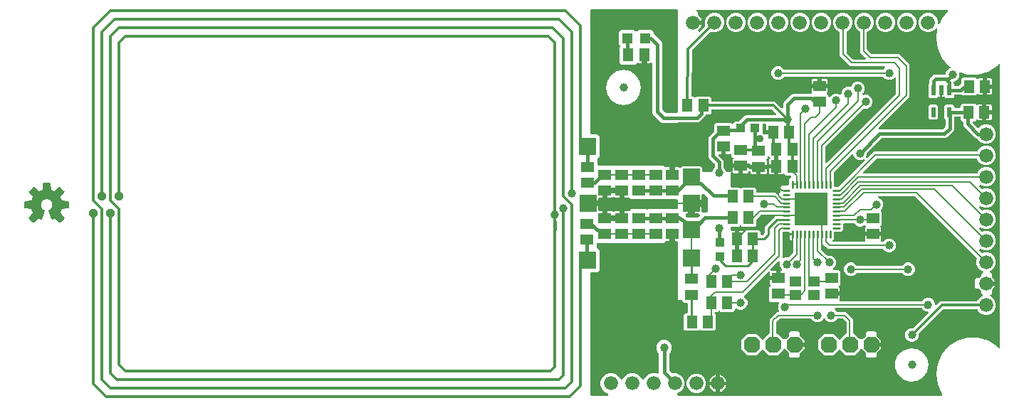
<source format=gbr>
G04 EAGLE Gerber RS-274X export*
G75*
%MOMM*%
%FSLAX34Y34*%
%LPD*%
%INTop Copper*%
%IPPOS*%
%AMOC8*
5,1,8,0,0,1.08239X$1,22.5*%
G01*
%ADD10R,4.000000X4.000000*%
%ADD11C,0.250000*%
%ADD12R,1.300000X1.500000*%
%ADD13R,1.500000X1.300000*%
%ADD14R,2.000000X2.000000*%
%ADD15R,1.400000X1.200000*%
%ADD16P,2.089446X8X112.500000*%
%ADD17C,1.676400*%
%ADD18R,0.430000X0.280000*%
%ADD19R,1.100000X1.000000*%
%ADD20R,1.000000X1.100000*%
%ADD21R,1.200000X1.200000*%
%ADD22R,0.550000X1.200000*%
%ADD23C,1.000000*%
%ADD24C,0.203200*%
%ADD25C,0.406400*%
%ADD26C,0.304800*%
%ADD27C,0.254000*%
%ADD28C,1.008000*%
%ADD29C,0.355600*%
%ADD30C,0.908000*%
%ADD31P,1.091049X8X22.500000*%
%ADD32C,0.914400*%

G36*
X114825Y23626D02*
X114825Y23626D01*
X114853Y23624D01*
X115011Y23646D01*
X115171Y23663D01*
X115198Y23672D01*
X115226Y23675D01*
X115376Y23730D01*
X115529Y23781D01*
X115553Y23795D01*
X115580Y23805D01*
X115715Y23890D01*
X115853Y23971D01*
X115874Y23990D01*
X115898Y24005D01*
X116013Y24117D01*
X116131Y24226D01*
X116147Y24249D01*
X116167Y24269D01*
X116256Y24403D01*
X116348Y24533D01*
X116359Y24559D01*
X116375Y24583D01*
X116433Y24732D01*
X116496Y24880D01*
X116501Y24907D01*
X116512Y24934D01*
X116537Y25092D01*
X116567Y25249D01*
X116567Y25278D01*
X116571Y25306D01*
X116563Y25465D01*
X116559Y25626D01*
X116553Y25653D01*
X116551Y25682D01*
X116509Y25836D01*
X116472Y25992D01*
X116460Y26018D01*
X116453Y26045D01*
X116379Y26187D01*
X116310Y26332D01*
X116293Y26354D01*
X116280Y26379D01*
X116177Y26503D01*
X116080Y26630D01*
X116058Y26648D01*
X116040Y26670D01*
X115914Y26769D01*
X115792Y26872D01*
X115767Y26886D01*
X115745Y26903D01*
X115477Y27042D01*
X112710Y28188D01*
X109208Y31690D01*
X107313Y36264D01*
X107313Y41216D01*
X109208Y45790D01*
X112710Y49292D01*
X117284Y51187D01*
X122236Y51187D01*
X126810Y49292D01*
X130312Y45790D01*
X130818Y44568D01*
X130845Y44519D01*
X130865Y44465D01*
X130935Y44354D01*
X130998Y44238D01*
X131035Y44195D01*
X131065Y44147D01*
X131158Y44052D01*
X131244Y43952D01*
X131289Y43918D01*
X131329Y43878D01*
X131439Y43805D01*
X131544Y43725D01*
X131596Y43701D01*
X131643Y43670D01*
X131766Y43622D01*
X131886Y43567D01*
X131941Y43554D01*
X131994Y43533D01*
X132124Y43513D01*
X132253Y43483D01*
X132310Y43483D01*
X132366Y43474D01*
X132497Y43481D01*
X132629Y43479D01*
X132685Y43491D01*
X132742Y43494D01*
X132869Y43528D01*
X132998Y43555D01*
X133050Y43578D01*
X133105Y43592D01*
X133222Y43653D01*
X133343Y43706D01*
X133389Y43739D01*
X133439Y43766D01*
X133541Y43850D01*
X133648Y43927D01*
X133686Y43969D01*
X133730Y44005D01*
X133812Y44109D01*
X133900Y44207D01*
X133928Y44256D01*
X133963Y44301D01*
X134054Y44476D01*
X134087Y44534D01*
X134092Y44549D01*
X134102Y44568D01*
X134608Y45790D01*
X138110Y49292D01*
X142684Y51187D01*
X147636Y51187D01*
X152210Y49292D01*
X155712Y45790D01*
X156218Y44568D01*
X156245Y44519D01*
X156265Y44465D01*
X156335Y44354D01*
X156398Y44238D01*
X156435Y44195D01*
X156465Y44147D01*
X156558Y44052D01*
X156644Y43952D01*
X156689Y43918D01*
X156729Y43878D01*
X156839Y43805D01*
X156944Y43725D01*
X156996Y43701D01*
X157043Y43670D01*
X157166Y43622D01*
X157286Y43567D01*
X157341Y43554D01*
X157394Y43533D01*
X157524Y43513D01*
X157653Y43483D01*
X157710Y43483D01*
X157766Y43474D01*
X157897Y43481D01*
X158029Y43479D01*
X158085Y43491D01*
X158142Y43494D01*
X158269Y43528D01*
X158398Y43555D01*
X158450Y43578D01*
X158505Y43592D01*
X158622Y43653D01*
X158743Y43706D01*
X158789Y43739D01*
X158839Y43766D01*
X158941Y43850D01*
X159048Y43927D01*
X159086Y43969D01*
X159130Y44005D01*
X159212Y44109D01*
X159300Y44207D01*
X159328Y44256D01*
X159363Y44301D01*
X159454Y44476D01*
X159487Y44534D01*
X159492Y44549D01*
X159502Y44568D01*
X160008Y45790D01*
X163510Y49292D01*
X168084Y51187D01*
X173036Y51187D01*
X174326Y50652D01*
X174407Y50628D01*
X174486Y50595D01*
X174587Y50575D01*
X174687Y50546D01*
X174772Y50540D01*
X174855Y50523D01*
X174959Y50526D01*
X175063Y50518D01*
X175147Y50530D01*
X175232Y50531D01*
X175333Y50556D01*
X175436Y50570D01*
X175515Y50599D01*
X175598Y50619D01*
X175692Y50663D01*
X175789Y50699D01*
X175861Y50744D01*
X175938Y50781D01*
X176020Y50844D01*
X176108Y50900D01*
X176168Y50959D01*
X176236Y51011D01*
X176303Y51091D01*
X176377Y51163D01*
X176424Y51234D01*
X176478Y51299D01*
X176527Y51391D01*
X176584Y51477D01*
X176615Y51557D01*
X176655Y51632D01*
X176683Y51731D01*
X176721Y51828D01*
X176735Y51912D01*
X176758Y51994D01*
X176769Y52127D01*
X176781Y52200D01*
X176779Y52240D01*
X176783Y52294D01*
X176783Y73765D01*
X176765Y73933D01*
X176751Y74102D01*
X176745Y74120D01*
X176743Y74139D01*
X176690Y74300D01*
X176641Y74462D01*
X176631Y74479D01*
X176626Y74497D01*
X176540Y74643D01*
X176457Y74791D01*
X176443Y74807D01*
X176435Y74821D01*
X176390Y74870D01*
X176263Y75021D01*
X175161Y76123D01*
X173775Y79469D01*
X173775Y83091D01*
X175161Y86437D01*
X177723Y88999D01*
X181069Y90385D01*
X184691Y90385D01*
X188037Y88999D01*
X190599Y86437D01*
X191985Y83091D01*
X191985Y79469D01*
X190599Y76123D01*
X189497Y75021D01*
X189391Y74889D01*
X189282Y74760D01*
X189273Y74743D01*
X189261Y74728D01*
X189184Y74577D01*
X189105Y74427D01*
X189100Y74409D01*
X189091Y74392D01*
X189048Y74228D01*
X189002Y74065D01*
X189001Y74044D01*
X188996Y74028D01*
X188994Y73962D01*
X188977Y73765D01*
X188977Y55082D01*
X188995Y54913D01*
X189009Y54744D01*
X189015Y54726D01*
X189017Y54707D01*
X189070Y54546D01*
X189119Y54384D01*
X189129Y54368D01*
X189134Y54349D01*
X189220Y54203D01*
X189303Y54055D01*
X189317Y54039D01*
X189325Y54025D01*
X189370Y53976D01*
X189497Y53825D01*
X191691Y51631D01*
X191801Y51542D01*
X191906Y51448D01*
X191947Y51425D01*
X191984Y51395D01*
X192110Y51331D01*
X192232Y51261D01*
X192278Y51247D01*
X192320Y51225D01*
X192457Y51190D01*
X192591Y51147D01*
X192639Y51142D01*
X192684Y51130D01*
X192825Y51124D01*
X192966Y51111D01*
X193013Y51116D01*
X193060Y51114D01*
X193200Y51138D01*
X193340Y51155D01*
X193392Y51171D01*
X193432Y51178D01*
X193453Y51187D01*
X197560Y51187D01*
X197672Y51199D01*
X197786Y51201D01*
X197859Y51219D01*
X197934Y51227D01*
X198042Y51262D01*
X198152Y51288D01*
X198220Y51321D01*
X198292Y51344D01*
X198390Y51402D01*
X198492Y51451D01*
X198551Y51497D01*
X198617Y51535D01*
X198700Y51612D01*
X198790Y51681D01*
X198831Y51730D01*
X198831Y50772D01*
X198834Y50742D01*
X198832Y50713D01*
X198849Y50617D01*
X198853Y50548D01*
X198863Y50518D01*
X198871Y50456D01*
X198881Y50429D01*
X198887Y50399D01*
X198939Y50283D01*
X198951Y50246D01*
X198959Y50234D01*
X198988Y50160D01*
X199005Y50136D01*
X199017Y50109D01*
X199098Y50008D01*
X199174Y49903D01*
X199197Y49884D01*
X199216Y49861D01*
X199319Y49783D01*
X199419Y49700D01*
X199446Y49688D01*
X199470Y49670D01*
X199614Y49599D01*
X202435Y48431D01*
X205651Y45215D01*
X207391Y41014D01*
X207391Y36466D01*
X205651Y32265D01*
X202435Y29049D01*
X199614Y27881D01*
X199589Y27866D01*
X199561Y27857D01*
X199451Y27788D01*
X199338Y27724D01*
X199317Y27703D01*
X199292Y27687D01*
X199203Y27593D01*
X199110Y27502D01*
X199094Y27477D01*
X199074Y27456D01*
X199011Y27342D01*
X198943Y27231D01*
X198935Y27203D01*
X198920Y27177D01*
X198888Y27051D01*
X198850Y26927D01*
X198848Y26898D01*
X198841Y26869D01*
X198833Y26750D01*
X198833Y26749D01*
X198831Y26708D01*
X198831Y25400D01*
X198846Y25282D01*
X198853Y25163D01*
X198866Y25125D01*
X198871Y25084D01*
X198914Y24974D01*
X198951Y24861D01*
X198973Y24826D01*
X198988Y24789D01*
X199058Y24693D01*
X199121Y24592D01*
X199151Y24564D01*
X199174Y24531D01*
X199266Y24456D01*
X199353Y24374D01*
X199388Y24354D01*
X199419Y24329D01*
X199527Y24278D01*
X199631Y24220D01*
X199671Y24210D01*
X199707Y24193D01*
X199824Y24171D01*
X199939Y24141D01*
X200000Y24137D01*
X200020Y24133D01*
X200040Y24135D01*
X200100Y24131D01*
X512434Y24131D01*
X512527Y24143D01*
X512621Y24145D01*
X512684Y24162D01*
X512749Y24171D01*
X512836Y24205D01*
X512927Y24231D01*
X512984Y24264D01*
X513045Y24288D01*
X513121Y24343D01*
X513202Y24390D01*
X513249Y24436D01*
X513302Y24474D01*
X513362Y24547D01*
X513429Y24613D01*
X513463Y24669D01*
X513505Y24719D01*
X513545Y24805D01*
X513594Y24885D01*
X513613Y24948D01*
X513640Y25007D01*
X513658Y25099D01*
X513685Y25190D01*
X513688Y25255D01*
X513700Y25320D01*
X513694Y25413D01*
X513698Y25507D01*
X513685Y25571D01*
X513681Y25637D01*
X513652Y25726D01*
X513632Y25818D01*
X513603Y25877D01*
X513582Y25939D01*
X513532Y26019D01*
X513490Y26103D01*
X513422Y26193D01*
X513412Y26208D01*
X513405Y26215D01*
X513393Y26231D01*
X513258Y26387D01*
X508094Y37695D01*
X506324Y50000D01*
X508094Y62305D01*
X513258Y73613D01*
X521398Y83008D01*
X531856Y89729D01*
X543784Y93231D01*
X556216Y93231D01*
X568144Y89729D01*
X578601Y83008D01*
X580141Y81231D01*
X580160Y81215D01*
X580174Y81194D01*
X580278Y81108D01*
X580378Y81019D01*
X580400Y81007D01*
X580419Y80991D01*
X580541Y80934D01*
X580660Y80872D01*
X580684Y80866D01*
X580707Y80856D01*
X580838Y80831D01*
X580969Y80800D01*
X580995Y80801D01*
X581020Y80796D01*
X581153Y80804D01*
X581287Y80807D01*
X581312Y80814D01*
X581337Y80816D01*
X581464Y80857D01*
X581593Y80893D01*
X581615Y80906D01*
X581639Y80914D01*
X581753Y80985D01*
X581869Y81053D01*
X581887Y81070D01*
X581908Y81084D01*
X582000Y81181D01*
X582096Y81275D01*
X582109Y81297D01*
X582126Y81316D01*
X582191Y81433D01*
X582260Y81548D01*
X582267Y81572D01*
X582280Y81594D01*
X582313Y81724D01*
X582352Y81852D01*
X582353Y81878D01*
X582359Y81902D01*
X582369Y82063D01*
X582369Y417937D01*
X582366Y417962D01*
X582368Y417988D01*
X582346Y418120D01*
X582329Y418253D01*
X582320Y418276D01*
X582316Y418301D01*
X582262Y418424D01*
X582212Y418549D01*
X582198Y418569D01*
X582187Y418592D01*
X582104Y418697D01*
X582026Y418806D01*
X582006Y418822D01*
X581990Y418842D01*
X581884Y418923D01*
X581781Y419009D01*
X581758Y419020D01*
X581738Y419035D01*
X581614Y419087D01*
X581493Y419144D01*
X581468Y419149D01*
X581445Y419159D01*
X581312Y419179D01*
X581181Y419204D01*
X581155Y419202D01*
X581130Y419206D01*
X580997Y419193D01*
X580863Y419184D01*
X580839Y419176D01*
X580814Y419174D01*
X580688Y419128D01*
X580561Y419086D01*
X580539Y419073D01*
X580515Y419064D01*
X580405Y418988D01*
X580292Y418916D01*
X580275Y418898D01*
X580254Y418883D01*
X580141Y418769D01*
X578601Y416992D01*
X568144Y410271D01*
X556216Y406769D01*
X543784Y406769D01*
X535496Y409203D01*
X535356Y409225D01*
X535218Y409252D01*
X535200Y409250D01*
X535182Y409253D01*
X535041Y409240D01*
X534901Y409232D01*
X534883Y409226D01*
X534865Y409224D01*
X534732Y409177D01*
X534599Y409134D01*
X534583Y409124D01*
X534565Y409118D01*
X534449Y409039D01*
X534330Y408964D01*
X534317Y408950D01*
X534302Y408940D01*
X534209Y408835D01*
X534112Y408732D01*
X534103Y408716D01*
X534091Y408702D01*
X534026Y408576D01*
X533958Y408453D01*
X533954Y408436D01*
X533945Y408419D01*
X533914Y408281D01*
X533879Y408146D01*
X533877Y408120D01*
X533875Y408109D01*
X533875Y408089D01*
X533869Y407985D01*
X533869Y404791D01*
X532637Y401818D01*
X530362Y399543D01*
X527864Y398508D01*
X527839Y398494D01*
X527811Y398484D01*
X527701Y398415D01*
X527588Y398351D01*
X527567Y398330D01*
X527542Y398314D01*
X527453Y398220D01*
X527360Y398129D01*
X527344Y398104D01*
X527324Y398083D01*
X527261Y397969D01*
X527193Y397858D01*
X527185Y397830D01*
X527170Y397804D01*
X527138Y397678D01*
X527100Y397554D01*
X527098Y397525D01*
X527091Y397496D01*
X527081Y397336D01*
X527081Y396508D01*
X527093Y396409D01*
X527096Y396310D01*
X527113Y396252D01*
X527121Y396192D01*
X527157Y396100D01*
X527185Y396005D01*
X527215Y395953D01*
X527238Y395896D01*
X527296Y395816D01*
X527346Y395731D01*
X527412Y395656D01*
X527424Y395639D01*
X527434Y395631D01*
X527452Y395610D01*
X527799Y395264D01*
X527799Y394351D01*
X527814Y394233D01*
X527821Y394114D01*
X527834Y394076D01*
X527839Y394035D01*
X527882Y393925D01*
X527919Y393812D01*
X527941Y393777D01*
X527956Y393740D01*
X528025Y393644D01*
X528089Y393543D01*
X528119Y393515D01*
X528142Y393482D01*
X528234Y393406D01*
X528321Y393325D01*
X528356Y393305D01*
X528387Y393280D01*
X528495Y393229D01*
X528599Y393171D01*
X528639Y393161D01*
X528675Y393144D01*
X528792Y393122D01*
X528907Y393092D01*
X528967Y393088D01*
X528987Y393084D01*
X529008Y393086D01*
X529068Y393082D01*
X532691Y393082D01*
X532789Y393094D01*
X532888Y393097D01*
X532946Y393114D01*
X533006Y393122D01*
X533098Y393158D01*
X533193Y393186D01*
X533246Y393216D01*
X533302Y393239D01*
X533382Y393297D01*
X533467Y393347D01*
X533543Y393413D01*
X533559Y393425D01*
X533567Y393435D01*
X533588Y393453D01*
X535580Y395445D01*
X535640Y395523D01*
X535708Y395595D01*
X535737Y395648D01*
X535774Y395696D01*
X535814Y395787D01*
X535862Y395874D01*
X535877Y395932D01*
X535901Y395988D01*
X535916Y396086D01*
X535941Y396182D01*
X535947Y396282D01*
X535951Y396302D01*
X535949Y396314D01*
X535951Y396342D01*
X535951Y401263D01*
X537737Y403049D01*
X553263Y403049D01*
X554821Y401491D01*
X554915Y401417D01*
X555004Y401339D01*
X555040Y401321D01*
X555072Y401296D01*
X555182Y401248D01*
X555288Y401194D01*
X555327Y401185D01*
X555364Y401169D01*
X555482Y401151D01*
X555598Y401125D01*
X555638Y401126D01*
X555678Y401119D01*
X555797Y401131D01*
X555916Y401134D01*
X555954Y401146D01*
X555995Y401149D01*
X556107Y401190D01*
X556221Y401223D01*
X556256Y401243D01*
X556294Y401257D01*
X556393Y401324D01*
X556495Y401384D01*
X556540Y401424D01*
X556557Y401435D01*
X556571Y401451D01*
X556616Y401491D01*
X556752Y401627D01*
X557215Y401894D01*
X557732Y402033D01*
X561961Y402033D01*
X561961Y393770D01*
X561976Y393652D01*
X561983Y393533D01*
X561996Y393495D01*
X562001Y393455D01*
X562044Y393344D01*
X562081Y393231D01*
X562103Y393196D01*
X562118Y393159D01*
X562188Y393063D01*
X562251Y392962D01*
X562281Y392934D01*
X562305Y392902D01*
X562396Y392826D01*
X562483Y392744D01*
X562518Y392725D01*
X562549Y392699D01*
X562657Y392648D01*
X562761Y392591D01*
X562801Y392580D01*
X562837Y392563D01*
X562954Y392541D01*
X563069Y392511D01*
X563130Y392507D01*
X563150Y392503D01*
X563170Y392505D01*
X563230Y392501D01*
X564501Y392501D01*
X564501Y392499D01*
X563230Y392499D01*
X563112Y392484D01*
X562993Y392477D01*
X562955Y392464D01*
X562915Y392459D01*
X562804Y392415D01*
X562691Y392379D01*
X562656Y392357D01*
X562619Y392342D01*
X562523Y392272D01*
X562422Y392209D01*
X562394Y392179D01*
X562361Y392155D01*
X562286Y392064D01*
X562204Y391977D01*
X562184Y391942D01*
X562159Y391910D01*
X562108Y391803D01*
X562050Y391699D01*
X562040Y391659D01*
X562023Y391623D01*
X562001Y391506D01*
X561971Y391391D01*
X561967Y391330D01*
X561963Y391310D01*
X561965Y391290D01*
X561961Y391230D01*
X561961Y382967D01*
X557732Y382967D01*
X557215Y383106D01*
X556752Y383373D01*
X556616Y383509D01*
X556522Y383582D01*
X556433Y383661D01*
X556397Y383680D01*
X556365Y383704D01*
X556255Y383752D01*
X556149Y383806D01*
X556110Y383815D01*
X556073Y383831D01*
X555955Y383849D01*
X555839Y383875D01*
X555799Y383874D01*
X555759Y383880D01*
X555640Y383869D01*
X555521Y383866D01*
X555482Y383854D01*
X555442Y383851D01*
X555330Y383810D01*
X555216Y383777D01*
X555181Y383757D01*
X555143Y383743D01*
X555044Y383676D01*
X554942Y383616D01*
X554897Y383576D01*
X554880Y383565D01*
X554866Y383549D01*
X554821Y383509D01*
X553263Y381951D01*
X537737Y381951D01*
X537140Y382548D01*
X537062Y382609D01*
X536990Y382677D01*
X536936Y382706D01*
X536889Y382743D01*
X536798Y382783D01*
X536711Y382831D01*
X536652Y382846D01*
X536597Y382870D01*
X536499Y382885D01*
X536403Y382910D01*
X536303Y382916D01*
X536283Y382920D01*
X536270Y382918D01*
X536242Y382920D01*
X529068Y382920D01*
X528950Y382905D01*
X528831Y382898D01*
X528793Y382885D01*
X528752Y382880D01*
X528642Y382837D01*
X528529Y382800D01*
X528494Y382778D01*
X528457Y382763D01*
X528361Y382694D01*
X528260Y382630D01*
X528232Y382600D01*
X528199Y382577D01*
X528123Y382485D01*
X528042Y382398D01*
X528022Y382363D01*
X527997Y382332D01*
X527946Y382224D01*
X527888Y382120D01*
X527878Y382080D01*
X527861Y382044D01*
X527839Y381927D01*
X527809Y381812D01*
X527805Y381752D01*
X527801Y381732D01*
X527803Y381711D01*
X527799Y381651D01*
X527799Y380738D01*
X526013Y378952D01*
X517987Y378952D01*
X517182Y379757D01*
X517099Y379822D01*
X517021Y379894D01*
X516973Y379919D01*
X516931Y379952D01*
X516834Y379994D01*
X516741Y380044D01*
X516688Y380057D01*
X516639Y380079D01*
X516535Y380095D01*
X516432Y380120D01*
X516378Y380120D01*
X516325Y380128D01*
X516220Y380119D01*
X516114Y380118D01*
X516030Y380101D01*
X516008Y380099D01*
X515994Y380093D01*
X515956Y380086D01*
X515518Y379968D01*
X513874Y379968D01*
X513874Y387896D01*
X513859Y388014D01*
X513852Y388133D01*
X513839Y388171D01*
X513834Y388211D01*
X513791Y388322D01*
X513754Y388435D01*
X513732Y388469D01*
X513717Y388507D01*
X513648Y388603D01*
X513584Y388704D01*
X513554Y388732D01*
X513531Y388764D01*
X513439Y388840D01*
X513352Y388922D01*
X513317Y388941D01*
X513286Y388967D01*
X513178Y389018D01*
X513074Y389075D01*
X513034Y389085D01*
X512998Y389103D01*
X512881Y389125D01*
X512766Y389155D01*
X512706Y389159D01*
X512686Y389162D01*
X512665Y389161D01*
X512605Y389165D01*
X512395Y389165D01*
X512277Y389150D01*
X512158Y389143D01*
X512120Y389130D01*
X512079Y389125D01*
X511969Y389081D01*
X511856Y389045D01*
X511821Y389023D01*
X511784Y389008D01*
X511687Y388938D01*
X511587Y388875D01*
X511559Y388845D01*
X511526Y388821D01*
X511450Y388730D01*
X511369Y388643D01*
X511349Y388608D01*
X511324Y388576D01*
X511273Y388469D01*
X511215Y388364D01*
X511205Y388325D01*
X511188Y388289D01*
X511166Y388172D01*
X511136Y388056D01*
X511132Y387996D01*
X511128Y387976D01*
X511130Y387956D01*
X511126Y387896D01*
X511126Y379968D01*
X509482Y379968D01*
X509044Y380086D01*
X508939Y380100D01*
X508836Y380123D01*
X508782Y380122D01*
X508729Y380129D01*
X508624Y380117D01*
X508518Y380114D01*
X508466Y380099D01*
X508413Y380092D01*
X508314Y380055D01*
X508213Y380025D01*
X508166Y379998D01*
X508116Y379979D01*
X508030Y379917D01*
X507939Y379864D01*
X507874Y379807D01*
X507857Y379794D01*
X507847Y379783D01*
X507818Y379757D01*
X507013Y378952D01*
X498987Y378952D01*
X497201Y380738D01*
X497201Y395264D01*
X497548Y395610D01*
X497608Y395688D01*
X497676Y395760D01*
X497705Y395813D01*
X497742Y395861D01*
X497782Y395952D01*
X497830Y396039D01*
X497845Y396098D01*
X497869Y396153D01*
X497884Y396251D01*
X497909Y396347D01*
X497915Y396447D01*
X497919Y396467D01*
X497917Y396480D01*
X497919Y396508D01*
X497919Y399871D01*
X498693Y401738D01*
X500974Y404019D01*
X500974Y404020D01*
X502582Y405627D01*
X504449Y406401D01*
X516422Y406401D01*
X516540Y406416D01*
X516659Y406423D01*
X516697Y406436D01*
X516738Y406441D01*
X516848Y406484D01*
X516961Y406521D01*
X516996Y406543D01*
X517033Y406558D01*
X517129Y406627D01*
X517230Y406691D01*
X517258Y406721D01*
X517291Y406744D01*
X517367Y406836D01*
X517448Y406923D01*
X517468Y406958D01*
X517493Y406989D01*
X517544Y407097D01*
X517602Y407201D01*
X517612Y407241D01*
X517629Y407277D01*
X517651Y407394D01*
X517681Y407509D01*
X517685Y407569D01*
X517689Y407589D01*
X517687Y407610D01*
X517691Y407670D01*
X517691Y408009D01*
X518923Y410982D01*
X521198Y413257D01*
X522612Y413843D01*
X522635Y413856D01*
X522660Y413864D01*
X522773Y413935D01*
X522888Y414001D01*
X522907Y414019D01*
X522929Y414033D01*
X523021Y414129D01*
X523117Y414222D01*
X523130Y414244D01*
X523148Y414263D01*
X523213Y414379D01*
X523283Y414493D01*
X523291Y414518D01*
X523303Y414541D01*
X523337Y414670D01*
X523377Y414797D01*
X523378Y414823D01*
X523385Y414848D01*
X523385Y414981D01*
X523392Y415115D01*
X523386Y415140D01*
X523387Y415166D01*
X523354Y415295D01*
X523327Y415426D01*
X523316Y415449D01*
X523310Y415475D01*
X523246Y415592D01*
X523188Y415712D01*
X523171Y415732D01*
X523158Y415755D01*
X523068Y415852D01*
X522981Y415954D01*
X522960Y415969D01*
X522942Y415988D01*
X522813Y416083D01*
X521399Y416992D01*
X513258Y426387D01*
X508094Y437695D01*
X506324Y450000D01*
X507817Y460379D01*
X507818Y460450D01*
X507829Y460520D01*
X507821Y460608D01*
X507822Y460697D01*
X507806Y460766D01*
X507799Y460836D01*
X507769Y460920D01*
X507748Y461007D01*
X507715Y461069D01*
X507692Y461135D01*
X507642Y461209D01*
X507600Y461288D01*
X507553Y461340D01*
X507513Y461399D01*
X507446Y461457D01*
X507386Y461523D01*
X507327Y461562D01*
X507275Y461609D01*
X507195Y461650D01*
X507121Y461699D01*
X507054Y461722D01*
X506991Y461754D01*
X506904Y461773D01*
X506820Y461802D01*
X506750Y461808D01*
X506681Y461823D01*
X506592Y461821D01*
X506503Y461828D01*
X506434Y461816D01*
X506363Y461814D01*
X506278Y461789D01*
X506190Y461774D01*
X506125Y461745D01*
X506058Y461725D01*
X505981Y461680D01*
X505900Y461644D01*
X505845Y461600D01*
X505784Y461564D01*
X505663Y461457D01*
X503175Y458969D01*
X498974Y457229D01*
X494426Y457229D01*
X490225Y458969D01*
X487009Y462185D01*
X485269Y466386D01*
X485269Y470934D01*
X487009Y475135D01*
X490225Y478351D01*
X494426Y480091D01*
X498974Y480091D01*
X503175Y478351D01*
X506391Y475135D01*
X508131Y470934D01*
X508131Y468221D01*
X508137Y468174D01*
X508134Y468127D01*
X508157Y468017D01*
X508171Y467905D01*
X508188Y467862D01*
X508197Y467815D01*
X508246Y467714D01*
X508288Y467610D01*
X508315Y467572D01*
X508336Y467529D01*
X508408Y467443D01*
X508474Y467352D01*
X508511Y467322D01*
X508541Y467286D01*
X508633Y467221D01*
X508719Y467150D01*
X508762Y467130D01*
X508801Y467102D01*
X508906Y467062D01*
X509007Y467014D01*
X509053Y467005D01*
X509097Y466988D01*
X509209Y466975D01*
X509319Y466954D01*
X509366Y466957D01*
X509413Y466952D01*
X509525Y466967D01*
X509637Y466974D01*
X509682Y466989D01*
X509728Y466995D01*
X509833Y467037D01*
X509939Y467072D01*
X509979Y467097D01*
X510023Y467115D01*
X510113Y467182D01*
X510208Y467242D01*
X510240Y467277D01*
X510278Y467305D01*
X510349Y467392D01*
X510426Y467474D01*
X510449Y467515D01*
X510479Y467552D01*
X510555Y467694D01*
X513258Y473613D01*
X520325Y481769D01*
X520377Y481847D01*
X520437Y481919D01*
X520465Y481979D01*
X520501Y482033D01*
X520533Y482122D01*
X520573Y482207D01*
X520585Y482272D01*
X520607Y482333D01*
X520615Y482427D01*
X520632Y482520D01*
X520628Y482585D01*
X520634Y482650D01*
X520618Y482743D01*
X520613Y482837D01*
X520592Y482899D01*
X520582Y482964D01*
X520543Y483050D01*
X520515Y483139D01*
X520480Y483195D01*
X520453Y483255D01*
X520395Y483329D01*
X520344Y483408D01*
X520297Y483453D01*
X520256Y483505D01*
X520181Y483562D01*
X520113Y483626D01*
X520055Y483658D01*
X520003Y483698D01*
X519916Y483734D01*
X519834Y483780D01*
X519771Y483796D01*
X519710Y483822D01*
X519617Y483836D01*
X519526Y483859D01*
X519414Y483866D01*
X519396Y483869D01*
X519387Y483868D01*
X519366Y483869D01*
X222717Y483869D01*
X222579Y483852D01*
X222440Y483839D01*
X222421Y483832D01*
X222401Y483829D01*
X222272Y483778D01*
X222141Y483731D01*
X222124Y483720D01*
X222105Y483712D01*
X221993Y483631D01*
X221878Y483553D01*
X221864Y483537D01*
X221848Y483526D01*
X221759Y483418D01*
X221667Y483314D01*
X221658Y483296D01*
X221645Y483281D01*
X221586Y483155D01*
X221523Y483031D01*
X221518Y483011D01*
X221510Y482993D01*
X221484Y482857D01*
X221453Y482721D01*
X221454Y482700D01*
X221450Y482681D01*
X221458Y482542D01*
X221463Y482403D01*
X221468Y482383D01*
X221470Y482363D01*
X221512Y482231D01*
X221551Y482097D01*
X221561Y482080D01*
X221568Y482061D01*
X221642Y481943D01*
X221713Y481823D01*
X221731Y481802D01*
X221738Y481792D01*
X221753Y481778D01*
X221819Y481703D01*
X223469Y480053D01*
X223469Y477698D01*
X223474Y477659D01*
X223471Y477620D01*
X223494Y477502D01*
X223509Y477383D01*
X223523Y477346D01*
X223530Y477307D01*
X223581Y477199D01*
X223626Y477087D01*
X223649Y477055D01*
X223666Y477019D01*
X223742Y476927D01*
X223812Y476830D01*
X223843Y476804D01*
X223868Y476774D01*
X223992Y476671D01*
X224085Y476604D01*
X225244Y475445D01*
X226207Y474119D01*
X226952Y472658D01*
X227439Y471159D01*
X218530Y471159D01*
X218412Y471144D01*
X218293Y471137D01*
X218255Y471124D01*
X218215Y471119D01*
X218104Y471076D01*
X217991Y471039D01*
X217957Y471017D01*
X217919Y471002D01*
X217823Y470933D01*
X217722Y470869D01*
X217694Y470839D01*
X217662Y470816D01*
X217586Y470724D01*
X217504Y470637D01*
X217485Y470602D01*
X217459Y470571D01*
X217408Y470463D01*
X217351Y470359D01*
X217341Y470319D01*
X217323Y470283D01*
X217301Y470166D01*
X217271Y470051D01*
X217267Y469991D01*
X217264Y469971D01*
X217265Y469950D01*
X217261Y469890D01*
X217261Y467430D01*
X217276Y467312D01*
X217283Y467193D01*
X217296Y467155D01*
X217301Y467114D01*
X217345Y467004D01*
X217381Y466891D01*
X217403Y466856D01*
X217418Y466819D01*
X217488Y466722D01*
X217551Y466622D01*
X217581Y466594D01*
X217605Y466561D01*
X217696Y466485D01*
X217783Y466404D01*
X217818Y466384D01*
X217850Y466359D01*
X217957Y466308D01*
X218062Y466250D01*
X218101Y466240D01*
X218137Y466223D01*
X218254Y466201D01*
X218370Y466171D01*
X218430Y466167D01*
X218450Y466163D01*
X218470Y466165D01*
X218530Y466161D01*
X227439Y466161D01*
X226952Y464662D01*
X226207Y463201D01*
X225244Y461875D01*
X224085Y460716D01*
X223992Y460649D01*
X223963Y460622D01*
X223930Y460601D01*
X223848Y460513D01*
X223760Y460431D01*
X223739Y460398D01*
X223712Y460369D01*
X223654Y460264D01*
X223590Y460162D01*
X223577Y460125D01*
X223558Y460090D01*
X223528Y459974D01*
X223491Y459860D01*
X223489Y459821D01*
X223479Y459782D01*
X223469Y459622D01*
X223469Y458960D01*
X223486Y458822D01*
X223499Y458683D01*
X223506Y458664D01*
X223509Y458644D01*
X223560Y458515D01*
X223607Y458384D01*
X223618Y458367D01*
X223626Y458349D01*
X223707Y458236D01*
X223785Y458121D01*
X223801Y458108D01*
X223812Y458091D01*
X223920Y458002D01*
X224024Y457911D01*
X224042Y457901D01*
X224057Y457888D01*
X224183Y457829D01*
X224307Y457766D01*
X224327Y457761D01*
X224345Y457753D01*
X224481Y457727D01*
X224617Y457696D01*
X224638Y457697D01*
X224657Y457693D01*
X224796Y457702D01*
X224935Y457706D01*
X224955Y457712D01*
X224975Y457713D01*
X225107Y457756D01*
X225241Y457794D01*
X225258Y457805D01*
X225277Y457811D01*
X225395Y457885D01*
X225515Y457956D01*
X225536Y457974D01*
X225546Y457981D01*
X225560Y457996D01*
X225635Y458062D01*
X231458Y463884D01*
X231476Y463908D01*
X231498Y463927D01*
X231573Y464033D01*
X231652Y464136D01*
X231664Y464163D01*
X231681Y464187D01*
X231727Y464308D01*
X231779Y464427D01*
X231783Y464457D01*
X231794Y464484D01*
X231808Y464613D01*
X231829Y464742D01*
X231826Y464771D01*
X231829Y464800D01*
X231811Y464929D01*
X231799Y465058D01*
X231789Y465086D01*
X231785Y465115D01*
X231733Y465268D01*
X231269Y466386D01*
X231269Y470934D01*
X233009Y475135D01*
X236225Y478351D01*
X240426Y480091D01*
X244974Y480091D01*
X249175Y478351D01*
X252391Y475135D01*
X254131Y470934D01*
X254131Y466386D01*
X252391Y462185D01*
X249175Y458969D01*
X244974Y457229D01*
X240426Y457229D01*
X239308Y457693D01*
X239279Y457700D01*
X239253Y457714D01*
X239126Y457742D01*
X239001Y457777D01*
X238971Y457777D01*
X238942Y457784D01*
X238813Y457780D01*
X238683Y457782D01*
X238654Y457775D01*
X238625Y457774D01*
X238500Y457738D01*
X238374Y457708D01*
X238347Y457694D01*
X238319Y457685D01*
X238207Y457620D01*
X238092Y457559D01*
X238071Y457539D01*
X238045Y457524D01*
X237924Y457418D01*
X216409Y435902D01*
X216354Y435831D01*
X216291Y435767D01*
X216257Y435706D01*
X216214Y435651D01*
X216178Y435568D01*
X216134Y435490D01*
X216115Y435423D01*
X216087Y435359D01*
X216073Y435270D01*
X216050Y435184D01*
X216040Y435059D01*
X216038Y435045D01*
X216038Y435038D01*
X216037Y435023D01*
X215249Y381837D01*
X215263Y381709D01*
X215271Y381581D01*
X215280Y381552D01*
X215284Y381521D01*
X215329Y381401D01*
X215369Y381279D01*
X215385Y381252D01*
X215396Y381223D01*
X215470Y381118D01*
X215539Y381010D01*
X215562Y380989D01*
X215580Y380963D01*
X215677Y380880D01*
X215771Y380792D01*
X215798Y380777D01*
X215821Y380757D01*
X215937Y380700D01*
X216049Y380638D01*
X216079Y380631D01*
X216107Y380617D01*
X216233Y380591D01*
X216357Y380559D01*
X216401Y380556D01*
X216419Y380553D01*
X216440Y380554D01*
X216518Y380549D01*
X218263Y380549D01*
X219102Y379709D01*
X219196Y379636D01*
X219286Y379557D01*
X219322Y379539D01*
X219354Y379514D01*
X219463Y379467D01*
X219569Y379413D01*
X219608Y379404D01*
X219646Y379388D01*
X219763Y379369D01*
X219879Y379343D01*
X219920Y379344D01*
X219960Y379338D01*
X220078Y379349D01*
X220197Y379353D01*
X220236Y379364D01*
X220276Y379368D01*
X220389Y379408D01*
X220503Y379441D01*
X220537Y379462D01*
X220576Y379475D01*
X220674Y379542D01*
X220777Y379603D01*
X220822Y379643D01*
X220839Y379654D01*
X220852Y379669D01*
X220897Y379709D01*
X221737Y380549D01*
X237263Y380549D01*
X239049Y378763D01*
X239049Y375842D01*
X239064Y375724D01*
X239071Y375605D01*
X239084Y375567D01*
X239089Y375526D01*
X239132Y375416D01*
X239169Y375303D01*
X239191Y375268D01*
X239206Y375231D01*
X239275Y375135D01*
X239339Y375034D01*
X239369Y375006D01*
X239392Y374973D01*
X239484Y374897D01*
X239571Y374816D01*
X239606Y374796D01*
X239637Y374771D01*
X239745Y374720D01*
X239849Y374662D01*
X239889Y374652D01*
X239925Y374635D01*
X240042Y374613D01*
X240157Y374583D01*
X240217Y374579D01*
X240237Y374575D01*
X240258Y374577D01*
X240318Y374573D01*
X314594Y374573D01*
X322393Y366774D01*
X322502Y366689D01*
X322609Y366600D01*
X322628Y366592D01*
X322644Y366579D01*
X322772Y366524D01*
X322897Y366465D01*
X322917Y366461D01*
X322936Y366453D01*
X323074Y366431D01*
X323210Y366405D01*
X323230Y366406D01*
X323250Y366403D01*
X323389Y366416D01*
X323527Y366425D01*
X323546Y366431D01*
X323566Y366433D01*
X323698Y366480D01*
X323829Y366523D01*
X323847Y366534D01*
X323866Y366541D01*
X323981Y366619D01*
X324098Y366693D01*
X324112Y366708D01*
X324129Y366719D01*
X324221Y366823D01*
X324316Y366925D01*
X324326Y366942D01*
X324339Y366958D01*
X324403Y367082D01*
X324470Y367203D01*
X324475Y367223D01*
X324484Y367241D01*
X324514Y367377D01*
X324549Y367511D01*
X324551Y367539D01*
X324554Y367551D01*
X324553Y367572D01*
X324559Y367672D01*
X324559Y371851D01*
X325333Y373718D01*
X334382Y382767D01*
X336249Y383541D01*
X357426Y383541D01*
X357557Y383557D01*
X357689Y383568D01*
X357715Y383577D01*
X357742Y383581D01*
X357865Y383629D01*
X357990Y383673D01*
X358012Y383688D01*
X358037Y383698D01*
X358144Y383775D01*
X358255Y383849D01*
X358273Y383869D01*
X358295Y383884D01*
X358379Y383987D01*
X358468Y384085D01*
X358480Y384109D01*
X358497Y384129D01*
X358554Y384249D01*
X358615Y384366D01*
X358622Y384393D01*
X358633Y384417D01*
X358658Y384547D01*
X358688Y384676D01*
X358688Y384703D01*
X358693Y384729D01*
X358685Y384861D01*
X358682Y384994D01*
X358675Y385020D01*
X358673Y385047D01*
X358632Y385173D01*
X358597Y385300D01*
X358580Y385335D01*
X358575Y385349D01*
X358563Y385368D01*
X358525Y385445D01*
X358346Y385755D01*
X358207Y386272D01*
X358207Y390501D01*
X366470Y390501D01*
X366588Y390516D01*
X366707Y390523D01*
X366745Y390536D01*
X366785Y390541D01*
X366896Y390584D01*
X367009Y390621D01*
X367044Y390643D01*
X367081Y390658D01*
X367177Y390728D01*
X367278Y390791D01*
X367306Y390821D01*
X367338Y390845D01*
X367414Y390936D01*
X367496Y391023D01*
X367515Y391058D01*
X367541Y391089D01*
X367592Y391197D01*
X367649Y391301D01*
X367660Y391341D01*
X367677Y391377D01*
X367699Y391494D01*
X367729Y391609D01*
X367733Y391670D01*
X367737Y391690D01*
X367735Y391710D01*
X367739Y391770D01*
X367739Y393041D01*
X367741Y393041D01*
X367741Y391770D01*
X367756Y391652D01*
X367763Y391533D01*
X367776Y391495D01*
X367781Y391455D01*
X367825Y391344D01*
X367861Y391231D01*
X367883Y391196D01*
X367898Y391159D01*
X367968Y391063D01*
X368031Y390962D01*
X368061Y390934D01*
X368085Y390901D01*
X368176Y390826D01*
X368263Y390744D01*
X368298Y390724D01*
X368330Y390699D01*
X368437Y390648D01*
X368541Y390590D01*
X368581Y390580D01*
X368617Y390563D01*
X368734Y390541D01*
X368849Y390511D01*
X368910Y390507D01*
X368930Y390503D01*
X368950Y390505D01*
X369010Y390501D01*
X377273Y390501D01*
X377273Y386272D01*
X377134Y385755D01*
X376867Y385292D01*
X376731Y385156D01*
X376658Y385062D01*
X376579Y384973D01*
X376560Y384937D01*
X376536Y384905D01*
X376488Y384795D01*
X376434Y384689D01*
X376425Y384650D01*
X376409Y384613D01*
X376391Y384495D01*
X376365Y384379D01*
X376366Y384339D01*
X376360Y384299D01*
X376371Y384180D01*
X376374Y384061D01*
X376386Y384022D01*
X376389Y383982D01*
X376430Y383870D01*
X376463Y383756D01*
X376483Y383721D01*
X376497Y383683D01*
X376564Y383584D01*
X376624Y383482D01*
X376664Y383437D01*
X376675Y383420D01*
X376691Y383406D01*
X376731Y383361D01*
X378289Y381803D01*
X378289Y381074D01*
X378297Y381005D01*
X378296Y380935D01*
X378317Y380848D01*
X378329Y380759D01*
X378354Y380694D01*
X378371Y380626D01*
X378413Y380546D01*
X378446Y380463D01*
X378487Y380407D01*
X378519Y380345D01*
X378580Y380278D01*
X378632Y380206D01*
X378686Y380161D01*
X378733Y380109D01*
X378808Y380060D01*
X378877Y380003D01*
X378941Y379973D01*
X378999Y379935D01*
X379084Y379906D01*
X379165Y379867D01*
X379234Y379854D01*
X379300Y379832D01*
X379390Y379824D01*
X379477Y379808D01*
X379547Y379812D01*
X379617Y379806D01*
X379705Y379822D01*
X379795Y379827D01*
X379861Y379849D01*
X379930Y379861D01*
X380012Y379898D01*
X380097Y379925D01*
X380156Y379963D01*
X380220Y379992D01*
X380290Y380048D01*
X380366Y380096D01*
X380414Y380147D01*
X380469Y380190D01*
X380522Y380262D01*
X380584Y380327D01*
X380618Y380388D01*
X380660Y380444D01*
X380682Y380489D01*
X382970Y382777D01*
X385943Y384009D01*
X389161Y384009D01*
X391932Y382861D01*
X391980Y382848D01*
X392025Y382827D01*
X392133Y382806D01*
X392239Y382777D01*
X392289Y382776D01*
X392338Y382767D01*
X392447Y382774D01*
X392557Y382772D01*
X392605Y382783D01*
X392655Y382786D01*
X392759Y382820D01*
X392866Y382846D01*
X392910Y382869D01*
X392957Y382885D01*
X393050Y382943D01*
X393147Y382995D01*
X393184Y383028D01*
X393226Y383055D01*
X393301Y383135D01*
X393383Y383209D01*
X393410Y383250D01*
X393444Y383286D01*
X393497Y383382D01*
X393557Y383474D01*
X393574Y383521D01*
X393598Y383565D01*
X393625Y383671D01*
X393661Y383775D01*
X393665Y383825D01*
X393677Y383873D01*
X393687Y384033D01*
X393687Y385657D01*
X394919Y388630D01*
X397194Y390905D01*
X400167Y392137D01*
X403385Y392137D01*
X404043Y391864D01*
X404158Y391833D01*
X404271Y391794D01*
X404311Y391791D01*
X404350Y391780D01*
X404469Y391778D01*
X404588Y391769D01*
X404628Y391776D01*
X404668Y391775D01*
X404784Y391803D01*
X404901Y391823D01*
X404938Y391840D01*
X404977Y391849D01*
X405083Y391905D01*
X405191Y391954D01*
X405223Y391979D01*
X405259Y391998D01*
X405347Y392078D01*
X405440Y392152D01*
X405464Y392185D01*
X405494Y392212D01*
X405559Y392311D01*
X405631Y392406D01*
X405657Y392460D01*
X405669Y392477D01*
X405675Y392497D01*
X405702Y392551D01*
X406603Y394726D01*
X408878Y397001D01*
X411851Y398233D01*
X415069Y398233D01*
X418042Y397001D01*
X420317Y394726D01*
X421549Y391753D01*
X421549Y388535D01*
X420317Y385562D01*
X419097Y384341D01*
X419054Y384286D01*
X419004Y384238D01*
X418957Y384161D01*
X418902Y384090D01*
X418874Y384026D01*
X418838Y383967D01*
X418811Y383881D01*
X418775Y383798D01*
X418764Y383729D01*
X418744Y383663D01*
X418740Y383573D01*
X418726Y383484D01*
X418732Y383415D01*
X418729Y383345D01*
X418747Y383257D01*
X418755Y383168D01*
X418779Y383102D01*
X418793Y383034D01*
X418833Y382953D01*
X418863Y382868D01*
X418902Y382811D01*
X418933Y382748D01*
X418991Y382680D01*
X419042Y382605D01*
X419094Y382559D01*
X419139Y382506D01*
X419213Y382454D01*
X419280Y382395D01*
X419342Y382363D01*
X419399Y382323D01*
X419483Y382291D01*
X419563Y382250D01*
X419631Y382235D01*
X419697Y382210D01*
X419786Y382200D01*
X419874Y382180D01*
X419943Y382183D01*
X420013Y382175D01*
X420102Y382187D01*
X420191Y382190D01*
X420258Y382210D01*
X420328Y382219D01*
X420480Y382271D01*
X420995Y382485D01*
X424213Y382485D01*
X427186Y381253D01*
X429461Y378978D01*
X430693Y376005D01*
X430693Y372787D01*
X429461Y369814D01*
X427186Y367539D01*
X424213Y366307D01*
X420789Y366307D01*
X420691Y366295D01*
X420592Y366292D01*
X420534Y366275D01*
X420474Y366267D01*
X420382Y366231D01*
X420287Y366203D01*
X420235Y366173D01*
X420178Y366150D01*
X420098Y366092D01*
X420013Y366042D01*
X419937Y365976D01*
X419921Y365964D01*
X419913Y365954D01*
X419892Y365936D01*
X374836Y320880D01*
X374776Y320802D01*
X374708Y320730D01*
X374679Y320677D01*
X374642Y320629D01*
X374602Y320538D01*
X374554Y320451D01*
X374539Y320393D01*
X374515Y320337D01*
X374500Y320239D01*
X374475Y320143D01*
X374469Y320043D01*
X374465Y320023D01*
X374467Y320011D01*
X374465Y319983D01*
X374465Y302557D01*
X374482Y302420D01*
X374495Y302281D01*
X374502Y302262D01*
X374505Y302242D01*
X374556Y302113D01*
X374603Y301982D01*
X374614Y301965D01*
X374622Y301946D01*
X374703Y301834D01*
X374781Y301719D01*
X374797Y301705D01*
X374808Y301689D01*
X374916Y301600D01*
X375020Y301508D01*
X375038Y301499D01*
X375053Y301486D01*
X375179Y301427D01*
X375303Y301364D01*
X375323Y301359D01*
X375341Y301350D01*
X375477Y301324D01*
X375613Y301294D01*
X375634Y301294D01*
X375653Y301291D01*
X375792Y301299D01*
X375931Y301304D01*
X375951Y301309D01*
X375971Y301310D01*
X376103Y301353D01*
X376237Y301392D01*
X376254Y301402D01*
X376273Y301408D01*
X376391Y301483D01*
X376511Y301553D01*
X376532Y301572D01*
X376542Y301579D01*
X376556Y301593D01*
X376631Y301660D01*
X447200Y372228D01*
X447200Y372229D01*
X448216Y373244D01*
X458300Y383328D01*
X458360Y383406D01*
X458428Y383478D01*
X458457Y383531D01*
X458494Y383579D01*
X458534Y383670D01*
X458582Y383757D01*
X458597Y383815D01*
X458621Y383871D01*
X458636Y383969D01*
X458661Y384065D01*
X458667Y384165D01*
X458671Y384185D01*
X458669Y384197D01*
X458671Y384225D01*
X458671Y402056D01*
X458654Y402194D01*
X458641Y402332D01*
X458634Y402351D01*
X458631Y402371D01*
X458580Y402501D01*
X458533Y402631D01*
X458522Y402648D01*
X458514Y402667D01*
X458433Y402780D01*
X458355Y402895D01*
X458339Y402908D01*
X458328Y402924D01*
X458220Y403013D01*
X458116Y403105D01*
X458098Y403114D01*
X458083Y403127D01*
X457957Y403186D01*
X457833Y403250D01*
X457813Y403254D01*
X457795Y403263D01*
X457658Y403289D01*
X457523Y403319D01*
X457502Y403319D01*
X457483Y403323D01*
X457344Y403314D01*
X457205Y403310D01*
X457185Y403304D01*
X457165Y403303D01*
X457033Y403260D01*
X456899Y403221D01*
X456882Y403211D01*
X456863Y403205D01*
X456745Y403130D01*
X456625Y403060D01*
X456604Y403041D01*
X456594Y403035D01*
X456580Y403020D01*
X456505Y402953D01*
X455126Y401575D01*
X452153Y400343D01*
X448935Y400343D01*
X445962Y401575D01*
X443541Y403996D01*
X443463Y404056D01*
X443391Y404124D01*
X443338Y404153D01*
X443290Y404190D01*
X443199Y404230D01*
X443112Y404278D01*
X443054Y404293D01*
X442998Y404317D01*
X442900Y404332D01*
X442804Y404357D01*
X442704Y404363D01*
X442684Y404367D01*
X442672Y404365D01*
X442644Y404367D01*
X326364Y404367D01*
X326266Y404355D01*
X326167Y404352D01*
X326109Y404335D01*
X326049Y404327D01*
X325957Y404291D01*
X325862Y404263D01*
X325809Y404233D01*
X325753Y404210D01*
X325673Y404152D01*
X325588Y404102D01*
X325512Y404036D01*
X325496Y404024D01*
X325488Y404014D01*
X325467Y403996D01*
X323046Y401575D01*
X320073Y400343D01*
X316855Y400343D01*
X313882Y401575D01*
X311607Y403850D01*
X310375Y406823D01*
X310375Y410041D01*
X311607Y413014D01*
X313882Y415289D01*
X316855Y416521D01*
X320073Y416521D01*
X323046Y415289D01*
X325467Y412868D01*
X325545Y412808D01*
X325617Y412740D01*
X325670Y412711D01*
X325718Y412674D01*
X325809Y412634D01*
X325896Y412586D01*
X325954Y412571D01*
X326010Y412547D01*
X326108Y412532D01*
X326204Y412507D01*
X326304Y412501D01*
X326324Y412497D01*
X326336Y412499D01*
X326364Y412497D01*
X442644Y412497D01*
X442742Y412509D01*
X442841Y412512D01*
X442899Y412529D01*
X442959Y412537D01*
X443051Y412573D01*
X443146Y412601D01*
X443199Y412631D01*
X443255Y412654D01*
X443335Y412712D01*
X443420Y412762D01*
X443496Y412828D01*
X443512Y412840D01*
X443520Y412850D01*
X443541Y412868D01*
X445065Y414393D01*
X445150Y414502D01*
X445239Y414609D01*
X445248Y414628D01*
X445260Y414644D01*
X445315Y414771D01*
X445375Y414897D01*
X445379Y414917D01*
X445387Y414936D01*
X445409Y415074D01*
X445435Y415210D01*
X445433Y415230D01*
X445436Y415250D01*
X445423Y415389D01*
X445415Y415527D01*
X445409Y415546D01*
X445407Y415566D01*
X445359Y415698D01*
X445317Y415829D01*
X445306Y415847D01*
X445299Y415866D01*
X445221Y415981D01*
X445147Y416098D01*
X445132Y416112D01*
X445120Y416129D01*
X445016Y416221D01*
X444915Y416316D01*
X444897Y416326D01*
X444882Y416339D01*
X444758Y416403D01*
X444636Y416470D01*
X444617Y416475D01*
X444599Y416484D01*
X444463Y416514D01*
X444329Y416549D01*
X444300Y416551D01*
X444288Y416554D01*
X444268Y416553D01*
X444168Y416559D01*
X404156Y416559D01*
X391615Y429100D01*
X391615Y456883D01*
X391612Y456912D01*
X391614Y456942D01*
X391592Y457070D01*
X391575Y457198D01*
X391565Y457226D01*
X391560Y457255D01*
X391506Y457373D01*
X391458Y457494D01*
X391441Y457518D01*
X391429Y457545D01*
X391348Y457646D01*
X391272Y457751D01*
X391249Y457770D01*
X391230Y457793D01*
X391127Y457871D01*
X391027Y457954D01*
X391000Y457967D01*
X390976Y457985D01*
X390832Y458055D01*
X388625Y458969D01*
X385409Y462185D01*
X383669Y466386D01*
X383669Y470934D01*
X385409Y475135D01*
X388625Y478351D01*
X392826Y480091D01*
X397374Y480091D01*
X401575Y478351D01*
X404791Y475135D01*
X406531Y470934D01*
X406531Y466386D01*
X404791Y462185D01*
X401575Y458969D01*
X400528Y458536D01*
X400503Y458521D01*
X400475Y458512D01*
X400365Y458443D01*
X400252Y458378D01*
X400231Y458358D01*
X400206Y458342D01*
X400117Y458247D01*
X400024Y458157D01*
X400008Y458132D01*
X399988Y458110D01*
X399925Y457997D01*
X399857Y457886D01*
X399849Y457858D01*
X399834Y457832D01*
X399802Y457706D01*
X399764Y457582D01*
X399762Y457553D01*
X399755Y457524D01*
X399745Y457363D01*
X399745Y432993D01*
X399757Y432895D01*
X399760Y432796D01*
X399777Y432738D01*
X399785Y432678D01*
X399821Y432586D01*
X399849Y432491D01*
X399879Y432439D01*
X399902Y432382D01*
X399960Y432302D01*
X400010Y432217D01*
X400076Y432141D01*
X400088Y432125D01*
X400098Y432117D01*
X400116Y432096D01*
X407152Y425060D01*
X407230Y425000D01*
X407302Y424932D01*
X407355Y424903D01*
X407403Y424866D01*
X407494Y424826D01*
X407581Y424778D01*
X407639Y424763D01*
X407695Y424739D01*
X407793Y424724D01*
X407889Y424699D01*
X407989Y424693D01*
X408009Y424689D01*
X408021Y424691D01*
X408049Y424689D01*
X421411Y424689D01*
X421548Y424706D01*
X421687Y424719D01*
X421706Y424726D01*
X421726Y424729D01*
X421855Y424780D01*
X421986Y424827D01*
X422003Y424838D01*
X422022Y424846D01*
X422134Y424927D01*
X422249Y425005D01*
X422263Y425021D01*
X422279Y425032D01*
X422368Y425140D01*
X422460Y425244D01*
X422469Y425262D01*
X422482Y425277D01*
X422541Y425403D01*
X422604Y425527D01*
X422609Y425547D01*
X422618Y425565D01*
X422644Y425701D01*
X422674Y425837D01*
X422674Y425858D01*
X422677Y425877D01*
X422669Y426016D01*
X422664Y426155D01*
X422659Y426175D01*
X422658Y426195D01*
X422615Y426327D01*
X422576Y426461D01*
X422566Y426478D01*
X422560Y426497D01*
X422485Y426615D01*
X422415Y426735D01*
X422396Y426756D01*
X422389Y426766D01*
X422374Y426780D01*
X422308Y426855D01*
X418752Y430412D01*
X415999Y433164D01*
X415999Y457304D01*
X415996Y457333D01*
X415998Y457362D01*
X415976Y457491D01*
X415959Y457619D01*
X415949Y457647D01*
X415944Y457676D01*
X415890Y457794D01*
X415842Y457915D01*
X415825Y457939D01*
X415813Y457966D01*
X415732Y458067D01*
X415656Y458172D01*
X415633Y458191D01*
X415614Y458214D01*
X415511Y458292D01*
X415411Y458375D01*
X415384Y458388D01*
X415360Y458405D01*
X415216Y458476D01*
X414025Y458969D01*
X410809Y462185D01*
X409069Y466386D01*
X409069Y470934D01*
X410809Y475135D01*
X414025Y478351D01*
X418226Y480091D01*
X422774Y480091D01*
X426975Y478351D01*
X430191Y475135D01*
X431931Y470934D01*
X431931Y466386D01*
X430191Y462185D01*
X426975Y458969D01*
X424912Y458115D01*
X424887Y458100D01*
X424859Y458091D01*
X424825Y458070D01*
X424793Y458057D01*
X424726Y458009D01*
X424636Y457958D01*
X424615Y457937D01*
X424590Y457921D01*
X424556Y457886D01*
X424536Y457871D01*
X424493Y457819D01*
X424408Y457736D01*
X424392Y457711D01*
X424372Y457690D01*
X424344Y457640D01*
X424333Y457626D01*
X424310Y457577D01*
X424309Y457576D01*
X424241Y457465D01*
X424233Y457437D01*
X424218Y457411D01*
X424202Y457349D01*
X424197Y457338D01*
X424191Y457303D01*
X424186Y457285D01*
X424148Y457161D01*
X424146Y457132D01*
X424139Y457103D01*
X424129Y456942D01*
X424129Y437057D01*
X424141Y436959D01*
X424144Y436860D01*
X424161Y436802D01*
X424169Y436742D01*
X424205Y436650D01*
X424233Y436555D01*
X424263Y436503D01*
X424286Y436446D01*
X424344Y436366D01*
X424394Y436281D01*
X424460Y436205D01*
X424472Y436189D01*
X424482Y436181D01*
X424500Y436160D01*
X429504Y431156D01*
X429582Y431096D01*
X429654Y431028D01*
X429707Y430999D01*
X429755Y430962D01*
X429846Y430922D01*
X429933Y430874D01*
X429991Y430859D01*
X430047Y430835D01*
X430145Y430820D01*
X430241Y430795D01*
X430341Y430789D01*
X430361Y430785D01*
X430373Y430787D01*
X430401Y430785D01*
X462388Y430785D01*
X474929Y418244D01*
X474929Y380332D01*
X472176Y377580D01*
X438144Y343547D01*
X438059Y343438D01*
X437970Y343331D01*
X437961Y343312D01*
X437949Y343296D01*
X437893Y343168D01*
X437834Y343043D01*
X437831Y343023D01*
X437823Y343004D01*
X437801Y342866D01*
X437775Y342730D01*
X437776Y342710D01*
X437773Y342690D01*
X437786Y342551D01*
X437794Y342413D01*
X437801Y342394D01*
X437803Y342374D01*
X437850Y342242D01*
X437892Y342111D01*
X437903Y342093D01*
X437910Y342074D01*
X437988Y341959D01*
X438063Y341842D01*
X438077Y341828D01*
X438089Y341811D01*
X438193Y341719D01*
X438294Y341624D01*
X438312Y341614D01*
X438327Y341601D01*
X438451Y341537D01*
X438573Y341470D01*
X438592Y341465D01*
X438610Y341456D01*
X438746Y341426D01*
X438881Y341391D01*
X438909Y341389D01*
X438921Y341386D01*
X438941Y341387D01*
X439041Y341381D01*
X513670Y341381D01*
X513768Y341393D01*
X513867Y341396D01*
X513925Y341413D01*
X513985Y341421D01*
X514077Y341457D01*
X514172Y341485D01*
X514225Y341515D01*
X514281Y341538D01*
X514361Y341596D01*
X514446Y341646D01*
X514522Y341712D01*
X514538Y341724D01*
X514546Y341734D01*
X514567Y341752D01*
X517048Y344233D01*
X517108Y344311D01*
X517176Y344383D01*
X517205Y344436D01*
X517242Y344484D01*
X517282Y344575D01*
X517330Y344662D01*
X517345Y344720D01*
X517369Y344776D01*
X517384Y344874D01*
X517409Y344970D01*
X517415Y345070D01*
X517419Y345090D01*
X517417Y345102D01*
X517419Y345130D01*
X517419Y352992D01*
X517407Y353091D01*
X517404Y353190D01*
X517387Y353248D01*
X517379Y353308D01*
X517343Y353400D01*
X517315Y353495D01*
X517285Y353547D01*
X517262Y353604D01*
X517204Y353684D01*
X517154Y353769D01*
X517088Y353844D01*
X517076Y353861D01*
X517066Y353869D01*
X517048Y353890D01*
X516201Y354736D01*
X516201Y369262D01*
X517987Y371048D01*
X526013Y371048D01*
X527799Y369262D01*
X527799Y368349D01*
X527814Y368231D01*
X527821Y368112D01*
X527834Y368074D01*
X527839Y368033D01*
X527882Y367923D01*
X527919Y367810D01*
X527941Y367775D01*
X527956Y367738D01*
X528025Y367642D01*
X528089Y367541D01*
X528119Y367513D01*
X528142Y367480D01*
X528234Y367404D01*
X528321Y367323D01*
X528356Y367303D01*
X528387Y367278D01*
X528495Y367227D01*
X528599Y367169D01*
X528639Y367159D01*
X528675Y367142D01*
X528792Y367120D01*
X528907Y367090D01*
X528967Y367086D01*
X528987Y367082D01*
X529008Y367084D01*
X529068Y367080D01*
X533982Y367080D01*
X534100Y367095D01*
X534219Y367102D01*
X534257Y367115D01*
X534298Y367120D01*
X534408Y367163D01*
X534521Y367200D01*
X534556Y367222D01*
X534593Y367237D01*
X534689Y367306D01*
X534790Y367370D01*
X534818Y367400D01*
X534851Y367423D01*
X534927Y367515D01*
X535008Y367602D01*
X535028Y367637D01*
X535053Y367668D01*
X535104Y367776D01*
X535162Y367880D01*
X535172Y367920D01*
X535189Y367956D01*
X535211Y368073D01*
X535241Y368188D01*
X535245Y368248D01*
X535249Y368268D01*
X535247Y368289D01*
X535251Y368349D01*
X535251Y370423D01*
X537037Y372209D01*
X552563Y372209D01*
X554121Y370651D01*
X554215Y370577D01*
X554304Y370499D01*
X554340Y370481D01*
X554372Y370456D01*
X554482Y370408D01*
X554588Y370354D01*
X554627Y370345D01*
X554664Y370329D01*
X554782Y370311D01*
X554898Y370285D01*
X554938Y370286D01*
X554978Y370279D01*
X555097Y370291D01*
X555216Y370294D01*
X555254Y370306D01*
X555295Y370309D01*
X555407Y370350D01*
X555521Y370383D01*
X555556Y370403D01*
X555594Y370417D01*
X555693Y370484D01*
X555795Y370544D01*
X555840Y370584D01*
X555857Y370595D01*
X555871Y370611D01*
X555916Y370651D01*
X556052Y370787D01*
X556515Y371054D01*
X557032Y371193D01*
X561261Y371193D01*
X561261Y362930D01*
X561276Y362812D01*
X561283Y362693D01*
X561296Y362655D01*
X561301Y362615D01*
X561344Y362504D01*
X561381Y362391D01*
X561403Y362356D01*
X561418Y362319D01*
X561488Y362223D01*
X561551Y362122D01*
X561581Y362094D01*
X561605Y362062D01*
X561696Y361986D01*
X561783Y361904D01*
X561818Y361885D01*
X561849Y361859D01*
X561957Y361808D01*
X562061Y361751D01*
X562101Y361740D01*
X562137Y361723D01*
X562254Y361701D01*
X562369Y361671D01*
X562430Y361667D01*
X562450Y361663D01*
X562470Y361665D01*
X562530Y361661D01*
X563801Y361661D01*
X563801Y361659D01*
X562530Y361659D01*
X562412Y361644D01*
X562293Y361637D01*
X562255Y361624D01*
X562215Y361619D01*
X562104Y361575D01*
X561991Y361539D01*
X561956Y361517D01*
X561919Y361502D01*
X561823Y361432D01*
X561722Y361369D01*
X561694Y361339D01*
X561661Y361315D01*
X561586Y361224D01*
X561504Y361137D01*
X561484Y361102D01*
X561459Y361070D01*
X561408Y360963D01*
X561350Y360859D01*
X561340Y360819D01*
X561323Y360783D01*
X561301Y360666D01*
X561271Y360551D01*
X561267Y360490D01*
X561263Y360470D01*
X561265Y360450D01*
X561261Y360390D01*
X561261Y352127D01*
X557032Y352127D01*
X556515Y352266D01*
X556052Y352533D01*
X555916Y352669D01*
X555822Y352742D01*
X555733Y352821D01*
X555697Y352840D01*
X555665Y352864D01*
X555555Y352912D01*
X555449Y352966D01*
X555410Y352975D01*
X555373Y352991D01*
X555255Y353009D01*
X555139Y353035D01*
X555099Y353034D01*
X555059Y353040D01*
X554940Y353029D01*
X554821Y353026D01*
X554782Y353014D01*
X554742Y353011D01*
X554630Y352970D01*
X554516Y352937D01*
X554481Y352917D01*
X554443Y352903D01*
X554344Y352836D01*
X554242Y352776D01*
X554197Y352736D01*
X554180Y352725D01*
X554166Y352709D01*
X554121Y352669D01*
X552563Y351111D01*
X550678Y351111D01*
X550541Y351094D01*
X550402Y351081D01*
X550383Y351074D01*
X550363Y351071D01*
X550234Y351020D01*
X550103Y350973D01*
X550086Y350962D01*
X550067Y350954D01*
X549955Y350873D01*
X549839Y350795D01*
X549826Y350779D01*
X549810Y350768D01*
X549721Y350660D01*
X549629Y350556D01*
X549620Y350538D01*
X549607Y350523D01*
X549548Y350397D01*
X549484Y350273D01*
X549480Y350253D01*
X549471Y350235D01*
X549445Y350099D01*
X549415Y349963D01*
X549415Y349942D01*
X549412Y349923D01*
X549420Y349784D01*
X549424Y349645D01*
X549430Y349625D01*
X549431Y349605D01*
X549474Y349473D01*
X549513Y349339D01*
X549523Y349322D01*
X549529Y349303D01*
X549604Y349185D01*
X549674Y349065D01*
X549693Y349044D01*
X549699Y349034D01*
X549714Y349020D01*
X549781Y348945D01*
X555532Y343193D01*
X555627Y343120D01*
X555716Y343041D01*
X555752Y343023D01*
X555784Y342998D01*
X555893Y342951D01*
X555999Y342897D01*
X556038Y342888D01*
X556075Y342872D01*
X556193Y342853D01*
X556309Y342827D01*
X556350Y342828D01*
X556390Y342822D01*
X556508Y342833D01*
X556627Y342837D01*
X556666Y342848D01*
X556706Y342852D01*
X556818Y342892D01*
X556933Y342925D01*
X556967Y342945D01*
X557005Y342959D01*
X557104Y343026D01*
X557207Y343086D01*
X557252Y343126D01*
X557269Y343138D01*
X557282Y343153D01*
X557327Y343193D01*
X559425Y345291D01*
X563626Y347031D01*
X568174Y347031D01*
X572375Y345291D01*
X575591Y342075D01*
X577331Y337874D01*
X577331Y333326D01*
X575591Y329125D01*
X572375Y325909D01*
X568174Y324169D01*
X563626Y324169D01*
X559425Y325909D01*
X556209Y329125D01*
X555957Y329736D01*
X555942Y329761D01*
X555933Y329789D01*
X555863Y329899D01*
X555799Y330012D01*
X555778Y330033D01*
X555763Y330058D01*
X555668Y330147D01*
X555578Y330240D01*
X555552Y330256D01*
X555531Y330276D01*
X555417Y330339D01*
X555307Y330407D01*
X555278Y330415D01*
X555253Y330430D01*
X555127Y330462D01*
X555003Y330500D01*
X554973Y330502D01*
X554970Y330503D01*
X553062Y331293D01*
X539253Y345102D01*
X538479Y346969D01*
X538479Y349842D01*
X538464Y349960D01*
X538457Y350079D01*
X538444Y350117D01*
X538439Y350158D01*
X538396Y350268D01*
X538359Y350381D01*
X538337Y350416D01*
X538322Y350453D01*
X538253Y350549D01*
X538189Y350650D01*
X538159Y350678D01*
X538136Y350711D01*
X538044Y350787D01*
X537957Y350868D01*
X537922Y350888D01*
X537891Y350913D01*
X537783Y350964D01*
X537679Y351022D01*
X537639Y351032D01*
X537603Y351049D01*
X537486Y351071D01*
X537371Y351101D01*
X537311Y351105D01*
X537291Y351109D01*
X537270Y351107D01*
X537210Y351111D01*
X537037Y351111D01*
X535251Y352897D01*
X535251Y355649D01*
X535236Y355767D01*
X535229Y355886D01*
X535216Y355924D01*
X535211Y355965D01*
X535168Y356075D01*
X535131Y356188D01*
X535109Y356223D01*
X535094Y356260D01*
X535025Y356356D01*
X534961Y356457D01*
X534931Y356485D01*
X534908Y356518D01*
X534816Y356594D01*
X534729Y356675D01*
X534694Y356695D01*
X534663Y356720D01*
X534555Y356771D01*
X534451Y356829D01*
X534411Y356839D01*
X534375Y356856D01*
X534258Y356878D01*
X534143Y356908D01*
X534083Y356912D01*
X534063Y356916D01*
X534042Y356914D01*
X533982Y356918D01*
X529068Y356918D01*
X528950Y356903D01*
X528831Y356896D01*
X528793Y356883D01*
X528752Y356878D01*
X528642Y356835D01*
X528529Y356798D01*
X528494Y356776D01*
X528457Y356761D01*
X528361Y356692D01*
X528260Y356628D01*
X528232Y356598D01*
X528199Y356575D01*
X528123Y356483D01*
X528042Y356396D01*
X528022Y356361D01*
X527997Y356330D01*
X527946Y356222D01*
X527888Y356118D01*
X527878Y356078D01*
X527861Y356042D01*
X527839Y355925D01*
X527809Y355810D01*
X527805Y355750D01*
X527801Y355730D01*
X527803Y355709D01*
X527799Y355649D01*
X527799Y354694D01*
X527795Y354687D01*
X527758Y354639D01*
X527718Y354548D01*
X527670Y354461D01*
X527655Y354402D01*
X527631Y354347D01*
X527616Y354249D01*
X527591Y354153D01*
X527585Y354053D01*
X527581Y354033D01*
X527583Y354020D01*
X527581Y353992D01*
X527581Y341489D01*
X526807Y339622D01*
X525200Y338014D01*
X525199Y338014D01*
X519178Y331993D01*
X517311Y331219D01*
X442002Y331219D01*
X441904Y331207D01*
X441805Y331204D01*
X441747Y331187D01*
X441687Y331179D01*
X441595Y331143D01*
X441500Y331115D01*
X441447Y331085D01*
X441391Y331062D01*
X441311Y331004D01*
X441226Y330954D01*
X441150Y330888D01*
X441134Y330876D01*
X441126Y330866D01*
X441105Y330848D01*
X424460Y314203D01*
X424400Y314125D01*
X424332Y314053D01*
X424303Y314000D01*
X424266Y313952D01*
X424226Y313861D01*
X424178Y313774D01*
X424163Y313716D01*
X424139Y313660D01*
X424124Y313562D01*
X424099Y313466D01*
X424093Y313366D01*
X424089Y313346D01*
X424091Y313334D01*
X424089Y313306D01*
X424089Y311319D01*
X423084Y308894D01*
X423074Y308856D01*
X423064Y308836D01*
X423060Y308813D01*
X423038Y308763D01*
X423024Y308674D01*
X423000Y308587D01*
X422999Y308518D01*
X422988Y308449D01*
X422997Y308359D01*
X422995Y308269D01*
X423012Y308201D01*
X423018Y308132D01*
X423048Y308047D01*
X423069Y307960D01*
X423102Y307898D01*
X423126Y307833D01*
X423176Y307758D01*
X423218Y307679D01*
X423265Y307627D01*
X423304Y307569D01*
X423372Y307510D01*
X423432Y307444D01*
X423490Y307405D01*
X423543Y307359D01*
X423623Y307318D01*
X423698Y307269D01*
X423764Y307246D01*
X423826Y307214D01*
X423913Y307195D01*
X423999Y307166D01*
X424068Y307160D01*
X424136Y307145D01*
X424226Y307147D01*
X424316Y307140D01*
X424384Y307152D01*
X424454Y307154D01*
X424540Y307179D01*
X424629Y307195D01*
X424693Y307223D01*
X424760Y307243D01*
X424837Y307288D01*
X424919Y307325D01*
X424973Y307369D01*
X425034Y307404D01*
X425154Y307511D01*
X429852Y312208D01*
X432604Y314961D01*
X554651Y314961D01*
X554681Y314964D01*
X554710Y314962D01*
X554838Y314984D01*
X554967Y315001D01*
X554994Y315011D01*
X555023Y315016D01*
X555142Y315070D01*
X555263Y315118D01*
X555286Y315135D01*
X555313Y315147D01*
X555415Y315228D01*
X555520Y315304D01*
X555539Y315327D01*
X555562Y315346D01*
X555640Y315449D01*
X555723Y315549D01*
X555735Y315576D01*
X555753Y315600D01*
X555824Y315744D01*
X556209Y316675D01*
X559425Y319891D01*
X563626Y321631D01*
X568174Y321631D01*
X572375Y319891D01*
X575591Y316675D01*
X577331Y312474D01*
X577331Y307926D01*
X575591Y303725D01*
X572375Y300509D01*
X568174Y298769D01*
X563626Y298769D01*
X559425Y300509D01*
X556209Y303725D01*
X555247Y306048D01*
X555233Y306073D01*
X555224Y306101D01*
X555154Y306211D01*
X555090Y306324D01*
X555069Y306345D01*
X555054Y306370D01*
X554959Y306459D01*
X554869Y306552D01*
X554843Y306568D01*
X554822Y306588D01*
X554708Y306651D01*
X554597Y306719D01*
X554569Y306727D01*
X554543Y306742D01*
X554418Y306774D01*
X554294Y306812D01*
X554264Y306814D01*
X554235Y306821D01*
X554075Y306831D01*
X436497Y306831D01*
X436399Y306819D01*
X436300Y306816D01*
X436242Y306799D01*
X436182Y306791D01*
X436090Y306755D01*
X435995Y306727D01*
X435943Y306697D01*
X435886Y306674D01*
X435806Y306616D01*
X435721Y306566D01*
X435645Y306500D01*
X435629Y306488D01*
X435621Y306478D01*
X435600Y306460D01*
X419852Y290711D01*
X419767Y290602D01*
X419678Y290495D01*
X419669Y290476D01*
X419657Y290460D01*
X419601Y290332D01*
X419542Y290207D01*
X419539Y290187D01*
X419531Y290168D01*
X419509Y290030D01*
X419483Y289894D01*
X419484Y289874D01*
X419481Y289854D01*
X419494Y289715D01*
X419502Y289577D01*
X419509Y289558D01*
X419511Y289538D01*
X419558Y289406D01*
X419600Y289275D01*
X419611Y289257D01*
X419618Y289238D01*
X419696Y289123D01*
X419771Y289006D01*
X419785Y288992D01*
X419797Y288975D01*
X419901Y288883D01*
X420002Y288788D01*
X420020Y288778D01*
X420035Y288765D01*
X420159Y288701D01*
X420281Y288634D01*
X420300Y288629D01*
X420318Y288620D01*
X420454Y288590D01*
X420589Y288555D01*
X420617Y288553D01*
X420629Y288550D01*
X420649Y288551D01*
X420749Y288545D01*
X554231Y288545D01*
X554260Y288548D01*
X554289Y288546D01*
X554417Y288568D01*
X554546Y288585D01*
X554573Y288595D01*
X554603Y288600D01*
X554721Y288654D01*
X554842Y288702D01*
X554866Y288719D01*
X554893Y288731D01*
X554994Y288812D01*
X555099Y288888D01*
X555118Y288911D01*
X555141Y288930D01*
X555219Y289033D01*
X555302Y289133D01*
X555314Y289160D01*
X555332Y289184D01*
X555403Y289328D01*
X556209Y291275D01*
X559425Y294491D01*
X563626Y296231D01*
X568174Y296231D01*
X572375Y294491D01*
X575591Y291275D01*
X577331Y287074D01*
X577331Y282526D01*
X575591Y278325D01*
X572375Y275109D01*
X568174Y273369D01*
X563626Y273369D01*
X559369Y275133D01*
X559302Y275151D01*
X559238Y275179D01*
X559149Y275193D01*
X559062Y275217D01*
X558993Y275218D01*
X558924Y275229D01*
X558834Y275220D01*
X558744Y275222D01*
X558676Y275205D01*
X558607Y275199D01*
X558522Y275168D01*
X558435Y275148D01*
X558373Y275115D01*
X558308Y275091D01*
X558233Y275041D01*
X558154Y274999D01*
X558102Y274952D01*
X558045Y274913D01*
X557985Y274845D01*
X557919Y274785D01*
X557880Y274727D01*
X557834Y274674D01*
X557793Y274594D01*
X557744Y274519D01*
X557721Y274453D01*
X557689Y274391D01*
X557670Y274303D01*
X557641Y274218D01*
X557635Y274149D01*
X557620Y274081D01*
X557623Y273991D01*
X557615Y273901D01*
X557627Y273833D01*
X557629Y273763D01*
X557654Y273677D01*
X557670Y273588D01*
X557699Y273524D01*
X557718Y273457D01*
X557764Y273380D01*
X557800Y273298D01*
X557844Y273243D01*
X557879Y273183D01*
X557986Y273063D01*
X560616Y270432D01*
X560640Y270414D01*
X560659Y270391D01*
X560765Y270317D01*
X560868Y270237D01*
X560895Y270225D01*
X560919Y270208D01*
X561040Y270162D01*
X561159Y270111D01*
X561189Y270106D01*
X561216Y270096D01*
X561345Y270081D01*
X561474Y270061D01*
X561503Y270064D01*
X561532Y270060D01*
X561661Y270079D01*
X561790Y270091D01*
X561818Y270101D01*
X561847Y270105D01*
X562000Y270157D01*
X563626Y270831D01*
X568174Y270831D01*
X572375Y269091D01*
X575591Y265875D01*
X577331Y261674D01*
X577331Y257126D01*
X575591Y252925D01*
X572375Y249709D01*
X568174Y247969D01*
X563626Y247969D01*
X559369Y249733D01*
X559302Y249751D01*
X559238Y249779D01*
X559149Y249793D01*
X559062Y249817D01*
X558993Y249818D01*
X558924Y249829D01*
X558834Y249820D01*
X558744Y249822D01*
X558676Y249805D01*
X558607Y249799D01*
X558522Y249768D01*
X558435Y249748D01*
X558373Y249715D01*
X558308Y249691D01*
X558233Y249641D01*
X558154Y249599D01*
X558102Y249552D01*
X558045Y249513D01*
X557985Y249445D01*
X557919Y249385D01*
X557880Y249327D01*
X557834Y249274D01*
X557793Y249194D01*
X557744Y249119D01*
X557721Y249053D01*
X557689Y248991D01*
X557670Y248903D01*
X557641Y248818D01*
X557635Y248749D01*
X557620Y248681D01*
X557623Y248591D01*
X557615Y248501D01*
X557627Y248433D01*
X557629Y248363D01*
X557654Y248277D01*
X557670Y248188D01*
X557699Y248124D01*
X557718Y248057D01*
X557764Y247980D01*
X557800Y247898D01*
X557844Y247843D01*
X557879Y247783D01*
X557986Y247663D01*
X560616Y245032D01*
X560640Y245014D01*
X560659Y244991D01*
X560765Y244917D01*
X560868Y244837D01*
X560895Y244825D01*
X560919Y244808D01*
X561040Y244762D01*
X561159Y244711D01*
X561189Y244706D01*
X561216Y244696D01*
X561345Y244681D01*
X561474Y244661D01*
X561503Y244664D01*
X561532Y244660D01*
X561661Y244679D01*
X561790Y244691D01*
X561818Y244701D01*
X561847Y244705D01*
X562000Y244757D01*
X563626Y245431D01*
X568174Y245431D01*
X572375Y243691D01*
X575591Y240475D01*
X577331Y236274D01*
X577331Y231726D01*
X575591Y227525D01*
X572375Y224309D01*
X568174Y222569D01*
X563626Y222569D01*
X559369Y224333D01*
X559302Y224351D01*
X559238Y224379D01*
X559149Y224393D01*
X559062Y224417D01*
X558993Y224418D01*
X558924Y224429D01*
X558834Y224420D01*
X558744Y224422D01*
X558676Y224405D01*
X558607Y224399D01*
X558522Y224368D01*
X558435Y224348D01*
X558373Y224315D01*
X558308Y224291D01*
X558233Y224241D01*
X558154Y224199D01*
X558102Y224152D01*
X558045Y224113D01*
X557985Y224045D01*
X557919Y223985D01*
X557880Y223927D01*
X557834Y223874D01*
X557793Y223794D01*
X557744Y223719D01*
X557721Y223653D01*
X557689Y223591D01*
X557670Y223503D01*
X557641Y223418D01*
X557635Y223349D01*
X557620Y223281D01*
X557623Y223191D01*
X557615Y223101D01*
X557627Y223033D01*
X557629Y222963D01*
X557654Y222877D01*
X557670Y222788D01*
X557699Y222724D01*
X557718Y222657D01*
X557764Y222580D01*
X557800Y222498D01*
X557844Y222443D01*
X557879Y222383D01*
X557986Y222263D01*
X560616Y219632D01*
X560640Y219614D01*
X560659Y219591D01*
X560765Y219517D01*
X560868Y219437D01*
X560895Y219425D01*
X560919Y219408D01*
X561040Y219362D01*
X561159Y219311D01*
X561189Y219306D01*
X561216Y219296D01*
X561345Y219281D01*
X561474Y219261D01*
X561503Y219264D01*
X561532Y219260D01*
X561661Y219279D01*
X561790Y219291D01*
X561818Y219301D01*
X561847Y219305D01*
X562000Y219357D01*
X563626Y220031D01*
X568174Y220031D01*
X572375Y218291D01*
X575591Y215075D01*
X577331Y210874D01*
X577331Y206326D01*
X575591Y202125D01*
X572375Y198909D01*
X568174Y197169D01*
X563626Y197169D01*
X559369Y198933D01*
X559302Y198951D01*
X559238Y198979D01*
X559149Y198993D01*
X559062Y199017D01*
X558993Y199018D01*
X558924Y199029D01*
X558834Y199020D01*
X558744Y199022D01*
X558676Y199005D01*
X558607Y198999D01*
X558522Y198968D01*
X558435Y198948D01*
X558373Y198915D01*
X558308Y198891D01*
X558233Y198841D01*
X558154Y198799D01*
X558102Y198752D01*
X558045Y198713D01*
X557985Y198645D01*
X557919Y198585D01*
X557880Y198527D01*
X557834Y198474D01*
X557793Y198394D01*
X557744Y198319D01*
X557721Y198253D01*
X557689Y198191D01*
X557670Y198103D01*
X557641Y198018D01*
X557635Y197949D01*
X557620Y197881D01*
X557623Y197791D01*
X557615Y197701D01*
X557627Y197633D01*
X557629Y197563D01*
X557654Y197477D01*
X557670Y197388D01*
X557699Y197324D01*
X557718Y197257D01*
X557764Y197180D01*
X557800Y197098D01*
X557844Y197044D01*
X557879Y196983D01*
X557986Y196863D01*
X560616Y194232D01*
X560640Y194214D01*
X560659Y194191D01*
X560765Y194117D01*
X560868Y194037D01*
X560895Y194025D01*
X560919Y194008D01*
X561040Y193962D01*
X561159Y193911D01*
X561189Y193906D01*
X561216Y193896D01*
X561345Y193881D01*
X561474Y193861D01*
X561503Y193864D01*
X561532Y193860D01*
X561661Y193879D01*
X561790Y193891D01*
X561818Y193901D01*
X561847Y193905D01*
X562000Y193957D01*
X563626Y194631D01*
X568174Y194631D01*
X572375Y192891D01*
X575591Y189675D01*
X577331Y185474D01*
X577331Y180926D01*
X575591Y176725D01*
X572375Y173509D01*
X571116Y172988D01*
X571073Y172963D01*
X571026Y172946D01*
X570935Y172885D01*
X570839Y172830D01*
X570804Y172796D01*
X570763Y172768D01*
X570690Y172686D01*
X570611Y172609D01*
X570585Y172567D01*
X570552Y172529D01*
X570502Y172432D01*
X570445Y172338D01*
X570430Y172290D01*
X570407Y172246D01*
X570383Y172139D01*
X570351Y172034D01*
X570349Y171984D01*
X570338Y171936D01*
X570341Y171826D01*
X570336Y171716D01*
X570346Y171668D01*
X570347Y171618D01*
X570378Y171512D01*
X570400Y171405D01*
X570422Y171360D01*
X570436Y171312D01*
X570492Y171218D01*
X570540Y171119D01*
X570572Y171081D01*
X570597Y171039D01*
X570704Y170918D01*
X572719Y168903D01*
X572719Y166236D01*
X572731Y166137D01*
X572734Y166038D01*
X572751Y165980D01*
X572759Y165920D01*
X572795Y165828D01*
X572823Y165733D01*
X572853Y165681D01*
X572876Y165624D01*
X572934Y165544D01*
X572984Y165459D01*
X573050Y165384D01*
X573062Y165367D01*
X573072Y165359D01*
X573090Y165338D01*
X573844Y164585D01*
X574807Y163259D01*
X575552Y161798D01*
X576039Y160299D01*
X567130Y160299D01*
X567012Y160284D01*
X566893Y160277D01*
X566855Y160264D01*
X566815Y160259D01*
X566704Y160216D01*
X566591Y160179D01*
X566557Y160157D01*
X566519Y160142D01*
X566423Y160073D01*
X566322Y160009D01*
X566294Y159979D01*
X566262Y159956D01*
X566186Y159864D01*
X566104Y159777D01*
X566085Y159742D01*
X566059Y159711D01*
X566008Y159603D01*
X565951Y159499D01*
X565941Y159459D01*
X565923Y159423D01*
X565901Y159306D01*
X565871Y159191D01*
X565867Y159131D01*
X565864Y159111D01*
X565865Y159090D01*
X565861Y159030D01*
X565861Y156570D01*
X565876Y156452D01*
X565883Y156333D01*
X565896Y156295D01*
X565901Y156254D01*
X565945Y156144D01*
X565981Y156031D01*
X566003Y155996D01*
X566018Y155959D01*
X566088Y155862D01*
X566151Y155762D01*
X566181Y155734D01*
X566205Y155701D01*
X566296Y155625D01*
X566383Y155544D01*
X566418Y155524D01*
X566450Y155499D01*
X566557Y155448D01*
X566662Y155390D01*
X566701Y155380D01*
X566737Y155363D01*
X566854Y155341D01*
X566970Y155311D01*
X567030Y155307D01*
X567050Y155303D01*
X567070Y155305D01*
X567130Y155301D01*
X576039Y155301D01*
X575552Y153802D01*
X574807Y152341D01*
X573844Y151015D01*
X573090Y150262D01*
X573030Y150184D01*
X572962Y150111D01*
X572933Y150058D01*
X572896Y150011D01*
X572856Y149920D01*
X572808Y149833D01*
X572793Y149774D01*
X572769Y149719D01*
X572754Y149621D01*
X572729Y149525D01*
X572723Y149425D01*
X572719Y149405D01*
X572721Y149392D01*
X572719Y149364D01*
X572719Y146057D01*
X570930Y144269D01*
X570900Y144229D01*
X570863Y144196D01*
X570803Y144104D01*
X570735Y144017D01*
X570715Y143972D01*
X570688Y143930D01*
X570652Y143826D01*
X570609Y143725D01*
X570601Y143676D01*
X570585Y143629D01*
X570576Y143520D01*
X570559Y143411D01*
X570564Y143362D01*
X570560Y143312D01*
X570578Y143204D01*
X570589Y143095D01*
X570606Y143048D01*
X570614Y142999D01*
X570659Y142899D01*
X570696Y142795D01*
X570724Y142754D01*
X570745Y142709D01*
X570813Y142623D01*
X570875Y142532D01*
X570912Y142499D01*
X570943Y142461D01*
X571031Y142395D01*
X571113Y142322D01*
X571158Y142299D01*
X571197Y142269D01*
X571342Y142198D01*
X572375Y141771D01*
X575591Y138555D01*
X577331Y134354D01*
X577331Y129806D01*
X575591Y125605D01*
X572375Y122389D01*
X568174Y120649D01*
X563626Y120649D01*
X559425Y122389D01*
X556209Y125605D01*
X555746Y126724D01*
X555731Y126749D01*
X555722Y126777D01*
X555653Y126887D01*
X555589Y127000D01*
X555568Y127021D01*
X555552Y127046D01*
X555458Y127135D01*
X555367Y127228D01*
X555342Y127244D01*
X555321Y127264D01*
X555207Y127327D01*
X555096Y127395D01*
X555068Y127403D01*
X555042Y127418D01*
X554916Y127450D01*
X554792Y127488D01*
X554763Y127490D01*
X554734Y127497D01*
X554573Y127507D01*
X515500Y127507D01*
X515402Y127495D01*
X515303Y127492D01*
X515244Y127475D01*
X515184Y127467D01*
X515092Y127431D01*
X514997Y127403D01*
X514945Y127373D01*
X514889Y127350D01*
X514809Y127292D01*
X514723Y127242D01*
X514648Y127176D01*
X514631Y127164D01*
X514623Y127154D01*
X514602Y127136D01*
X485980Y98514D01*
X485920Y98435D01*
X485852Y98363D01*
X485823Y98310D01*
X485786Y98262D01*
X485746Y98171D01*
X485698Y98085D01*
X485683Y98026D01*
X485659Y97971D01*
X485644Y97873D01*
X485619Y97777D01*
X485613Y97677D01*
X485609Y97656D01*
X485611Y97644D01*
X485609Y97616D01*
X485609Y94911D01*
X484377Y91938D01*
X482102Y89663D01*
X479129Y88431D01*
X475911Y88431D01*
X472938Y89663D01*
X470663Y91938D01*
X469431Y94911D01*
X469431Y98129D01*
X470663Y101102D01*
X472938Y103377D01*
X475911Y104609D01*
X478616Y104609D01*
X478714Y104621D01*
X478813Y104624D01*
X478872Y104641D01*
X478932Y104649D01*
X479024Y104685D01*
X479119Y104713D01*
X479171Y104743D01*
X479227Y104766D01*
X479307Y104824D01*
X479393Y104874D01*
X479468Y104940D01*
X479485Y104952D01*
X479493Y104962D01*
X479514Y104980D01*
X496938Y122405D01*
X497023Y122514D01*
X497112Y122621D01*
X497120Y122640D01*
X497133Y122656D01*
X497188Y122784D01*
X497247Y122909D01*
X497251Y122929D01*
X497259Y122948D01*
X497281Y123086D01*
X497307Y123222D01*
X497306Y123242D01*
X497309Y123262D01*
X497296Y123401D01*
X497287Y123539D01*
X497281Y123558D01*
X497279Y123578D01*
X497232Y123710D01*
X497189Y123841D01*
X497178Y123859D01*
X497171Y123878D01*
X497093Y123993D01*
X497019Y124110D01*
X497004Y124124D01*
X496993Y124141D01*
X496889Y124233D01*
X496787Y124328D01*
X496770Y124338D01*
X496754Y124351D01*
X496631Y124414D01*
X496509Y124482D01*
X496489Y124487D01*
X496471Y124496D01*
X496335Y124526D01*
X496201Y124561D01*
X496173Y124563D01*
X496161Y124566D01*
X496140Y124565D01*
X496040Y124571D01*
X495091Y124571D01*
X492118Y125803D01*
X489697Y128224D01*
X489619Y128284D01*
X489547Y128352D01*
X489494Y128381D01*
X489446Y128418D01*
X489355Y128458D01*
X489268Y128506D01*
X489210Y128521D01*
X489154Y128545D01*
X489056Y128560D01*
X488960Y128585D01*
X488860Y128591D01*
X488840Y128595D01*
X488828Y128593D01*
X488800Y128595D01*
X387252Y128595D01*
X387115Y128578D01*
X386976Y128565D01*
X386957Y128558D01*
X386937Y128555D01*
X386808Y128504D01*
X386677Y128457D01*
X386660Y128446D01*
X386641Y128438D01*
X386528Y128357D01*
X386413Y128279D01*
X386400Y128263D01*
X386384Y128252D01*
X386295Y128144D01*
X386203Y128040D01*
X386194Y128022D01*
X386181Y128007D01*
X386122Y127881D01*
X386058Y127757D01*
X386054Y127737D01*
X386045Y127719D01*
X386019Y127583D01*
X385989Y127447D01*
X385989Y127426D01*
X385985Y127407D01*
X385994Y127268D01*
X385998Y127129D01*
X386004Y127109D01*
X386005Y127089D01*
X386048Y126957D01*
X386087Y126823D01*
X386097Y126806D01*
X386103Y126787D01*
X386178Y126669D01*
X386248Y126549D01*
X386267Y126528D01*
X386273Y126518D01*
X386288Y126504D01*
X386355Y126429D01*
X388459Y124324D01*
X388537Y124264D01*
X388609Y124196D01*
X388662Y124167D01*
X388710Y124130D01*
X388801Y124090D01*
X388888Y124042D01*
X388946Y124027D01*
X389002Y124003D01*
X389100Y123988D01*
X389196Y123963D01*
X389296Y123957D01*
X389316Y123953D01*
X389328Y123955D01*
X389356Y123953D01*
X399396Y123953D01*
X407873Y115476D01*
X407873Y99070D01*
X407888Y98952D01*
X407895Y98833D01*
X407908Y98795D01*
X407913Y98754D01*
X407956Y98644D01*
X407993Y98531D01*
X408015Y98496D01*
X408030Y98459D01*
X408099Y98363D01*
X408163Y98262D01*
X408193Y98234D01*
X408216Y98201D01*
X408308Y98125D01*
X408395Y98044D01*
X408430Y98024D01*
X408461Y97999D01*
X408569Y97948D01*
X408673Y97890D01*
X408713Y97880D01*
X408749Y97863D01*
X408866Y97841D01*
X408981Y97811D01*
X409041Y97807D01*
X409061Y97803D01*
X409082Y97805D01*
X409142Y97801D01*
X409161Y97801D01*
X414641Y92320D01*
X414719Y92260D01*
X414791Y92192D01*
X414844Y92163D01*
X414892Y92126D01*
X414983Y92086D01*
X415070Y92038D01*
X415128Y92023D01*
X415184Y91999D01*
X415282Y91984D01*
X415378Y91959D01*
X415478Y91953D01*
X415498Y91949D01*
X415511Y91951D01*
X415539Y91949D01*
X418895Y91949D01*
X418958Y91935D01*
X418998Y91936D01*
X419037Y91930D01*
X419156Y91941D01*
X419276Y91944D01*
X419314Y91955D01*
X419354Y91959D01*
X419466Y91999D01*
X419581Y92033D01*
X419616Y92053D01*
X419653Y92066D01*
X419752Y92133D01*
X419855Y92194D01*
X419900Y92233D01*
X419916Y92245D01*
X419930Y92260D01*
X419976Y92301D01*
X422740Y95064D01*
X422800Y95142D01*
X422868Y95215D01*
X422897Y95268D01*
X422934Y95315D01*
X422974Y95406D01*
X423022Y95493D01*
X423037Y95552D01*
X423061Y95607D01*
X423076Y95705D01*
X423101Y95801D01*
X423107Y95901D01*
X423111Y95921D01*
X423109Y95934D01*
X423111Y95962D01*
X423111Y99053D01*
X424897Y100839D01*
X433773Y100839D01*
X435559Y99053D01*
X435559Y95892D01*
X435571Y95794D01*
X435574Y95694D01*
X435591Y95636D01*
X435599Y95576D01*
X435635Y95484D01*
X435663Y95389D01*
X435693Y95337D01*
X435716Y95280D01*
X435774Y95200D01*
X435824Y95115D01*
X435890Y95040D01*
X435902Y95023D01*
X435912Y95015D01*
X435930Y94994D01*
X440985Y89940D01*
X440985Y87599D01*
X430530Y87599D01*
X430412Y87584D01*
X430293Y87577D01*
X430255Y87564D01*
X430215Y87559D01*
X430104Y87516D01*
X429991Y87479D01*
X429957Y87457D01*
X429919Y87442D01*
X429823Y87373D01*
X429722Y87309D01*
X429694Y87279D01*
X429662Y87256D01*
X429586Y87164D01*
X429504Y87077D01*
X429485Y87042D01*
X429459Y87011D01*
X429408Y86903D01*
X429351Y86799D01*
X429341Y86759D01*
X429323Y86723D01*
X429301Y86606D01*
X429271Y86491D01*
X429267Y86431D01*
X429264Y86411D01*
X429264Y86406D01*
X429264Y86405D01*
X429265Y86387D01*
X429261Y86330D01*
X429261Y83870D01*
X429276Y83752D01*
X429283Y83633D01*
X429296Y83595D01*
X429301Y83554D01*
X429345Y83444D01*
X429381Y83331D01*
X429403Y83296D01*
X429418Y83259D01*
X429488Y83162D01*
X429551Y83062D01*
X429581Y83034D01*
X429605Y83001D01*
X429696Y82925D01*
X429783Y82844D01*
X429818Y82824D01*
X429850Y82799D01*
X429957Y82748D01*
X430062Y82690D01*
X430101Y82680D01*
X430137Y82663D01*
X430254Y82641D01*
X430370Y82611D01*
X430430Y82607D01*
X430450Y82603D01*
X430470Y82605D01*
X430530Y82601D01*
X440985Y82601D01*
X440985Y80260D01*
X435930Y75206D01*
X435870Y75128D01*
X435802Y75055D01*
X435773Y75002D01*
X435736Y74955D01*
X435696Y74864D01*
X435648Y74777D01*
X435633Y74718D01*
X435609Y74663D01*
X435594Y74565D01*
X435569Y74469D01*
X435563Y74369D01*
X435559Y74349D01*
X435561Y74336D01*
X435559Y74308D01*
X435559Y71127D01*
X433773Y69341D01*
X424897Y69341D01*
X423111Y71127D01*
X423111Y74238D01*
X423099Y74336D01*
X423096Y74436D01*
X423079Y74494D01*
X423071Y74554D01*
X423035Y74646D01*
X423007Y74741D01*
X422977Y74793D01*
X422954Y74850D01*
X422896Y74930D01*
X422846Y75015D01*
X422780Y75090D01*
X422768Y75107D01*
X422758Y75115D01*
X422740Y75136D01*
X418746Y79130D01*
X418668Y79190D01*
X418595Y79258D01*
X418542Y79287D01*
X418495Y79324D01*
X418404Y79364D01*
X418317Y79412D01*
X418258Y79427D01*
X418203Y79451D01*
X418105Y79466D01*
X418009Y79491D01*
X417909Y79497D01*
X417889Y79501D01*
X417876Y79499D01*
X417848Y79501D01*
X416789Y79501D01*
X416690Y79489D01*
X416591Y79486D01*
X416533Y79469D01*
X416473Y79461D01*
X416381Y79425D01*
X416286Y79397D01*
X416234Y79367D01*
X416177Y79344D01*
X416097Y79286D01*
X416012Y79236D01*
X415936Y79170D01*
X415920Y79158D01*
X415912Y79148D01*
X415891Y79130D01*
X409161Y72399D01*
X398639Y72399D01*
X392097Y78941D01*
X392003Y79014D01*
X391914Y79093D01*
X391878Y79111D01*
X391846Y79136D01*
X391737Y79183D01*
X391631Y79237D01*
X391592Y79246D01*
X391554Y79262D01*
X391437Y79281D01*
X391321Y79307D01*
X391280Y79306D01*
X391240Y79312D01*
X391122Y79301D01*
X391003Y79297D01*
X390964Y79286D01*
X390924Y79282D01*
X390811Y79242D01*
X390697Y79209D01*
X390662Y79188D01*
X390624Y79175D01*
X390526Y79108D01*
X390423Y79047D01*
X390378Y79008D01*
X390361Y78996D01*
X390348Y78981D01*
X390302Y78941D01*
X383761Y72399D01*
X373239Y72399D01*
X365799Y79839D01*
X365799Y90361D01*
X373239Y97801D01*
X383761Y97801D01*
X390302Y91259D01*
X390397Y91186D01*
X390486Y91107D01*
X390522Y91089D01*
X390554Y91064D01*
X390663Y91017D01*
X390769Y90963D01*
X390808Y90954D01*
X390846Y90938D01*
X390963Y90919D01*
X391079Y90893D01*
X391120Y90894D01*
X391160Y90888D01*
X391278Y90899D01*
X391397Y90903D01*
X391436Y90914D01*
X391476Y90918D01*
X391589Y90958D01*
X391703Y90991D01*
X391737Y91012D01*
X391776Y91025D01*
X391874Y91092D01*
X391977Y91153D01*
X392022Y91192D01*
X392039Y91204D01*
X392052Y91219D01*
X392097Y91259D01*
X398658Y97820D01*
X398711Y97823D01*
X398749Y97836D01*
X398790Y97841D01*
X398900Y97884D01*
X399013Y97921D01*
X399048Y97943D01*
X399085Y97958D01*
X399181Y98027D01*
X399282Y98091D01*
X399310Y98121D01*
X399343Y98144D01*
X399419Y98236D01*
X399500Y98323D01*
X399520Y98358D01*
X399545Y98389D01*
X399596Y98497D01*
X399654Y98601D01*
X399664Y98641D01*
X399681Y98677D01*
X399703Y98794D01*
X399733Y98909D01*
X399737Y98969D01*
X399741Y98989D01*
X399739Y99010D01*
X399743Y99070D01*
X399743Y111583D01*
X399731Y111681D01*
X399728Y111780D01*
X399711Y111838D01*
X399703Y111898D01*
X399667Y111990D01*
X399639Y112085D01*
X399609Y112137D01*
X399586Y112194D01*
X399528Y112274D01*
X399478Y112359D01*
X399412Y112435D01*
X399400Y112451D01*
X399390Y112459D01*
X399372Y112480D01*
X396400Y115452D01*
X396322Y115512D01*
X396250Y115580D01*
X396197Y115609D01*
X396149Y115646D01*
X396058Y115686D01*
X395971Y115734D01*
X395913Y115749D01*
X395857Y115773D01*
X395759Y115788D01*
X395663Y115813D01*
X395563Y115819D01*
X395543Y115823D01*
X395531Y115821D01*
X395503Y115823D01*
X389356Y115823D01*
X389258Y115811D01*
X389159Y115808D01*
X389101Y115791D01*
X389041Y115783D01*
X388949Y115747D01*
X388854Y115719D01*
X388801Y115689D01*
X388745Y115666D01*
X388665Y115608D01*
X388580Y115558D01*
X388504Y115492D01*
X388488Y115480D01*
X388480Y115470D01*
X388459Y115452D01*
X386038Y113031D01*
X383065Y111799D01*
X379847Y111799D01*
X376874Y113031D01*
X374599Y115306D01*
X374501Y115543D01*
X374432Y115664D01*
X374367Y115787D01*
X374353Y115802D01*
X374343Y115819D01*
X374246Y115919D01*
X374153Y116022D01*
X374136Y116033D01*
X374122Y116048D01*
X374003Y116120D01*
X373887Y116197D01*
X373868Y116203D01*
X373851Y116214D01*
X373718Y116255D01*
X373586Y116300D01*
X373566Y116301D01*
X373547Y116307D01*
X373408Y116314D01*
X373269Y116325D01*
X373249Y116322D01*
X373229Y116323D01*
X373092Y116294D01*
X372956Y116271D01*
X372937Y116262D01*
X372918Y116258D01*
X372792Y116197D01*
X372666Y116140D01*
X372650Y116127D01*
X372632Y116119D01*
X372526Y116028D01*
X372417Y115941D01*
X372405Y115925D01*
X372390Y115912D01*
X372310Y115798D01*
X372226Y115687D01*
X372214Y115662D01*
X372207Y115652D01*
X372200Y115633D01*
X372155Y115543D01*
X372057Y115306D01*
X369782Y113031D01*
X366809Y111799D01*
X363591Y111799D01*
X360618Y113031D01*
X358197Y115452D01*
X358119Y115512D01*
X358047Y115580D01*
X357994Y115609D01*
X357946Y115646D01*
X357855Y115686D01*
X357768Y115734D01*
X357710Y115749D01*
X357654Y115773D01*
X357556Y115788D01*
X357460Y115813D01*
X357360Y115819D01*
X357340Y115823D01*
X357328Y115821D01*
X357300Y115823D01*
X320673Y115823D01*
X320575Y115811D01*
X320476Y115808D01*
X320418Y115791D01*
X320358Y115783D01*
X320266Y115747D01*
X320171Y115719D01*
X320119Y115689D01*
X320062Y115666D01*
X319982Y115608D01*
X319897Y115558D01*
X319821Y115492D01*
X319805Y115480D01*
X319797Y115470D01*
X319776Y115452D01*
X316804Y112480D01*
X316744Y112402D01*
X316676Y112330D01*
X316647Y112277D01*
X316610Y112229D01*
X316570Y112138D01*
X316522Y112051D01*
X316507Y111993D01*
X316483Y111937D01*
X316468Y111839D01*
X316443Y111743D01*
X316437Y111643D01*
X316433Y111623D01*
X316435Y111611D01*
X316433Y111583D01*
X316433Y99070D01*
X316448Y98952D01*
X316455Y98833D01*
X316468Y98795D01*
X316473Y98754D01*
X316516Y98644D01*
X316553Y98531D01*
X316575Y98496D01*
X316590Y98459D01*
X316659Y98363D01*
X316723Y98262D01*
X316753Y98234D01*
X316776Y98201D01*
X316868Y98125D01*
X316955Y98044D01*
X316990Y98024D01*
X317021Y97999D01*
X317129Y97948D01*
X317233Y97890D01*
X317273Y97880D01*
X317309Y97863D01*
X317426Y97841D01*
X317541Y97811D01*
X317601Y97807D01*
X317621Y97803D01*
X317642Y97805D01*
X317702Y97801D01*
X318061Y97801D01*
X323541Y92320D01*
X323619Y92260D01*
X323691Y92192D01*
X323744Y92163D01*
X323792Y92126D01*
X323883Y92086D01*
X323970Y92038D01*
X324028Y92023D01*
X324084Y91999D01*
X324182Y91984D01*
X324278Y91959D01*
X324378Y91953D01*
X324398Y91949D01*
X324411Y91951D01*
X324439Y91949D01*
X327998Y91949D01*
X328096Y91961D01*
X328196Y91964D01*
X328254Y91981D01*
X328314Y91989D01*
X328406Y92025D01*
X328501Y92053D01*
X328553Y92083D01*
X328610Y92106D01*
X328690Y92164D01*
X328775Y92214D01*
X328850Y92280D01*
X328867Y92292D01*
X328875Y92302D01*
X328896Y92320D01*
X331300Y94724D01*
X331360Y94802D01*
X331428Y94875D01*
X331457Y94928D01*
X331494Y94975D01*
X331534Y95066D01*
X331582Y95153D01*
X331597Y95212D01*
X331621Y95267D01*
X331636Y95365D01*
X331661Y95461D01*
X331667Y95561D01*
X331671Y95581D01*
X331669Y95594D01*
X331671Y95622D01*
X331671Y99053D01*
X333457Y100839D01*
X342333Y100839D01*
X344119Y99053D01*
X344119Y96232D01*
X344131Y96134D01*
X344134Y96034D01*
X344151Y95976D01*
X344159Y95916D01*
X344195Y95824D01*
X344223Y95729D01*
X344253Y95677D01*
X344276Y95620D01*
X344334Y95540D01*
X344384Y95455D01*
X344450Y95380D01*
X344462Y95363D01*
X344472Y95355D01*
X344490Y95334D01*
X349885Y89940D01*
X349885Y87599D01*
X339430Y87599D01*
X339312Y87584D01*
X339193Y87577D01*
X339155Y87564D01*
X339115Y87559D01*
X339004Y87516D01*
X338891Y87479D01*
X338857Y87457D01*
X338819Y87442D01*
X338723Y87373D01*
X338622Y87309D01*
X338594Y87279D01*
X338562Y87256D01*
X338486Y87164D01*
X338404Y87077D01*
X338385Y87042D01*
X338359Y87011D01*
X338308Y86903D01*
X338251Y86799D01*
X338241Y86759D01*
X338223Y86723D01*
X338201Y86606D01*
X338171Y86491D01*
X338167Y86431D01*
X338164Y86411D01*
X338164Y86406D01*
X338164Y86405D01*
X338165Y86387D01*
X338161Y86330D01*
X338161Y83870D01*
X338176Y83752D01*
X338183Y83633D01*
X338196Y83595D01*
X338201Y83554D01*
X338245Y83444D01*
X338281Y83331D01*
X338303Y83296D01*
X338318Y83259D01*
X338388Y83162D01*
X338451Y83062D01*
X338481Y83034D01*
X338505Y83001D01*
X338596Y82925D01*
X338683Y82844D01*
X338718Y82824D01*
X338750Y82799D01*
X338857Y82748D01*
X338962Y82690D01*
X339001Y82680D01*
X339037Y82663D01*
X339154Y82641D01*
X339270Y82611D01*
X339330Y82607D01*
X339350Y82603D01*
X339370Y82605D01*
X339430Y82601D01*
X349885Y82601D01*
X349885Y80260D01*
X344490Y74866D01*
X344430Y74788D01*
X344362Y74715D01*
X344333Y74662D01*
X344296Y74615D01*
X344256Y74524D01*
X344208Y74437D01*
X344193Y74378D01*
X344169Y74323D01*
X344154Y74225D01*
X344129Y74129D01*
X344123Y74029D01*
X344119Y74009D01*
X344121Y73996D01*
X344119Y73968D01*
X344119Y71127D01*
X342333Y69341D01*
X333457Y69341D01*
X331671Y71127D01*
X331671Y74578D01*
X331659Y74676D01*
X331656Y74776D01*
X331639Y74834D01*
X331631Y74894D01*
X331595Y74986D01*
X331567Y75081D01*
X331537Y75133D01*
X331514Y75190D01*
X331456Y75270D01*
X331406Y75355D01*
X331340Y75430D01*
X331328Y75447D01*
X331318Y75455D01*
X331300Y75476D01*
X327646Y79130D01*
X327568Y79190D01*
X327495Y79258D01*
X327442Y79287D01*
X327395Y79324D01*
X327304Y79364D01*
X327217Y79412D01*
X327158Y79427D01*
X327103Y79451D01*
X327005Y79466D01*
X326909Y79491D01*
X326809Y79497D01*
X326789Y79501D01*
X326776Y79499D01*
X326748Y79501D01*
X325689Y79501D01*
X325590Y79489D01*
X325491Y79486D01*
X325433Y79469D01*
X325373Y79461D01*
X325281Y79425D01*
X325186Y79397D01*
X325134Y79367D01*
X325077Y79344D01*
X324997Y79286D01*
X324912Y79236D01*
X324836Y79170D01*
X324820Y79158D01*
X324812Y79148D01*
X324791Y79130D01*
X318061Y72399D01*
X307539Y72399D01*
X300997Y78941D01*
X300903Y79014D01*
X300814Y79093D01*
X300778Y79111D01*
X300746Y79136D01*
X300637Y79183D01*
X300531Y79237D01*
X300492Y79246D01*
X300454Y79262D01*
X300337Y79281D01*
X300221Y79307D01*
X300180Y79306D01*
X300140Y79312D01*
X300022Y79301D01*
X299903Y79297D01*
X299864Y79286D01*
X299824Y79282D01*
X299711Y79242D01*
X299597Y79209D01*
X299562Y79188D01*
X299524Y79175D01*
X299426Y79108D01*
X299323Y79047D01*
X299278Y79008D01*
X299261Y78996D01*
X299248Y78981D01*
X299202Y78941D01*
X292661Y72399D01*
X282139Y72399D01*
X274699Y79839D01*
X274699Y90361D01*
X282139Y97801D01*
X292661Y97801D01*
X299202Y91259D01*
X299297Y91186D01*
X299386Y91107D01*
X299422Y91089D01*
X299454Y91064D01*
X299563Y91017D01*
X299669Y90963D01*
X299708Y90954D01*
X299746Y90938D01*
X299863Y90919D01*
X299979Y90893D01*
X300020Y90894D01*
X300060Y90888D01*
X300178Y90899D01*
X300297Y90903D01*
X300336Y90914D01*
X300376Y90918D01*
X300489Y90958D01*
X300603Y90991D01*
X300637Y91012D01*
X300676Y91025D01*
X300774Y91092D01*
X300877Y91153D01*
X300922Y91192D01*
X300939Y91204D01*
X300952Y91219D01*
X300997Y91259D01*
X307808Y98070D01*
X307842Y98091D01*
X307870Y98121D01*
X307903Y98144D01*
X307979Y98236D01*
X308060Y98323D01*
X308080Y98358D01*
X308105Y98389D01*
X308156Y98497D01*
X308214Y98601D01*
X308224Y98641D01*
X308241Y98677D01*
X308263Y98794D01*
X308293Y98909D01*
X308297Y98969D01*
X308301Y98989D01*
X308299Y99010D01*
X308303Y99070D01*
X308303Y115476D01*
X316780Y123953D01*
X318462Y123953D01*
X318511Y123959D01*
X318561Y123957D01*
X318668Y123979D01*
X318778Y123993D01*
X318824Y124011D01*
X318872Y124021D01*
X318971Y124069D01*
X319073Y124110D01*
X319113Y124139D01*
X319158Y124161D01*
X319242Y124232D01*
X319331Y124296D01*
X319362Y124335D01*
X319400Y124367D01*
X319463Y124457D01*
X319533Y124541D01*
X319555Y124586D01*
X319583Y124627D01*
X319622Y124730D01*
X319669Y124829D01*
X319678Y124878D01*
X319696Y124924D01*
X319708Y125034D01*
X319729Y125141D01*
X319726Y125191D01*
X319731Y125240D01*
X319716Y125349D01*
X319709Y125459D01*
X319694Y125506D01*
X319687Y125555D01*
X319635Y125708D01*
X318503Y128439D01*
X318503Y131657D01*
X319514Y134096D01*
X319525Y134137D01*
X319537Y134163D01*
X319538Y134168D01*
X319548Y134189D01*
X319569Y134297D01*
X319598Y134403D01*
X319598Y134453D01*
X319608Y134502D01*
X319601Y134611D01*
X319603Y134721D01*
X319591Y134769D01*
X319588Y134819D01*
X319554Y134923D01*
X319529Y135030D01*
X319505Y135074D01*
X319490Y135121D01*
X319431Y135214D01*
X319380Y135311D01*
X319346Y135348D01*
X319320Y135390D01*
X319240Y135465D01*
X319166Y135547D01*
X319124Y135574D01*
X319088Y135608D01*
X318992Y135661D01*
X318900Y135721D01*
X318853Y135738D01*
X318810Y135762D01*
X318703Y135789D01*
X318599Y135825D01*
X318550Y135829D01*
X318502Y135841D01*
X318341Y135851D01*
X309607Y135851D01*
X307821Y137637D01*
X307821Y153163D01*
X309379Y154721D01*
X309453Y154815D01*
X309531Y154904D01*
X309549Y154940D01*
X309574Y154972D01*
X309622Y155082D01*
X309676Y155188D01*
X309685Y155227D01*
X309701Y155264D01*
X309719Y155382D01*
X309745Y155498D01*
X309744Y155538D01*
X309751Y155578D01*
X309739Y155697D01*
X309736Y155816D01*
X309724Y155854D01*
X309721Y155895D01*
X309680Y156007D01*
X309647Y156121D01*
X309627Y156156D01*
X309613Y156194D01*
X309546Y156293D01*
X309486Y156395D01*
X309446Y156440D01*
X309435Y156457D01*
X309419Y156471D01*
X309379Y156516D01*
X309243Y156652D01*
X308976Y157115D01*
X308837Y157632D01*
X308837Y161861D01*
X317100Y161861D01*
X317218Y161876D01*
X317337Y161883D01*
X317375Y161896D01*
X317415Y161901D01*
X317526Y161944D01*
X317639Y161981D01*
X317674Y162003D01*
X317711Y162018D01*
X317807Y162088D01*
X317908Y162151D01*
X317936Y162181D01*
X317968Y162205D01*
X318044Y162296D01*
X318126Y162383D01*
X318145Y162418D01*
X318171Y162449D01*
X318222Y162557D01*
X318279Y162661D01*
X318290Y162701D01*
X318307Y162737D01*
X318329Y162854D01*
X318359Y162969D01*
X318363Y163030D01*
X318367Y163050D01*
X318365Y163070D01*
X318369Y163130D01*
X318369Y164401D01*
X319640Y164401D01*
X319758Y164416D01*
X319877Y164423D01*
X319915Y164436D01*
X319955Y164441D01*
X320066Y164485D01*
X320179Y164521D01*
X320214Y164543D01*
X320251Y164558D01*
X320347Y164628D01*
X320448Y164691D01*
X320476Y164721D01*
X320508Y164745D01*
X320584Y164836D01*
X320666Y164923D01*
X320685Y164958D01*
X320711Y164990D01*
X320762Y165097D01*
X320819Y165201D01*
X320830Y165241D01*
X320847Y165277D01*
X320869Y165394D01*
X320899Y165509D01*
X320903Y165570D01*
X320907Y165590D01*
X320905Y165610D01*
X320909Y165670D01*
X320909Y172933D01*
X322036Y172933D01*
X322174Y172950D01*
X322312Y172963D01*
X322331Y172970D01*
X322351Y172973D01*
X322480Y173024D01*
X322611Y173071D01*
X322628Y173082D01*
X322647Y173090D01*
X322759Y173171D01*
X322875Y173249D01*
X322888Y173265D01*
X322904Y173276D01*
X322993Y173384D01*
X323085Y173488D01*
X323094Y173506D01*
X323107Y173521D01*
X323166Y173647D01*
X323230Y173771D01*
X323234Y173791D01*
X323243Y173809D01*
X323269Y173946D01*
X323299Y174081D01*
X323299Y174102D01*
X323303Y174121D01*
X323294Y174260D01*
X323290Y174399D01*
X323284Y174419D01*
X323283Y174439D01*
X323240Y174571D01*
X323201Y174705D01*
X323191Y174722D01*
X323185Y174741D01*
X323110Y174859D01*
X323040Y174979D01*
X323021Y175000D01*
X323015Y175010D01*
X323000Y175024D01*
X322933Y175099D01*
X321767Y176266D01*
X320535Y179239D01*
X320535Y182548D01*
X320546Y182587D01*
X320547Y182657D01*
X320558Y182726D01*
X320550Y182815D01*
X320551Y182905D01*
X320535Y182973D01*
X320528Y183042D01*
X320498Y183127D01*
X320477Y183214D01*
X320444Y183276D01*
X320421Y183342D01*
X320370Y183416D01*
X320328Y183495D01*
X320281Y183547D01*
X320242Y183605D01*
X320175Y183664D01*
X320114Y183731D01*
X320056Y183769D01*
X320004Y183815D01*
X319924Y183856D01*
X319849Y183906D01*
X319783Y183928D01*
X319720Y183960D01*
X319633Y183980D01*
X319548Y184009D01*
X319478Y184014D01*
X319410Y184030D01*
X319320Y184027D01*
X319231Y184034D01*
X319162Y184022D01*
X319092Y184020D01*
X319006Y183995D01*
X318918Y183980D01*
X318854Y183951D01*
X318787Y183932D01*
X318709Y183886D01*
X318628Y183849D01*
X318573Y183806D01*
X318513Y183770D01*
X318392Y183664D01*
X309828Y175099D01*
X309743Y174990D01*
X309654Y174883D01*
X309645Y174864D01*
X309633Y174848D01*
X309577Y174720D01*
X309518Y174595D01*
X309515Y174575D01*
X309507Y174556D01*
X309485Y174418D01*
X309459Y174282D01*
X309460Y174262D01*
X309457Y174242D01*
X309470Y174103D01*
X309478Y173965D01*
X309485Y173946D01*
X309487Y173926D01*
X309534Y173794D01*
X309576Y173663D01*
X309587Y173645D01*
X309594Y173626D01*
X309672Y173511D01*
X309747Y173394D01*
X309761Y173380D01*
X309773Y173363D01*
X309877Y173271D01*
X309978Y173176D01*
X309996Y173166D01*
X310011Y173153D01*
X310135Y173089D01*
X310257Y173022D01*
X310276Y173017D01*
X310294Y173008D01*
X310430Y172978D01*
X310565Y172943D01*
X310593Y172941D01*
X310605Y172938D01*
X310625Y172939D01*
X310725Y172933D01*
X315831Y172933D01*
X315831Y166939D01*
X308837Y166939D01*
X308837Y171045D01*
X308820Y171182D01*
X308807Y171321D01*
X308800Y171340D01*
X308797Y171360D01*
X308746Y171489D01*
X308699Y171620D01*
X308688Y171637D01*
X308680Y171656D01*
X308599Y171768D01*
X308521Y171883D01*
X308505Y171897D01*
X308494Y171913D01*
X308386Y172002D01*
X308282Y172094D01*
X308264Y172103D01*
X308249Y172116D01*
X308123Y172175D01*
X307999Y172238D01*
X307979Y172243D01*
X307961Y172252D01*
X307825Y172278D01*
X307689Y172308D01*
X307668Y172308D01*
X307649Y172311D01*
X307510Y172303D01*
X307371Y172298D01*
X307351Y172293D01*
X307331Y172292D01*
X307199Y172249D01*
X307065Y172210D01*
X307048Y172200D01*
X307029Y172194D01*
X306911Y172119D01*
X306791Y172049D01*
X306770Y172030D01*
X306760Y172023D01*
X306746Y172009D01*
X306671Y171942D01*
X280816Y146088D01*
X278310Y143582D01*
X278280Y143542D01*
X278242Y143508D01*
X278183Y143417D01*
X278115Y143331D01*
X278095Y143285D01*
X278068Y143243D01*
X278033Y143139D01*
X277989Y143039D01*
X277981Y142989D01*
X277965Y142942D01*
X277956Y142833D01*
X277939Y142725D01*
X277944Y142675D01*
X277940Y142625D01*
X277959Y142517D01*
X277969Y142408D01*
X277986Y142361D01*
X277995Y142311D01*
X278040Y142212D01*
X278077Y142109D01*
X278105Y142067D01*
X278126Y142022D01*
X278194Y141936D01*
X278255Y141846D01*
X278293Y141812D01*
X278324Y141773D01*
X278387Y141726D01*
X280791Y139322D01*
X282023Y136349D01*
X282023Y133131D01*
X280791Y130158D01*
X278516Y127883D01*
X275543Y126651D01*
X272325Y126651D01*
X269124Y127977D01*
X269076Y127990D01*
X269031Y128012D01*
X268923Y128032D01*
X268817Y128061D01*
X268767Y128062D01*
X268718Y128071D01*
X268609Y128065D01*
X268499Y128066D01*
X268451Y128055D01*
X268401Y128052D01*
X268297Y128018D01*
X268190Y127992D01*
X268146Y127969D01*
X268099Y127954D01*
X268006Y127895D01*
X267909Y127843D01*
X267872Y127810D01*
X267830Y127783D01*
X267755Y127703D01*
X267673Y127629D01*
X267646Y127588D01*
X267612Y127552D01*
X267559Y127456D01*
X267499Y127364D01*
X267482Y127317D01*
X267458Y127273D01*
X267431Y127167D01*
X267395Y127063D01*
X267391Y127013D01*
X267379Y126965D01*
X267369Y126805D01*
X267369Y125977D01*
X265583Y124191D01*
X250057Y124191D01*
X249217Y125031D01*
X249123Y125104D01*
X249034Y125183D01*
X248998Y125201D01*
X248966Y125226D01*
X248857Y125273D01*
X248751Y125327D01*
X248712Y125336D01*
X248674Y125352D01*
X248557Y125371D01*
X248441Y125397D01*
X248400Y125396D01*
X248360Y125402D01*
X248242Y125391D01*
X248123Y125387D01*
X248084Y125376D01*
X248044Y125372D01*
X247932Y125332D01*
X247817Y125299D01*
X247782Y125278D01*
X247744Y125265D01*
X247646Y125198D01*
X247543Y125137D01*
X247498Y125098D01*
X247481Y125086D01*
X247468Y125071D01*
X247422Y125031D01*
X246583Y124191D01*
X244154Y124191D01*
X244036Y124176D01*
X243917Y124169D01*
X243879Y124156D01*
X243838Y124151D01*
X243728Y124108D01*
X243615Y124071D01*
X243580Y124049D01*
X243543Y124034D01*
X243447Y123965D01*
X243346Y123901D01*
X243318Y123871D01*
X243285Y123848D01*
X243209Y123756D01*
X243128Y123669D01*
X243108Y123634D01*
X243083Y123603D01*
X243032Y123495D01*
X242974Y123391D01*
X242964Y123351D01*
X242947Y123315D01*
X242925Y123198D01*
X242895Y123083D01*
X242891Y123023D01*
X242887Y123003D01*
X242889Y122982D01*
X242885Y122922D01*
X242885Y122873D01*
X242897Y122774D01*
X242900Y122675D01*
X242917Y122617D01*
X242925Y122557D01*
X242961Y122465D01*
X242989Y122370D01*
X243019Y122318D01*
X243042Y122261D01*
X243100Y122181D01*
X243150Y122096D01*
X243216Y122021D01*
X243228Y122004D01*
X243238Y121996D01*
X243256Y121975D01*
X244549Y120683D01*
X244549Y103157D01*
X242763Y101371D01*
X227237Y101371D01*
X226397Y102211D01*
X226303Y102284D01*
X226214Y102363D01*
X226178Y102381D01*
X226146Y102406D01*
X226037Y102453D01*
X225931Y102507D01*
X225892Y102516D01*
X225854Y102532D01*
X225737Y102551D01*
X225621Y102577D01*
X225580Y102576D01*
X225540Y102582D01*
X225422Y102571D01*
X225303Y102567D01*
X225264Y102556D01*
X225224Y102552D01*
X225112Y102512D01*
X224997Y102479D01*
X224962Y102458D01*
X224924Y102445D01*
X224826Y102378D01*
X224723Y102317D01*
X224678Y102278D01*
X224661Y102266D01*
X224648Y102251D01*
X224602Y102211D01*
X223763Y101371D01*
X208237Y101371D01*
X206451Y103157D01*
X206451Y120683D01*
X208237Y122469D01*
X209670Y122469D01*
X209829Y122489D01*
X209983Y122508D01*
X209984Y122508D01*
X209985Y122509D01*
X210130Y122566D01*
X210279Y122625D01*
X210280Y122625D01*
X210281Y122626D01*
X210400Y122712D01*
X210537Y122811D01*
X210537Y122812D01*
X210538Y122812D01*
X210635Y122930D01*
X210740Y123056D01*
X210740Y123057D01*
X210741Y123057D01*
X210806Y123195D01*
X210876Y123343D01*
X210876Y123344D01*
X210877Y123345D01*
X210904Y123488D01*
X210936Y123655D01*
X210936Y123657D01*
X210936Y123659D01*
X210936Y123816D01*
X210913Y124193D01*
X210932Y124226D01*
X210956Y124322D01*
X210990Y124416D01*
X210996Y124476D01*
X211011Y124534D01*
X211021Y124695D01*
X211021Y133392D01*
X211006Y133510D01*
X210999Y133629D01*
X210986Y133667D01*
X210981Y133708D01*
X210938Y133818D01*
X210901Y133931D01*
X210879Y133966D01*
X210864Y134003D01*
X210795Y134099D01*
X210731Y134200D01*
X210701Y134228D01*
X210678Y134261D01*
X210586Y134337D01*
X210499Y134418D01*
X210464Y134438D01*
X210433Y134463D01*
X210325Y134514D01*
X210221Y134572D01*
X210181Y134582D01*
X210145Y134599D01*
X210028Y134621D01*
X209913Y134651D01*
X209853Y134655D01*
X209833Y134659D01*
X209812Y134657D01*
X209752Y134661D01*
X206577Y134661D01*
X204791Y136447D01*
X204791Y137160D01*
X204776Y137278D01*
X204769Y137397D01*
X204756Y137435D01*
X204751Y137476D01*
X204708Y137586D01*
X204671Y137699D01*
X204649Y137734D01*
X204634Y137771D01*
X204565Y137867D01*
X204501Y137968D01*
X204471Y137996D01*
X204448Y138029D01*
X204356Y138105D01*
X204269Y138186D01*
X204234Y138206D01*
X204203Y138231D01*
X204095Y138282D01*
X203991Y138340D01*
X203951Y138350D01*
X203915Y138367D01*
X203798Y138389D01*
X203683Y138419D01*
X203623Y138423D01*
X203603Y138427D01*
X203582Y138425D01*
X203522Y138429D01*
X200100Y138429D01*
X199982Y138414D01*
X199863Y138407D01*
X199825Y138394D01*
X199784Y138389D01*
X199674Y138346D01*
X199561Y138309D01*
X199526Y138287D01*
X199489Y138272D01*
X199393Y138203D01*
X199337Y138168D01*
X199337Y206290D01*
X199325Y206402D01*
X199323Y206516D01*
X199305Y206589D01*
X199297Y206664D01*
X199262Y206772D01*
X199236Y206882D01*
X199203Y206950D01*
X199180Y207022D01*
X199122Y207120D01*
X199073Y207222D01*
X199027Y207281D01*
X198989Y207347D01*
X198912Y207430D01*
X198843Y207520D01*
X198785Y207568D01*
X198734Y207624D01*
X198642Y207689D01*
X198555Y207762D01*
X198489Y207798D01*
X198427Y207842D01*
X198323Y207886D01*
X198223Y207939D01*
X198150Y207960D01*
X198081Y207989D01*
X197969Y208011D01*
X197861Y208042D01*
X197770Y208049D01*
X197711Y208061D01*
X197650Y208060D01*
X197560Y208067D01*
X195649Y208067D01*
X195649Y215128D01*
X195637Y215240D01*
X195635Y215353D01*
X195617Y215427D01*
X195609Y215502D01*
X195574Y215610D01*
X195548Y215720D01*
X195515Y215788D01*
X195492Y215860D01*
X195434Y215958D01*
X195385Y216060D01*
X195339Y216119D01*
X195301Y216185D01*
X195224Y216268D01*
X195155Y216357D01*
X195097Y216406D01*
X195046Y216462D01*
X194954Y216527D01*
X194867Y216600D01*
X194801Y216636D01*
X194739Y216679D01*
X194635Y216724D01*
X194535Y216777D01*
X194462Y216797D01*
X194393Y216827D01*
X194281Y216849D01*
X194173Y216879D01*
X194082Y216887D01*
X194023Y216899D01*
X193962Y216897D01*
X193872Y216905D01*
X190928Y216905D01*
X190815Y216893D01*
X190702Y216891D01*
X190629Y216873D01*
X190554Y216865D01*
X190446Y216830D01*
X190336Y216804D01*
X190268Y216771D01*
X190196Y216747D01*
X190098Y216690D01*
X189996Y216641D01*
X189936Y216595D01*
X189871Y216557D01*
X189788Y216480D01*
X189698Y216411D01*
X189650Y216353D01*
X189594Y216302D01*
X189529Y216210D01*
X189456Y216123D01*
X189420Y216056D01*
X189376Y215995D01*
X189332Y215891D01*
X189279Y215791D01*
X189258Y215718D01*
X189229Y215648D01*
X189207Y215537D01*
X189176Y215428D01*
X189169Y215338D01*
X189157Y215279D01*
X189158Y215218D01*
X189151Y215128D01*
X189151Y208067D01*
X185302Y208067D01*
X185133Y208049D01*
X184964Y208035D01*
X184946Y208029D01*
X184927Y208027D01*
X184766Y207974D01*
X184604Y207925D01*
X184588Y207915D01*
X184570Y207910D01*
X184423Y207824D01*
X184276Y207741D01*
X184259Y207727D01*
X184245Y207719D01*
X184196Y207674D01*
X184045Y207547D01*
X182534Y206035D01*
X164052Y206035D01*
X163976Y206082D01*
X163905Y206107D01*
X163838Y206141D01*
X163728Y206169D01*
X163621Y206207D01*
X163546Y206217D01*
X163473Y206236D01*
X163360Y206241D01*
X163248Y206255D01*
X163172Y206249D01*
X163097Y206252D01*
X162985Y206233D01*
X162873Y206223D01*
X162800Y206201D01*
X162726Y206188D01*
X162621Y206146D01*
X162512Y206113D01*
X162447Y206076D01*
X162376Y206048D01*
X162358Y206035D01*
X143772Y206035D01*
X143696Y206082D01*
X143625Y206107D01*
X143558Y206141D01*
X143448Y206169D01*
X143341Y206207D01*
X143266Y206217D01*
X143193Y206236D01*
X143080Y206241D01*
X142968Y206255D01*
X142892Y206249D01*
X142817Y206252D01*
X142705Y206233D01*
X142593Y206223D01*
X142520Y206201D01*
X142446Y206188D01*
X142341Y206146D01*
X142232Y206113D01*
X142167Y206076D01*
X142096Y206048D01*
X142078Y206035D01*
X123492Y206035D01*
X123416Y206082D01*
X123345Y206107D01*
X123278Y206141D01*
X123168Y206169D01*
X123061Y206207D01*
X122986Y206217D01*
X122913Y206236D01*
X122800Y206241D01*
X122688Y206255D01*
X122613Y206249D01*
X122537Y206252D01*
X122425Y206233D01*
X122313Y206223D01*
X122240Y206201D01*
X122166Y206188D01*
X122061Y206146D01*
X121953Y206113D01*
X121887Y206076D01*
X121817Y206048D01*
X121798Y206035D01*
X104302Y206035D01*
X104190Y206023D01*
X104076Y206021D01*
X104003Y206003D01*
X103928Y205995D01*
X103820Y205960D01*
X103710Y205934D01*
X103642Y205901D01*
X103570Y205878D01*
X103472Y205820D01*
X103370Y205771D01*
X103311Y205725D01*
X103245Y205687D01*
X103162Y205610D01*
X103072Y205541D01*
X103024Y205483D01*
X102968Y205432D01*
X102903Y205340D01*
X102830Y205253D01*
X102794Y205187D01*
X102750Y205125D01*
X102706Y205021D01*
X102653Y204921D01*
X102632Y204848D01*
X102603Y204779D01*
X102581Y204667D01*
X102550Y204559D01*
X102543Y204468D01*
X102531Y204409D01*
X102532Y204348D01*
X102525Y204258D01*
X102525Y201252D01*
X102537Y201140D01*
X102539Y201026D01*
X102557Y200953D01*
X102565Y200878D01*
X102600Y200770D01*
X102626Y200660D01*
X102659Y200592D01*
X102682Y200520D01*
X102740Y200422D01*
X102789Y200320D01*
X102835Y200261D01*
X102873Y200195D01*
X102950Y200112D01*
X103019Y200022D01*
X103077Y199974D01*
X103128Y199918D01*
X103220Y199853D01*
X103307Y199780D01*
X103373Y199744D01*
X103435Y199700D01*
X103539Y199656D01*
X103639Y199603D01*
X103712Y199582D01*
X103781Y199553D01*
X103849Y199540D01*
X106295Y197094D01*
X106295Y173726D01*
X103914Y171345D01*
X97230Y171345D01*
X97118Y171333D01*
X97004Y171331D01*
X96931Y171313D01*
X96856Y171305D01*
X96748Y171270D01*
X96638Y171244D01*
X96570Y171211D01*
X96498Y171188D01*
X96400Y171130D01*
X96298Y171081D01*
X96239Y171035D01*
X96173Y170997D01*
X96090Y170920D01*
X96000Y170851D01*
X95952Y170793D01*
X95896Y170742D01*
X95831Y170650D01*
X95758Y170563D01*
X95722Y170497D01*
X95678Y170435D01*
X95634Y170331D01*
X95581Y170231D01*
X95560Y170158D01*
X95531Y170089D01*
X95509Y169977D01*
X95478Y169869D01*
X95471Y169778D01*
X95459Y169719D01*
X95460Y169658D01*
X95453Y169568D01*
X95453Y25400D01*
X95465Y25288D01*
X95467Y25174D01*
X95485Y25101D01*
X95493Y25026D01*
X95528Y24918D01*
X95554Y24808D01*
X95587Y24740D01*
X95611Y24668D01*
X95668Y24570D01*
X95717Y24468D01*
X95763Y24409D01*
X95801Y24343D01*
X95878Y24260D01*
X95947Y24170D01*
X96005Y24122D01*
X96056Y24066D01*
X96148Y24001D01*
X96235Y23928D01*
X96301Y23892D01*
X96363Y23848D01*
X96467Y23804D01*
X96567Y23751D01*
X96640Y23730D01*
X96710Y23701D01*
X96821Y23679D01*
X96929Y23648D01*
X97020Y23641D01*
X97079Y23629D01*
X97140Y23630D01*
X97230Y23623D01*
X114797Y23623D01*
X114825Y23626D01*
G37*
G36*
X193984Y287297D02*
X193984Y287297D01*
X194098Y287299D01*
X194171Y287317D01*
X194246Y287325D01*
X194354Y287360D01*
X194464Y287386D01*
X194532Y287419D01*
X194604Y287443D01*
X194702Y287500D01*
X194804Y287549D01*
X194863Y287595D01*
X194929Y287633D01*
X195012Y287710D01*
X195102Y287779D01*
X195150Y287837D01*
X195206Y287888D01*
X195271Y287980D01*
X195344Y288067D01*
X195380Y288134D01*
X195424Y288195D01*
X195468Y288299D01*
X195521Y288399D01*
X195542Y288472D01*
X195571Y288542D01*
X195593Y288653D01*
X195624Y288762D01*
X195631Y288852D01*
X195643Y288911D01*
X195642Y288972D01*
X195649Y289062D01*
X195649Y296123D01*
X197560Y296123D01*
X197672Y296135D01*
X197786Y296137D01*
X197859Y296155D01*
X197934Y296163D01*
X198042Y296198D01*
X198152Y296224D01*
X198220Y296257D01*
X198292Y296280D01*
X198390Y296338D01*
X198492Y296387D01*
X198551Y296433D01*
X198617Y296471D01*
X198700Y296548D01*
X198790Y296617D01*
X198838Y296675D01*
X198894Y296726D01*
X198959Y296818D01*
X198967Y296827D01*
X198973Y296818D01*
X198988Y296781D01*
X199058Y296685D01*
X199121Y296584D01*
X199151Y296556D01*
X199174Y296523D01*
X199266Y296447D01*
X199353Y296366D01*
X199388Y296346D01*
X199419Y296321D01*
X199527Y296270D01*
X199631Y296212D01*
X199671Y296202D01*
X199707Y296185D01*
X199824Y296163D01*
X199939Y296133D01*
X200000Y296129D01*
X200020Y296125D01*
X200040Y296127D01*
X200100Y296123D01*
X200168Y296123D01*
X200685Y295984D01*
X201127Y295729D01*
X201231Y295685D01*
X201331Y295634D01*
X201376Y295624D01*
X201420Y295606D01*
X201531Y295589D01*
X201641Y295565D01*
X201688Y295566D01*
X201735Y295559D01*
X201846Y295571D01*
X201959Y295574D01*
X202004Y295587D01*
X202051Y295592D01*
X202156Y295631D01*
X202264Y295663D01*
X202305Y295687D01*
X202349Y295703D01*
X202442Y295767D01*
X202538Y295824D01*
X202593Y295872D01*
X202610Y295884D01*
X202622Y295898D01*
X202659Y295931D01*
X204077Y297349D01*
X226603Y297349D01*
X228389Y295563D01*
X228389Y292100D01*
X228404Y291982D01*
X228411Y291863D01*
X228424Y291825D01*
X228429Y291784D01*
X228472Y291674D01*
X228509Y291561D01*
X228531Y291526D01*
X228546Y291489D01*
X228615Y291393D01*
X228679Y291292D01*
X228709Y291264D01*
X228732Y291231D01*
X228824Y291156D01*
X228911Y291074D01*
X228946Y291054D01*
X228977Y291029D01*
X229085Y290978D01*
X229189Y290920D01*
X229229Y290910D01*
X229265Y290893D01*
X229382Y290871D01*
X229497Y290841D01*
X229557Y290837D01*
X229577Y290833D01*
X229598Y290835D01*
X229658Y290831D01*
X239283Y290831D01*
X239312Y290834D01*
X239342Y290832D01*
X239470Y290854D01*
X239599Y290871D01*
X239626Y290881D01*
X239655Y290887D01*
X239774Y290940D01*
X239894Y290988D01*
X239918Y291005D01*
X239945Y291017D01*
X240047Y291098D01*
X240152Y291174D01*
X240171Y291197D01*
X240194Y291216D01*
X240272Y291319D01*
X240354Y291419D01*
X240367Y291446D01*
X240385Y291470D01*
X240456Y291614D01*
X241503Y294142D01*
X242908Y295547D01*
X242968Y295625D01*
X243036Y295697D01*
X243065Y295750D01*
X243102Y295798D01*
X243142Y295889D01*
X243190Y295976D01*
X243205Y296034D01*
X243229Y296090D01*
X243244Y296188D01*
X243269Y296284D01*
X243275Y296384D01*
X243279Y296404D01*
X243277Y296416D01*
X243279Y296444D01*
X243279Y299630D01*
X243267Y299728D01*
X243264Y299827D01*
X243247Y299885D01*
X243239Y299945D01*
X243203Y300037D01*
X243175Y300132D01*
X243145Y300185D01*
X243122Y300241D01*
X243064Y300321D01*
X243014Y300406D01*
X242948Y300482D01*
X242936Y300498D01*
X242926Y300506D01*
X242908Y300527D01*
X236473Y306962D01*
X235699Y308829D01*
X235699Y331251D01*
X236473Y333118D01*
X242560Y339205D01*
X242620Y339283D01*
X242688Y339355D01*
X242717Y339408D01*
X242754Y339456D01*
X242794Y339547D01*
X242842Y339634D01*
X242857Y339692D01*
X242881Y339748D01*
X242896Y339846D01*
X242921Y339942D01*
X242927Y340042D01*
X242931Y340062D01*
X242929Y340074D01*
X242931Y340102D01*
X242931Y347463D01*
X244717Y349249D01*
X262243Y349249D01*
X263435Y348057D01*
X263544Y347972D01*
X263651Y347883D01*
X263670Y347875D01*
X263686Y347862D01*
X263814Y347807D01*
X263939Y347748D01*
X263959Y347744D01*
X263978Y347736D01*
X264116Y347714D01*
X264252Y347688D01*
X264272Y347689D01*
X264292Y347686D01*
X264431Y347699D01*
X264569Y347708D01*
X264588Y347714D01*
X264608Y347716D01*
X264740Y347763D01*
X264871Y347806D01*
X264889Y347816D01*
X264908Y347823D01*
X265023Y347901D01*
X265140Y347976D01*
X265154Y347991D01*
X265171Y348002D01*
X265263Y348106D01*
X265358Y348207D01*
X265368Y348225D01*
X265381Y348240D01*
X265445Y348364D01*
X265512Y348486D01*
X265517Y348505D01*
X265526Y348524D01*
X265556Y348659D01*
X265591Y348794D01*
X265593Y348822D01*
X265596Y348834D01*
X265595Y348854D01*
X265601Y348955D01*
X265601Y349163D01*
X267387Y350949D01*
X271558Y350949D01*
X271656Y350961D01*
X271755Y350964D01*
X271813Y350981D01*
X271873Y350989D01*
X271965Y351025D01*
X272060Y351053D01*
X272113Y351083D01*
X272169Y351106D01*
X272249Y351164D01*
X272334Y351214D01*
X272410Y351280D01*
X272426Y351292D01*
X272434Y351302D01*
X272455Y351320D01*
X278502Y357367D01*
X280369Y358141D01*
X315028Y358141D01*
X315166Y358158D01*
X315305Y358171D01*
X315324Y358178D01*
X315344Y358181D01*
X315473Y358232D01*
X315604Y358279D01*
X315621Y358290D01*
X315639Y358298D01*
X315752Y358379D01*
X315867Y358457D01*
X315880Y358473D01*
X315897Y358484D01*
X315986Y358592D01*
X316077Y358696D01*
X316087Y358714D01*
X316100Y358729D01*
X316159Y358855D01*
X316222Y358979D01*
X316227Y358999D01*
X316235Y359017D01*
X316261Y359153D01*
X316292Y359289D01*
X316291Y359310D01*
X316295Y359329D01*
X316286Y359468D01*
X316282Y359607D01*
X316276Y359627D01*
X316275Y359647D01*
X316232Y359779D01*
X316194Y359913D01*
X316183Y359930D01*
X316177Y359949D01*
X316103Y360067D01*
X316032Y360187D01*
X316014Y360208D01*
X316007Y360218D01*
X315992Y360232D01*
X315926Y360307D01*
X311178Y365056D01*
X311099Y365116D01*
X311027Y365184D01*
X310974Y365213D01*
X310926Y365250D01*
X310835Y365290D01*
X310749Y365338D01*
X310690Y365353D01*
X310635Y365377D01*
X310537Y365392D01*
X310441Y365417D01*
X310341Y365423D01*
X310320Y365427D01*
X310308Y365425D01*
X310280Y365427D01*
X240318Y365427D01*
X240200Y365412D01*
X240081Y365405D01*
X240043Y365392D01*
X240002Y365387D01*
X239892Y365344D01*
X239779Y365307D01*
X239744Y365285D01*
X239707Y365270D01*
X239611Y365201D01*
X239510Y365137D01*
X239482Y365107D01*
X239449Y365084D01*
X239373Y364992D01*
X239292Y364905D01*
X239272Y364870D01*
X239247Y364839D01*
X239196Y364731D01*
X239138Y364627D01*
X239128Y364587D01*
X239111Y364551D01*
X239089Y364434D01*
X239059Y364319D01*
X239055Y364259D01*
X239051Y364239D01*
X239053Y364218D01*
X239049Y364158D01*
X239049Y361237D01*
X237263Y359451D01*
X233620Y359451D01*
X233591Y359448D01*
X233561Y359450D01*
X233433Y359428D01*
X233305Y359411D01*
X233277Y359401D01*
X233248Y359396D01*
X233130Y359342D01*
X233009Y359294D01*
X232985Y359277D01*
X232958Y359265D01*
X232857Y359184D01*
X232752Y359108D01*
X232733Y359085D01*
X232710Y359066D01*
X232632Y358963D01*
X232549Y358863D01*
X232536Y358836D01*
X232518Y358812D01*
X232448Y358668D01*
X231807Y357122D01*
X230200Y355514D01*
X230199Y355514D01*
X225378Y350693D01*
X223511Y349919D01*
X200100Y349919D01*
X199982Y349904D01*
X199863Y349897D01*
X199825Y349884D01*
X199784Y349879D01*
X199674Y349836D01*
X199561Y349799D01*
X199526Y349777D01*
X199489Y349762D01*
X199393Y349693D01*
X199292Y349629D01*
X199264Y349599D01*
X199231Y349576D01*
X199156Y349484D01*
X199074Y349397D01*
X199054Y349362D01*
X199029Y349331D01*
X198978Y349223D01*
X198920Y349119D01*
X198910Y349079D01*
X198893Y349043D01*
X198871Y348926D01*
X198841Y348811D01*
X198837Y348751D01*
X198833Y348731D01*
X198835Y348710D01*
X198831Y348650D01*
X198831Y348366D01*
X198785Y348404D01*
X198734Y348460D01*
X198642Y348525D01*
X198555Y348598D01*
X198489Y348634D01*
X198427Y348678D01*
X198323Y348722D01*
X198223Y348775D01*
X198150Y348796D01*
X198081Y348825D01*
X197969Y348847D01*
X197861Y348878D01*
X197770Y348885D01*
X197711Y348897D01*
X197650Y348896D01*
X197560Y348903D01*
X181287Y348903D01*
X179047Y349831D01*
X169831Y359047D01*
X168903Y361287D01*
X168903Y418857D01*
X168887Y419014D01*
X168876Y419170D01*
X168867Y419200D01*
X168863Y419232D01*
X168814Y419381D01*
X168770Y419532D01*
X168755Y419559D01*
X168746Y419589D01*
X168666Y419725D01*
X168591Y419863D01*
X168571Y419887D01*
X168555Y419914D01*
X168449Y420030D01*
X168347Y420149D01*
X168322Y420168D01*
X168300Y420191D01*
X168172Y420282D01*
X168047Y420377D01*
X168019Y420391D01*
X167993Y420409D01*
X167849Y420470D01*
X167706Y420537D01*
X167675Y420544D01*
X167647Y420557D01*
X167493Y420586D01*
X167339Y420622D01*
X167308Y420622D01*
X167277Y420628D01*
X167120Y420625D01*
X166963Y420627D01*
X166928Y420621D01*
X166900Y420620D01*
X166828Y420603D01*
X166666Y420574D01*
X166268Y420467D01*
X162749Y420467D01*
X162749Y428528D01*
X162737Y428640D01*
X162735Y428753D01*
X162717Y428827D01*
X162709Y428902D01*
X162674Y429010D01*
X162648Y429120D01*
X162615Y429188D01*
X162592Y429260D01*
X162534Y429358D01*
X162485Y429460D01*
X162439Y429519D01*
X162401Y429585D01*
X162324Y429668D01*
X162255Y429757D01*
X162197Y429806D01*
X162146Y429862D01*
X162054Y429927D01*
X161967Y430000D01*
X161901Y430036D01*
X161839Y430079D01*
X161735Y430124D01*
X161635Y430177D01*
X161562Y430197D01*
X161493Y430227D01*
X161381Y430249D01*
X161273Y430279D01*
X161182Y430287D01*
X161123Y430299D01*
X161062Y430297D01*
X160972Y430305D01*
X158028Y430305D01*
X157915Y430293D01*
X157802Y430291D01*
X157729Y430273D01*
X157654Y430265D01*
X157546Y430230D01*
X157436Y430204D01*
X157368Y430171D01*
X157296Y430147D01*
X157198Y430090D01*
X157096Y430041D01*
X157036Y429995D01*
X156971Y429957D01*
X156888Y429880D01*
X156798Y429811D01*
X156750Y429753D01*
X156694Y429702D01*
X156629Y429610D01*
X156556Y429523D01*
X156520Y429456D01*
X156476Y429395D01*
X156432Y429291D01*
X156379Y429191D01*
X156358Y429118D01*
X156329Y429048D01*
X156307Y428937D01*
X156276Y428828D01*
X156269Y428738D01*
X156257Y428679D01*
X156258Y428618D01*
X156251Y428528D01*
X156251Y420467D01*
X152732Y420467D01*
X152133Y420628D01*
X152108Y420632D01*
X152084Y420640D01*
X151922Y420661D01*
X151761Y420686D01*
X151736Y420685D01*
X151711Y420688D01*
X151548Y420674D01*
X151385Y420665D01*
X151361Y420658D01*
X151336Y420656D01*
X151180Y420608D01*
X151022Y420565D01*
X151000Y420553D01*
X150976Y420546D01*
X150833Y420466D01*
X150688Y420391D01*
X150669Y420375D01*
X150647Y420362D01*
X150416Y420168D01*
X148684Y418435D01*
X132316Y418435D01*
X129935Y420816D01*
X129935Y439184D01*
X129995Y439243D01*
X130066Y439331D01*
X130144Y439413D01*
X130184Y439477D01*
X130231Y439536D01*
X130282Y439637D01*
X130342Y439734D01*
X130367Y439805D01*
X130401Y439872D01*
X130430Y439982D01*
X130467Y440089D01*
X130477Y440164D01*
X130496Y440237D01*
X130501Y440350D01*
X130515Y440462D01*
X130509Y440537D01*
X130512Y440613D01*
X130493Y440725D01*
X130483Y440837D01*
X130461Y440910D01*
X130448Y440984D01*
X130406Y441089D01*
X130373Y441197D01*
X130336Y441263D01*
X130308Y441334D01*
X130244Y441427D01*
X130189Y441526D01*
X130131Y441595D01*
X130097Y441646D01*
X130053Y441687D01*
X129995Y441757D01*
X129435Y442316D01*
X129435Y457684D01*
X131816Y460065D01*
X147184Y460065D01*
X148743Y458505D01*
X148831Y458434D01*
X148913Y458356D01*
X148977Y458316D01*
X149036Y458269D01*
X149137Y458218D01*
X149234Y458158D01*
X149305Y458133D01*
X149372Y458099D01*
X149482Y458071D01*
X149589Y458033D01*
X149664Y458023D01*
X149737Y458004D01*
X149850Y457999D01*
X149962Y457985D01*
X150037Y457991D01*
X150113Y457988D01*
X150225Y458007D01*
X150337Y458017D01*
X150410Y458039D01*
X150484Y458052D01*
X150589Y458094D01*
X150697Y458127D01*
X150763Y458164D01*
X150834Y458192D01*
X150927Y458256D01*
X151026Y458311D01*
X151095Y458369D01*
X151146Y458403D01*
X151187Y458447D01*
X151257Y458505D01*
X152816Y460065D01*
X168184Y460065D01*
X170565Y457684D01*
X170565Y456294D01*
X170583Y456125D01*
X170597Y455956D01*
X170603Y455938D01*
X170605Y455919D01*
X170658Y455758D01*
X170707Y455596D01*
X170717Y455580D01*
X170722Y455561D01*
X170808Y455415D01*
X170891Y455267D01*
X170905Y455251D01*
X170913Y455237D01*
X170958Y455188D01*
X171085Y455037D01*
X180169Y445953D01*
X181097Y443713D01*
X181097Y365762D01*
X181115Y365593D01*
X181129Y365424D01*
X181135Y365406D01*
X181137Y365387D01*
X181190Y365226D01*
X181239Y365064D01*
X181249Y365048D01*
X181254Y365029D01*
X181340Y364883D01*
X181423Y364735D01*
X181437Y364719D01*
X181445Y364705D01*
X181490Y364656D01*
X181617Y364505D01*
X184505Y361617D01*
X184637Y361511D01*
X184766Y361402D01*
X184783Y361393D01*
X184798Y361381D01*
X184949Y361304D01*
X185099Y361225D01*
X185117Y361220D01*
X185134Y361211D01*
X185298Y361168D01*
X185461Y361122D01*
X185482Y361121D01*
X185498Y361116D01*
X185564Y361114D01*
X185762Y361097D01*
X197560Y361097D01*
X197672Y361109D01*
X197786Y361111D01*
X197859Y361129D01*
X197934Y361137D01*
X198042Y361172D01*
X198152Y361198D01*
X198220Y361231D01*
X198292Y361254D01*
X198390Y361312D01*
X198492Y361361D01*
X198551Y361407D01*
X198617Y361445D01*
X198700Y361522D01*
X198790Y361591D01*
X198838Y361649D01*
X198894Y361700D01*
X198959Y361792D01*
X199032Y361879D01*
X199068Y361945D01*
X199112Y362007D01*
X199156Y362111D01*
X199209Y362211D01*
X199230Y362284D01*
X199259Y362353D01*
X199281Y362465D01*
X199312Y362573D01*
X199319Y362664D01*
X199331Y362723D01*
X199330Y362784D01*
X199337Y362874D01*
X199337Y482600D01*
X199325Y482712D01*
X199323Y482826D01*
X199305Y482899D01*
X199297Y482974D01*
X199262Y483082D01*
X199236Y483192D01*
X199203Y483260D01*
X199180Y483332D01*
X199122Y483430D01*
X199073Y483532D01*
X199027Y483591D01*
X198989Y483657D01*
X198912Y483740D01*
X198843Y483830D01*
X198785Y483878D01*
X198734Y483934D01*
X198642Y483999D01*
X198555Y484072D01*
X198489Y484108D01*
X198427Y484152D01*
X198323Y484196D01*
X198223Y484249D01*
X198150Y484270D01*
X198081Y484299D01*
X197969Y484321D01*
X197861Y484352D01*
X197770Y484359D01*
X197711Y484371D01*
X197650Y484370D01*
X197560Y484377D01*
X97230Y484377D01*
X97118Y484365D01*
X97004Y484363D01*
X96931Y484345D01*
X96856Y484337D01*
X96748Y484302D01*
X96638Y484276D01*
X96570Y484243D01*
X96498Y484220D01*
X96400Y484162D01*
X96298Y484113D01*
X96239Y484067D01*
X96173Y484029D01*
X96090Y483952D01*
X96000Y483883D01*
X95952Y483825D01*
X95896Y483774D01*
X95831Y483682D01*
X95758Y483595D01*
X95722Y483529D01*
X95678Y483467D01*
X95634Y483363D01*
X95581Y483263D01*
X95560Y483190D01*
X95531Y483121D01*
X95509Y483009D01*
X95478Y482901D01*
X95471Y482810D01*
X95459Y482751D01*
X95460Y482690D01*
X95453Y482600D01*
X95453Y336972D01*
X95465Y336860D01*
X95467Y336746D01*
X95485Y336673D01*
X95493Y336598D01*
X95528Y336490D01*
X95554Y336380D01*
X95587Y336312D01*
X95611Y336240D01*
X95668Y336142D01*
X95717Y336040D01*
X95763Y335981D01*
X95801Y335915D01*
X95878Y335832D01*
X95947Y335742D01*
X96005Y335694D01*
X96056Y335638D01*
X96148Y335573D01*
X96235Y335500D01*
X96301Y335464D01*
X96363Y335420D01*
X96467Y335376D01*
X96567Y335323D01*
X96640Y335302D01*
X96710Y335273D01*
X96821Y335251D01*
X96929Y335220D01*
X97020Y335213D01*
X97079Y335201D01*
X97140Y335202D01*
X97230Y335195D01*
X103914Y335195D01*
X106295Y332814D01*
X106295Y309446D01*
X103930Y307082D01*
X103859Y306994D01*
X103781Y306912D01*
X103741Y306848D01*
X103694Y306789D01*
X103643Y306688D01*
X103583Y306591D01*
X103558Y306520D01*
X103524Y306453D01*
X103495Y306343D01*
X103458Y306236D01*
X103448Y306161D01*
X103429Y306088D01*
X103424Y305975D01*
X103410Y305863D01*
X103416Y305787D01*
X103413Y305712D01*
X103432Y305600D01*
X103442Y305488D01*
X103464Y305415D01*
X103477Y305341D01*
X103519Y305236D01*
X103552Y305128D01*
X103589Y305062D01*
X103617Y304991D01*
X103681Y304898D01*
X103736Y304799D01*
X103755Y304776D01*
X103755Y299932D01*
X103767Y299820D01*
X103769Y299706D01*
X103787Y299633D01*
X103795Y299558D01*
X103830Y299450D01*
X103856Y299340D01*
X103889Y299272D01*
X103912Y299200D01*
X103970Y299102D01*
X104019Y299000D01*
X104065Y298941D01*
X104103Y298875D01*
X104180Y298792D01*
X104249Y298702D01*
X104307Y298654D01*
X104358Y298598D01*
X104450Y298533D01*
X104537Y298460D01*
X104603Y298424D01*
X104665Y298380D01*
X104769Y298336D01*
X104869Y298283D01*
X104942Y298262D01*
X105011Y298233D01*
X105123Y298211D01*
X105231Y298180D01*
X105322Y298173D01*
X105381Y298161D01*
X105442Y298162D01*
X105532Y298155D01*
X121808Y298155D01*
X121884Y298108D01*
X121955Y298083D01*
X122022Y298049D01*
X122132Y298021D01*
X122239Y297983D01*
X122314Y297973D01*
X122387Y297954D01*
X122500Y297949D01*
X122612Y297935D01*
X122687Y297941D01*
X122763Y297938D01*
X122875Y297957D01*
X122987Y297967D01*
X123060Y297989D01*
X123134Y298002D01*
X123239Y298044D01*
X123347Y298077D01*
X123413Y298114D01*
X123483Y298142D01*
X123502Y298155D01*
X142088Y298155D01*
X142164Y298108D01*
X142235Y298083D01*
X142302Y298049D01*
X142412Y298021D01*
X142519Y297983D01*
X142594Y297973D01*
X142667Y297954D01*
X142780Y297949D01*
X142892Y297935D01*
X142968Y297941D01*
X143043Y297938D01*
X143155Y297957D01*
X143267Y297967D01*
X143340Y297989D01*
X143414Y298002D01*
X143519Y298044D01*
X143628Y298077D01*
X143693Y298114D01*
X143764Y298142D01*
X143782Y298155D01*
X162368Y298155D01*
X162444Y298108D01*
X162515Y298083D01*
X162582Y298049D01*
X162692Y298021D01*
X162799Y297983D01*
X162874Y297973D01*
X162947Y297954D01*
X163060Y297949D01*
X163172Y297935D01*
X163247Y297941D01*
X163323Y297938D01*
X163435Y297957D01*
X163547Y297967D01*
X163620Y297989D01*
X163694Y298002D01*
X163799Y298044D01*
X163907Y298077D01*
X163973Y298114D01*
X164043Y298142D01*
X164062Y298155D01*
X182534Y298155D01*
X184045Y296643D01*
X184177Y296537D01*
X184306Y296428D01*
X184323Y296419D01*
X184338Y296407D01*
X184490Y296330D01*
X184639Y296251D01*
X184657Y296246D01*
X184674Y296237D01*
X184838Y296194D01*
X185001Y296148D01*
X185023Y296147D01*
X185039Y296142D01*
X185105Y296140D01*
X185302Y296123D01*
X189151Y296123D01*
X189151Y289062D01*
X189163Y288950D01*
X189165Y288837D01*
X189183Y288763D01*
X189191Y288688D01*
X189226Y288580D01*
X189252Y288470D01*
X189285Y288402D01*
X189308Y288330D01*
X189366Y288232D01*
X189415Y288130D01*
X189461Y288071D01*
X189499Y288005D01*
X189576Y287922D01*
X189645Y287833D01*
X189703Y287784D01*
X189754Y287728D01*
X189846Y287663D01*
X189933Y287590D01*
X189999Y287554D01*
X190061Y287511D01*
X190165Y287466D01*
X190265Y287413D01*
X190338Y287393D01*
X190407Y287363D01*
X190518Y287341D01*
X190627Y287311D01*
X190718Y287303D01*
X190777Y287291D01*
X190838Y287293D01*
X190928Y287285D01*
X193872Y287285D01*
X193984Y287297D01*
G37*
G36*
X506116Y132062D02*
X506116Y132062D01*
X506255Y132066D01*
X506275Y132072D01*
X506295Y132073D01*
X506427Y132116D01*
X506561Y132154D01*
X506578Y132165D01*
X506597Y132171D01*
X506715Y132245D01*
X506835Y132316D01*
X506856Y132334D01*
X506866Y132341D01*
X506880Y132356D01*
X506955Y132422D01*
X511186Y136653D01*
X554573Y136653D01*
X554603Y136656D01*
X554632Y136654D01*
X554760Y136676D01*
X554889Y136693D01*
X554916Y136703D01*
X554945Y136708D01*
X555064Y136762D01*
X555185Y136810D01*
X555209Y136827D01*
X555235Y136839D01*
X555337Y136920D01*
X555442Y136996D01*
X555461Y137019D01*
X555484Y137038D01*
X555562Y137141D01*
X555645Y137241D01*
X555657Y137268D01*
X555675Y137292D01*
X555746Y137436D01*
X556209Y138555D01*
X559425Y141771D01*
X561300Y142547D01*
X561343Y142572D01*
X561389Y142588D01*
X561480Y142650D01*
X561576Y142705D01*
X561612Y142739D01*
X561653Y142767D01*
X561725Y142849D01*
X561804Y142926D01*
X561830Y142968D01*
X561863Y143005D01*
X561913Y143103D01*
X561970Y143197D01*
X561985Y143244D01*
X562008Y143289D01*
X562032Y143396D01*
X562064Y143501D01*
X562066Y143550D01*
X562077Y143599D01*
X562074Y143709D01*
X562079Y143819D01*
X562069Y143867D01*
X562068Y143917D01*
X562037Y144022D01*
X562015Y144130D01*
X561993Y144175D01*
X561979Y144222D01*
X561924Y144317D01*
X561875Y144416D01*
X561843Y144454D01*
X561818Y144496D01*
X561711Y144617D01*
X560271Y146057D01*
X560271Y148369D01*
X560266Y148409D01*
X560269Y148448D01*
X560246Y148566D01*
X560231Y148685D01*
X560217Y148722D01*
X560210Y148760D01*
X560159Y148869D01*
X560114Y148981D01*
X560091Y149013D01*
X560074Y149048D01*
X559998Y149141D01*
X559928Y149238D01*
X559897Y149263D01*
X559872Y149294D01*
X559748Y149396D01*
X559115Y149856D01*
X557956Y151015D01*
X557700Y151368D01*
X557673Y151397D01*
X557652Y151430D01*
X557564Y151512D01*
X557482Y151600D01*
X557449Y151621D01*
X557420Y151648D01*
X557315Y151706D01*
X557214Y151770D01*
X557176Y151783D01*
X557142Y151802D01*
X557025Y151832D01*
X556911Y151869D01*
X556872Y151871D01*
X556834Y151881D01*
X556673Y151891D01*
X554437Y151891D01*
X552651Y153677D01*
X552651Y162553D01*
X554437Y164339D01*
X557184Y164339D01*
X557283Y164351D01*
X557382Y164354D01*
X557440Y164371D01*
X557500Y164379D01*
X557592Y164415D01*
X557687Y164443D01*
X557739Y164473D01*
X557796Y164496D01*
X557876Y164554D01*
X557961Y164604D01*
X558036Y164670D01*
X558053Y164682D01*
X558061Y164692D01*
X558082Y164710D01*
X559115Y165744D01*
X559748Y166204D01*
X559777Y166231D01*
X559810Y166252D01*
X559893Y166339D01*
X559980Y166421D01*
X560001Y166455D01*
X560028Y166483D01*
X560086Y166588D01*
X560150Y166690D01*
X560163Y166727D01*
X560182Y166762D01*
X560212Y166878D01*
X560249Y166992D01*
X560251Y167032D01*
X560261Y167070D01*
X560271Y167231D01*
X560271Y168903D01*
X561938Y170569D01*
X561968Y170608D01*
X562005Y170642D01*
X562065Y170734D01*
X562133Y170820D01*
X562152Y170866D01*
X562180Y170908D01*
X562215Y171011D01*
X562259Y171112D01*
X562267Y171161D01*
X562283Y171208D01*
X562292Y171318D01*
X562309Y171426D01*
X562304Y171476D01*
X562308Y171525D01*
X562289Y171634D01*
X562279Y171743D01*
X562262Y171790D01*
X562254Y171839D01*
X562209Y171939D01*
X562171Y172042D01*
X562143Y172083D01*
X562123Y172129D01*
X562055Y172214D01*
X561993Y172305D01*
X561956Y172338D01*
X561924Y172377D01*
X561837Y172443D01*
X561754Y172516D01*
X561710Y172539D01*
X561670Y172568D01*
X561526Y172639D01*
X559425Y173509D01*
X556209Y176725D01*
X554469Y180926D01*
X554469Y185474D01*
X555143Y187100D01*
X555151Y187129D01*
X555164Y187155D01*
X555193Y187282D01*
X555227Y187407D01*
X555227Y187437D01*
X555234Y187466D01*
X555230Y187595D01*
X555232Y187725D01*
X555225Y187754D01*
X555224Y187783D01*
X555188Y187908D01*
X555158Y188034D01*
X555144Y188061D01*
X555136Y188089D01*
X555070Y188201D01*
X555009Y188316D01*
X554989Y188337D01*
X554974Y188363D01*
X554868Y188484D01*
X481596Y261756D01*
X481518Y261816D01*
X481446Y261884D01*
X481393Y261913D01*
X481345Y261950D01*
X481254Y261990D01*
X481167Y262038D01*
X481109Y262053D01*
X481053Y262077D01*
X480955Y262092D01*
X480859Y262117D01*
X480759Y262123D01*
X480739Y262127D01*
X480727Y262125D01*
X480699Y262127D01*
X438295Y262127D01*
X438226Y262119D01*
X438156Y262120D01*
X438069Y262099D01*
X437980Y262087D01*
X437915Y262062D01*
X437847Y262045D01*
X437767Y262003D01*
X437684Y261970D01*
X437628Y261929D01*
X437566Y261897D01*
X437499Y261836D01*
X437427Y261784D01*
X437382Y261730D01*
X437330Y261683D01*
X437281Y261608D01*
X437224Y261539D01*
X437194Y261475D01*
X437156Y261417D01*
X437127Y261332D01*
X437088Y261251D01*
X437075Y261182D01*
X437052Y261116D01*
X437045Y261027D01*
X437028Y260939D01*
X437033Y260869D01*
X437027Y260799D01*
X437043Y260711D01*
X437048Y260621D01*
X437070Y260555D01*
X437082Y260486D01*
X437119Y260404D01*
X437146Y260319D01*
X437184Y260260D01*
X437212Y260196D01*
X437268Y260126D01*
X437316Y260050D01*
X437367Y260002D01*
X437411Y259948D01*
X437483Y259893D01*
X437548Y259832D01*
X437609Y259798D01*
X437665Y259756D01*
X437809Y259685D01*
X439886Y258825D01*
X442161Y256550D01*
X443393Y253577D01*
X443393Y250359D01*
X442161Y247386D01*
X440841Y246066D01*
X440768Y245972D01*
X440689Y245882D01*
X440671Y245846D01*
X440646Y245814D01*
X440599Y245705D01*
X440545Y245599D01*
X440536Y245560D01*
X440520Y245523D01*
X440501Y245405D01*
X440475Y245289D01*
X440476Y245248D01*
X440470Y245208D01*
X440481Y245090D01*
X440485Y244971D01*
X440496Y244932D01*
X440500Y244892D01*
X440540Y244780D01*
X440573Y244665D01*
X440593Y244631D01*
X440607Y244593D01*
X440674Y244494D01*
X440734Y244392D01*
X440774Y244346D01*
X440786Y244329D01*
X440801Y244316D01*
X440841Y244271D01*
X441789Y243323D01*
X441789Y227797D01*
X440231Y226239D01*
X440157Y226145D01*
X440079Y226056D01*
X440061Y226020D01*
X440036Y225988D01*
X439988Y225878D01*
X439934Y225772D01*
X439925Y225733D01*
X439909Y225696D01*
X439891Y225578D01*
X439865Y225462D01*
X439866Y225422D01*
X439859Y225382D01*
X439871Y225263D01*
X439874Y225144D01*
X439886Y225106D01*
X439889Y225065D01*
X439930Y224953D01*
X439963Y224839D01*
X439983Y224804D01*
X439997Y224766D01*
X440064Y224667D01*
X440124Y224565D01*
X440164Y224520D01*
X440175Y224503D01*
X440191Y224489D01*
X440231Y224444D01*
X440367Y224308D01*
X440634Y223845D01*
X440773Y223328D01*
X440773Y219099D01*
X432510Y219099D01*
X432392Y219084D01*
X432273Y219077D01*
X432235Y219064D01*
X432195Y219059D01*
X432084Y219015D01*
X431971Y218979D01*
X431936Y218957D01*
X431899Y218942D01*
X431803Y218872D01*
X431702Y218809D01*
X431674Y218779D01*
X431642Y218755D01*
X431566Y218664D01*
X431484Y218577D01*
X431465Y218542D01*
X431439Y218510D01*
X431388Y218403D01*
X431331Y218299D01*
X431320Y218259D01*
X431303Y218223D01*
X431281Y218106D01*
X431251Y217991D01*
X431247Y217930D01*
X431243Y217910D01*
X431245Y217890D01*
X431241Y217830D01*
X431241Y215290D01*
X431256Y215172D01*
X431263Y215053D01*
X431276Y215015D01*
X431281Y214975D01*
X431325Y214864D01*
X431361Y214751D01*
X431383Y214716D01*
X431398Y214679D01*
X431468Y214583D01*
X431531Y214482D01*
X431561Y214454D01*
X431585Y214421D01*
X431676Y214346D01*
X431763Y214264D01*
X431798Y214244D01*
X431830Y214219D01*
X431937Y214168D01*
X432041Y214110D01*
X432081Y214100D01*
X432117Y214083D01*
X432234Y214061D01*
X432349Y214031D01*
X432410Y214027D01*
X432430Y214023D01*
X432450Y214025D01*
X432510Y214021D01*
X440773Y214021D01*
X440773Y209792D01*
X440634Y209275D01*
X440573Y209169D01*
X440521Y209046D01*
X440465Y208927D01*
X440460Y208900D01*
X440449Y208875D01*
X440430Y208744D01*
X440405Y208614D01*
X440407Y208588D01*
X440403Y208561D01*
X440417Y208429D01*
X440425Y208297D01*
X440433Y208271D01*
X440436Y208245D01*
X440482Y208120D01*
X440523Y207995D01*
X440537Y207972D01*
X440547Y207946D01*
X440622Y207838D01*
X440693Y207726D01*
X440713Y207707D01*
X440728Y207685D01*
X440828Y207599D01*
X440925Y207508D01*
X440948Y207495D01*
X440969Y207477D01*
X441087Y207418D01*
X441203Y207354D01*
X441229Y207348D01*
X441253Y207336D01*
X441383Y207308D01*
X441511Y207275D01*
X441549Y207273D01*
X441564Y207269D01*
X441586Y207270D01*
X441672Y207265D01*
X442644Y207265D01*
X442742Y207277D01*
X442841Y207280D01*
X442899Y207297D01*
X442959Y207305D01*
X443051Y207341D01*
X443146Y207369D01*
X443199Y207399D01*
X443255Y207422D01*
X443335Y207480D01*
X443420Y207530D01*
X443496Y207596D01*
X443512Y207608D01*
X443520Y207618D01*
X443541Y207636D01*
X445962Y210057D01*
X448935Y211289D01*
X452153Y211289D01*
X455126Y210057D01*
X457401Y207782D01*
X458633Y204809D01*
X458633Y201591D01*
X457401Y198618D01*
X455126Y196343D01*
X452153Y195111D01*
X448935Y195111D01*
X445962Y196343D01*
X443541Y198764D01*
X443463Y198824D01*
X443391Y198892D01*
X443338Y198921D01*
X443290Y198958D01*
X443199Y198998D01*
X443112Y199046D01*
X443054Y199061D01*
X442998Y199085D01*
X442900Y199100D01*
X442804Y199125D01*
X442704Y199131D01*
X442684Y199135D01*
X442672Y199133D01*
X442644Y199135D01*
X377740Y199135D01*
X374988Y201888D01*
X371631Y205244D01*
X371522Y205329D01*
X371415Y205418D01*
X371396Y205427D01*
X371380Y205439D01*
X371252Y205495D01*
X371127Y205554D01*
X371107Y205557D01*
X371088Y205565D01*
X370950Y205587D01*
X370814Y205613D01*
X370794Y205612D01*
X370774Y205615D01*
X370635Y205602D01*
X370497Y205594D01*
X370478Y205587D01*
X370458Y205585D01*
X370326Y205538D01*
X370195Y205496D01*
X370177Y205485D01*
X370158Y205478D01*
X370043Y205400D01*
X369926Y205325D01*
X369912Y205311D01*
X369895Y205299D01*
X369803Y205195D01*
X369708Y205094D01*
X369698Y205076D01*
X369685Y205061D01*
X369621Y204937D01*
X369554Y204815D01*
X369549Y204796D01*
X369540Y204778D01*
X369510Y204642D01*
X369475Y204507D01*
X369473Y204479D01*
X369470Y204467D01*
X369471Y204447D01*
X369465Y204347D01*
X369465Y199113D01*
X369477Y199015D01*
X369480Y198916D01*
X369497Y198858D01*
X369505Y198798D01*
X369541Y198706D01*
X369569Y198611D01*
X369599Y198559D01*
X369622Y198502D01*
X369680Y198422D01*
X369730Y198337D01*
X369796Y198261D01*
X369808Y198245D01*
X369818Y198237D01*
X369836Y198216D01*
X376712Y191340D01*
X376790Y191280D01*
X376862Y191212D01*
X376915Y191183D01*
X376963Y191146D01*
X377054Y191106D01*
X377141Y191058D01*
X377199Y191043D01*
X377255Y191019D01*
X377353Y191004D01*
X377449Y190979D01*
X377549Y190973D01*
X377569Y190969D01*
X377581Y190971D01*
X377609Y190969D01*
X381033Y190969D01*
X384006Y189737D01*
X386281Y187462D01*
X387513Y184489D01*
X387513Y181271D01*
X386281Y178298D01*
X384099Y176115D01*
X384013Y176006D01*
X383925Y175899D01*
X383916Y175880D01*
X383904Y175864D01*
X383848Y175736D01*
X383789Y175611D01*
X383785Y175591D01*
X383777Y175572D01*
X383755Y175434D01*
X383729Y175298D01*
X383731Y175278D01*
X383728Y175258D01*
X383741Y175119D01*
X383749Y174981D01*
X383755Y174962D01*
X383757Y174942D01*
X383805Y174810D01*
X383847Y174679D01*
X383858Y174661D01*
X383865Y174642D01*
X383943Y174527D01*
X384017Y174410D01*
X384032Y174396D01*
X384044Y174379D01*
X384148Y174287D01*
X384249Y174192D01*
X384267Y174182D01*
X384282Y174169D01*
X384406Y174105D01*
X384528Y174038D01*
X384547Y174033D01*
X384565Y174024D01*
X384701Y173994D01*
X384835Y173959D01*
X384864Y173957D01*
X384876Y173954D01*
X384896Y173955D01*
X384996Y173949D01*
X390633Y173949D01*
X392419Y172163D01*
X392419Y156637D01*
X390861Y155079D01*
X390787Y154985D01*
X390709Y154896D01*
X390691Y154860D01*
X390666Y154828D01*
X390618Y154718D01*
X390564Y154612D01*
X390555Y154573D01*
X390539Y154536D01*
X390521Y154418D01*
X390495Y154302D01*
X390496Y154262D01*
X390489Y154222D01*
X390501Y154103D01*
X390504Y153984D01*
X390516Y153946D01*
X390519Y153905D01*
X390560Y153793D01*
X390593Y153679D01*
X390613Y153644D01*
X390627Y153606D01*
X390694Y153507D01*
X390754Y153405D01*
X390794Y153360D01*
X390805Y153343D01*
X390821Y153329D01*
X390861Y153284D01*
X390997Y153148D01*
X391264Y152685D01*
X391403Y152168D01*
X391403Y147939D01*
X383140Y147939D01*
X383022Y147924D01*
X382903Y147917D01*
X382865Y147904D01*
X382825Y147899D01*
X382714Y147855D01*
X382601Y147819D01*
X382566Y147797D01*
X382529Y147782D01*
X382433Y147712D01*
X382332Y147649D01*
X382304Y147619D01*
X382272Y147595D01*
X382196Y147504D01*
X382114Y147417D01*
X382095Y147382D01*
X382069Y147350D01*
X382018Y147243D01*
X381961Y147139D01*
X381950Y147099D01*
X381933Y147063D01*
X381911Y146946D01*
X381881Y146831D01*
X381877Y146770D01*
X381873Y146750D01*
X381875Y146730D01*
X381871Y146670D01*
X381871Y144130D01*
X381886Y144012D01*
X381893Y143893D01*
X381906Y143855D01*
X381911Y143815D01*
X381955Y143704D01*
X381991Y143591D01*
X382013Y143556D01*
X382028Y143519D01*
X382098Y143423D01*
X382161Y143322D01*
X382191Y143294D01*
X382215Y143261D01*
X382306Y143186D01*
X382393Y143104D01*
X382428Y143084D01*
X382460Y143059D01*
X382567Y143008D01*
X382671Y142950D01*
X382711Y142940D01*
X382747Y142923D01*
X382864Y142901D01*
X382979Y142871D01*
X383040Y142867D01*
X383060Y142863D01*
X383080Y142865D01*
X383140Y142861D01*
X391403Y142861D01*
X391403Y138632D01*
X391320Y138323D01*
X391303Y138198D01*
X391279Y138074D01*
X391281Y138041D01*
X391276Y138007D01*
X391291Y137882D01*
X391299Y137757D01*
X391309Y137725D01*
X391313Y137692D01*
X391358Y137574D01*
X391397Y137455D01*
X391415Y137426D01*
X391427Y137395D01*
X391500Y137292D01*
X391567Y137186D01*
X391591Y137163D01*
X391611Y137135D01*
X391707Y137054D01*
X391799Y136968D01*
X391828Y136952D01*
X391854Y136930D01*
X391967Y136875D01*
X392077Y136814D01*
X392110Y136806D01*
X392140Y136791D01*
X392263Y136766D01*
X392385Y136735D01*
X392434Y136732D01*
X392452Y136728D01*
X392473Y136729D01*
X392546Y136725D01*
X488800Y136725D01*
X488898Y136737D01*
X488997Y136740D01*
X489055Y136757D01*
X489115Y136765D01*
X489207Y136801D01*
X489302Y136829D01*
X489355Y136859D01*
X489411Y136882D01*
X489491Y136940D01*
X489576Y136990D01*
X489652Y137056D01*
X489668Y137068D01*
X489676Y137078D01*
X489697Y137096D01*
X492118Y139517D01*
X495091Y140749D01*
X498309Y140749D01*
X501282Y139517D01*
X503557Y137242D01*
X504789Y134269D01*
X504789Y133320D01*
X504806Y133182D01*
X504819Y133043D01*
X504826Y133024D01*
X504829Y133004D01*
X504880Y132875D01*
X504927Y132744D01*
X504938Y132727D01*
X504946Y132709D01*
X505027Y132596D01*
X505105Y132481D01*
X505121Y132468D01*
X505132Y132451D01*
X505240Y132362D01*
X505344Y132271D01*
X505362Y132261D01*
X505377Y132248D01*
X505503Y132189D01*
X505627Y132126D01*
X505647Y132121D01*
X505665Y132113D01*
X505801Y132087D01*
X505937Y132056D01*
X505958Y132057D01*
X505977Y132053D01*
X506116Y132062D01*
G37*
G36*
X318781Y263626D02*
X318781Y263626D01*
X318919Y263634D01*
X318938Y263641D01*
X318958Y263643D01*
X319090Y263690D01*
X319221Y263732D01*
X319239Y263743D01*
X319258Y263750D01*
X319373Y263828D01*
X319490Y263903D01*
X319504Y263917D01*
X319521Y263929D01*
X319613Y264033D01*
X319708Y264134D01*
X319718Y264152D01*
X319731Y264167D01*
X319795Y264291D01*
X319862Y264413D01*
X319867Y264432D01*
X319876Y264450D01*
X319906Y264586D01*
X319941Y264721D01*
X319943Y264749D01*
X319946Y264761D01*
X319945Y264781D01*
X319951Y264881D01*
X319951Y265481D01*
X320823Y266353D01*
X320888Y266436D01*
X320960Y266514D01*
X320985Y266562D01*
X321018Y266604D01*
X321060Y266701D01*
X321110Y266794D01*
X321123Y266846D01*
X321145Y266896D01*
X321161Y267001D01*
X321187Y267103D01*
X321186Y267157D01*
X321195Y267210D01*
X321185Y267315D01*
X321184Y267421D01*
X321167Y267505D01*
X321165Y267527D01*
X321159Y267541D01*
X321152Y267579D01*
X321105Y267754D01*
X321132Y267774D01*
X321139Y267782D01*
X321147Y267788D01*
X321240Y267904D01*
X321335Y268019D01*
X321339Y268028D01*
X321346Y268036D01*
X321407Y268173D01*
X321471Y268307D01*
X321472Y268317D01*
X321477Y268326D01*
X321502Y268474D01*
X321530Y268619D01*
X321530Y268629D01*
X321531Y268639D01*
X321520Y268788D01*
X321511Y268937D01*
X321507Y268946D01*
X321507Y268956D01*
X321458Y269098D01*
X321413Y269239D01*
X321407Y269248D01*
X321404Y269257D01*
X321322Y269382D01*
X321242Y269508D01*
X321235Y269515D01*
X321229Y269523D01*
X321117Y269639D01*
X321105Y269648D01*
X321191Y269967D01*
X321341Y270227D01*
X321377Y270312D01*
X321422Y270393D01*
X321438Y270458D01*
X321464Y270520D01*
X321478Y270612D01*
X321501Y270701D01*
X321508Y270818D01*
X321511Y270835D01*
X321510Y270844D01*
X321511Y270862D01*
X321511Y273043D01*
X323297Y274829D01*
X329832Y274829D01*
X329950Y274844D01*
X330069Y274851D01*
X330107Y274864D01*
X330148Y274869D01*
X330258Y274912D01*
X330371Y274949D01*
X330406Y274971D01*
X330443Y274986D01*
X330539Y275055D01*
X330640Y275119D01*
X330668Y275149D01*
X330701Y275172D01*
X330777Y275264D01*
X330858Y275351D01*
X330878Y275386D01*
X330903Y275417D01*
X330954Y275525D01*
X331012Y275629D01*
X331022Y275669D01*
X331039Y275705D01*
X331061Y275822D01*
X331091Y275937D01*
X331095Y275997D01*
X331099Y276017D01*
X331097Y276038D01*
X331101Y276098D01*
X331101Y281631D01*
X333935Y284465D01*
X334020Y284574D01*
X334109Y284681D01*
X334118Y284700D01*
X334130Y284716D01*
X334186Y284844D01*
X334245Y284969D01*
X334248Y284989D01*
X334256Y285008D01*
X334278Y285145D01*
X334304Y285282D01*
X334303Y285302D01*
X334306Y285322D01*
X334293Y285461D01*
X334285Y285599D01*
X334278Y285618D01*
X334277Y285638D01*
X334229Y285769D01*
X334187Y285901D01*
X334176Y285919D01*
X334169Y285938D01*
X334091Y286053D01*
X334016Y286170D01*
X334002Y286184D01*
X333990Y286201D01*
X333886Y286293D01*
X333785Y286388D01*
X333767Y286398D01*
X333752Y286411D01*
X333628Y286475D01*
X333506Y286542D01*
X333487Y286547D01*
X333469Y286556D01*
X333333Y286586D01*
X333198Y286621D01*
X333170Y286623D01*
X333158Y286626D01*
X333138Y286625D01*
X333038Y286631D01*
X327567Y286631D01*
X326009Y288189D01*
X325915Y288263D01*
X325826Y288341D01*
X325790Y288359D01*
X325758Y288384D01*
X325648Y288432D01*
X325542Y288486D01*
X325503Y288495D01*
X325466Y288511D01*
X325348Y288529D01*
X325232Y288555D01*
X325192Y288554D01*
X325152Y288561D01*
X325033Y288549D01*
X324914Y288546D01*
X324876Y288534D01*
X324835Y288531D01*
X324723Y288490D01*
X324609Y288457D01*
X324574Y288437D01*
X324536Y288423D01*
X324437Y288356D01*
X324335Y288296D01*
X324290Y288256D01*
X324273Y288245D01*
X324259Y288229D01*
X324214Y288189D01*
X324078Y288053D01*
X323615Y287786D01*
X323098Y287647D01*
X318869Y287647D01*
X318869Y295910D01*
X318854Y296028D01*
X318847Y296147D01*
X318834Y296185D01*
X318829Y296225D01*
X318785Y296336D01*
X318749Y296449D01*
X318727Y296484D01*
X318712Y296521D01*
X318642Y296617D01*
X318579Y296718D01*
X318549Y296746D01*
X318525Y296778D01*
X318434Y296854D01*
X318347Y296936D01*
X318312Y296955D01*
X318280Y296981D01*
X318173Y297032D01*
X318069Y297089D01*
X318029Y297100D01*
X317993Y297117D01*
X317876Y297139D01*
X317761Y297169D01*
X317700Y297173D01*
X317680Y297177D01*
X317660Y297175D01*
X317600Y297179D01*
X316329Y297179D01*
X316329Y297181D01*
X317600Y297181D01*
X317718Y297196D01*
X317837Y297203D01*
X317875Y297216D01*
X317915Y297221D01*
X318026Y297265D01*
X318139Y297301D01*
X318174Y297323D01*
X318211Y297338D01*
X318307Y297408D01*
X318408Y297471D01*
X318436Y297501D01*
X318468Y297525D01*
X318544Y297616D01*
X318626Y297703D01*
X318645Y297738D01*
X318671Y297770D01*
X318722Y297877D01*
X318779Y297981D01*
X318790Y298021D01*
X318807Y298057D01*
X318829Y298174D01*
X318859Y298289D01*
X318863Y298350D01*
X318867Y298370D01*
X318865Y298390D01*
X318869Y298450D01*
X318869Y316230D01*
X318854Y316348D01*
X318847Y316467D01*
X318834Y316505D01*
X318829Y316545D01*
X318785Y316656D01*
X318749Y316769D01*
X318727Y316804D01*
X318712Y316841D01*
X318642Y316937D01*
X318579Y317038D01*
X318549Y317066D01*
X318525Y317098D01*
X318434Y317174D01*
X318347Y317256D01*
X318312Y317275D01*
X318280Y317301D01*
X318173Y317352D01*
X318069Y317409D01*
X318029Y317420D01*
X317993Y317437D01*
X317876Y317459D01*
X317761Y317489D01*
X317700Y317493D01*
X317680Y317497D01*
X317660Y317495D01*
X317600Y317499D01*
X315060Y317499D01*
X314942Y317484D01*
X314823Y317477D01*
X314785Y317464D01*
X314745Y317459D01*
X314634Y317415D01*
X314521Y317379D01*
X314486Y317357D01*
X314449Y317342D01*
X314353Y317272D01*
X314252Y317209D01*
X314224Y317179D01*
X314191Y317155D01*
X314116Y317064D01*
X314034Y316977D01*
X314014Y316942D01*
X313989Y316910D01*
X313938Y316803D01*
X313880Y316699D01*
X313870Y316659D01*
X313853Y316623D01*
X313831Y316506D01*
X313801Y316391D01*
X313797Y316330D01*
X313793Y316310D01*
X313795Y316290D01*
X313791Y316230D01*
X313791Y299719D01*
X307797Y299719D01*
X307797Y304948D01*
X307936Y305465D01*
X308203Y305928D01*
X308648Y306373D01*
X308683Y306397D01*
X308700Y306417D01*
X308721Y306433D01*
X308804Y306537D01*
X308891Y306638D01*
X308902Y306661D01*
X308919Y306682D01*
X308973Y306804D01*
X309032Y306923D01*
X309038Y306949D01*
X309048Y306973D01*
X309070Y307103D01*
X309098Y307234D01*
X309097Y307260D01*
X309101Y307286D01*
X309090Y307419D01*
X309085Y307552D01*
X309077Y307577D01*
X309075Y307603D01*
X309031Y307729D01*
X308993Y307856D01*
X308979Y307879D01*
X308971Y307903D01*
X308897Y308014D01*
X308828Y308128D01*
X308809Y308147D01*
X308795Y308168D01*
X308705Y308249D01*
X308700Y308255D01*
X308106Y308850D01*
X307996Y308935D01*
X307889Y309024D01*
X307870Y309032D01*
X307854Y309045D01*
X307726Y309100D01*
X307601Y309159D01*
X307581Y309163D01*
X307562Y309171D01*
X307424Y309193D01*
X307288Y309219D01*
X307268Y309218D01*
X307248Y309221D01*
X307109Y309208D01*
X306971Y309199D01*
X306952Y309193D01*
X306932Y309191D01*
X306801Y309144D01*
X306669Y309101D01*
X306651Y309090D01*
X306632Y309084D01*
X306518Y309006D01*
X306400Y308931D01*
X306386Y308916D01*
X306369Y308905D01*
X306277Y308801D01*
X306182Y308699D01*
X306172Y308682D01*
X306159Y308667D01*
X306096Y308543D01*
X306028Y308421D01*
X306023Y308401D01*
X306014Y308383D01*
X305984Y308247D01*
X305949Y308113D01*
X305947Y308085D01*
X305944Y308073D01*
X305945Y308053D01*
X305939Y307952D01*
X305939Y307807D01*
X304381Y306249D01*
X304307Y306155D01*
X304229Y306066D01*
X304211Y306030D01*
X304186Y305998D01*
X304138Y305888D01*
X304084Y305782D01*
X304075Y305743D01*
X304059Y305706D01*
X304041Y305588D01*
X304015Y305472D01*
X304016Y305432D01*
X304009Y305392D01*
X304021Y305273D01*
X304024Y305154D01*
X304036Y305116D01*
X304039Y305075D01*
X304080Y304963D01*
X304113Y304849D01*
X304133Y304814D01*
X304147Y304776D01*
X304214Y304677D01*
X304274Y304575D01*
X304314Y304530D01*
X304325Y304513D01*
X304341Y304499D01*
X304381Y304454D01*
X304517Y304318D01*
X304784Y303855D01*
X304923Y303338D01*
X304923Y299109D01*
X296660Y299109D01*
X296542Y299094D01*
X296423Y299087D01*
X296385Y299074D01*
X296345Y299069D01*
X296234Y299025D01*
X296121Y298989D01*
X296086Y298967D01*
X296049Y298952D01*
X295953Y298882D01*
X295852Y298819D01*
X295824Y298789D01*
X295792Y298765D01*
X295716Y298674D01*
X295634Y298587D01*
X295615Y298552D01*
X295589Y298520D01*
X295538Y298413D01*
X295481Y298309D01*
X295470Y298269D01*
X295453Y298233D01*
X295431Y298116D01*
X295401Y298001D01*
X295397Y297940D01*
X295393Y297920D01*
X295395Y297900D01*
X295391Y297840D01*
X295391Y296569D01*
X295389Y296569D01*
X295389Y297840D01*
X295374Y297958D01*
X295367Y298077D01*
X295354Y298115D01*
X295349Y298155D01*
X295305Y298266D01*
X295269Y298379D01*
X295247Y298414D01*
X295232Y298451D01*
X295162Y298547D01*
X295099Y298648D01*
X295069Y298676D01*
X295045Y298708D01*
X294954Y298784D01*
X294867Y298866D01*
X294832Y298885D01*
X294800Y298911D01*
X294693Y298962D01*
X294589Y299019D01*
X294549Y299030D01*
X294513Y299047D01*
X294396Y299069D01*
X294281Y299099D01*
X294220Y299103D01*
X294200Y299107D01*
X294180Y299105D01*
X294120Y299109D01*
X285857Y299109D01*
X285857Y299110D01*
X285842Y299228D01*
X285835Y299347D01*
X285822Y299385D01*
X285817Y299425D01*
X285774Y299536D01*
X285737Y299649D01*
X285715Y299684D01*
X285700Y299721D01*
X285631Y299817D01*
X285567Y299918D01*
X285537Y299946D01*
X285514Y299978D01*
X285422Y300054D01*
X285335Y300136D01*
X285300Y300155D01*
X285269Y300181D01*
X285161Y300232D01*
X285057Y300289D01*
X285017Y300300D01*
X284981Y300317D01*
X284864Y300339D01*
X284749Y300369D01*
X284689Y300373D01*
X284669Y300377D01*
X284648Y300375D01*
X284588Y300379D01*
X275070Y300379D01*
X274952Y300364D01*
X274833Y300357D01*
X274795Y300344D01*
X274755Y300339D01*
X274644Y300295D01*
X274531Y300259D01*
X274496Y300237D01*
X274459Y300222D01*
X274363Y300152D01*
X274262Y300089D01*
X274234Y300059D01*
X274202Y300035D01*
X274126Y299944D01*
X274044Y299857D01*
X274025Y299822D01*
X273999Y299790D01*
X273948Y299683D01*
X273891Y299579D01*
X273880Y299539D01*
X273863Y299503D01*
X273841Y299386D01*
X273811Y299271D01*
X273807Y299210D01*
X273803Y299190D01*
X273805Y299170D01*
X273801Y299110D01*
X273801Y297839D01*
X273799Y297839D01*
X273799Y299110D01*
X273784Y299228D01*
X273777Y299347D01*
X273764Y299385D01*
X273759Y299425D01*
X273715Y299536D01*
X273679Y299649D01*
X273657Y299684D01*
X273642Y299721D01*
X273572Y299817D01*
X273509Y299918D01*
X273479Y299946D01*
X273455Y299978D01*
X273364Y300054D01*
X273277Y300136D01*
X273242Y300155D01*
X273210Y300181D01*
X273103Y300232D01*
X272999Y300289D01*
X272959Y300300D01*
X272923Y300317D01*
X272806Y300339D01*
X272691Y300369D01*
X272630Y300373D01*
X272610Y300377D01*
X272590Y300375D01*
X272530Y300379D01*
X264267Y300379D01*
X264267Y304608D01*
X264406Y305125D01*
X264673Y305588D01*
X264809Y305724D01*
X264882Y305818D01*
X264961Y305907D01*
X264980Y305943D01*
X265004Y305975D01*
X265052Y306085D01*
X265106Y306191D01*
X265115Y306230D01*
X265131Y306267D01*
X265149Y306385D01*
X265175Y306501D01*
X265174Y306541D01*
X265180Y306581D01*
X265169Y306700D01*
X265166Y306819D01*
X265154Y306858D01*
X265151Y306898D01*
X265110Y307010D01*
X265077Y307124D01*
X265057Y307159D01*
X265043Y307197D01*
X264976Y307296D01*
X264916Y307398D01*
X264876Y307443D01*
X264865Y307460D01*
X264849Y307474D01*
X264809Y307519D01*
X263251Y309077D01*
X263251Y311050D01*
X263235Y311175D01*
X263226Y311300D01*
X263216Y311332D01*
X263211Y311366D01*
X263165Y311482D01*
X263125Y311602D01*
X263107Y311630D01*
X263094Y311661D01*
X263021Y311763D01*
X262952Y311869D01*
X262927Y311891D01*
X262908Y311919D01*
X262811Y311999D01*
X262718Y312084D01*
X262689Y312100D01*
X262663Y312121D01*
X262549Y312175D01*
X262438Y312235D01*
X262405Y312243D01*
X262375Y312257D01*
X262252Y312280D01*
X262129Y312311D01*
X262096Y312310D01*
X262063Y312317D01*
X261937Y312309D01*
X261811Y312308D01*
X261763Y312298D01*
X261745Y312297D01*
X261725Y312290D01*
X261653Y312276D01*
X261248Y312167D01*
X256019Y312167D01*
X256019Y319430D01*
X256004Y319548D01*
X255997Y319667D01*
X255984Y319705D01*
X255979Y319745D01*
X255935Y319856D01*
X255899Y319969D01*
X255877Y320004D01*
X255862Y320041D01*
X255792Y320137D01*
X255729Y320238D01*
X255699Y320266D01*
X255675Y320298D01*
X255584Y320374D01*
X255497Y320456D01*
X255462Y320475D01*
X255430Y320501D01*
X255323Y320552D01*
X255219Y320609D01*
X255179Y320620D01*
X255143Y320637D01*
X255026Y320659D01*
X254911Y320689D01*
X254850Y320693D01*
X254830Y320697D01*
X254810Y320695D01*
X254750Y320699D01*
X252210Y320699D01*
X252092Y320684D01*
X251973Y320677D01*
X251935Y320664D01*
X251895Y320659D01*
X251784Y320615D01*
X251671Y320579D01*
X251636Y320557D01*
X251599Y320542D01*
X251503Y320472D01*
X251402Y320409D01*
X251374Y320379D01*
X251341Y320355D01*
X251266Y320264D01*
X251184Y320177D01*
X251164Y320142D01*
X251139Y320110D01*
X251088Y320003D01*
X251030Y319899D01*
X251020Y319859D01*
X251003Y319823D01*
X250981Y319706D01*
X250951Y319591D01*
X250947Y319530D01*
X250943Y319510D01*
X250945Y319490D01*
X250941Y319430D01*
X250941Y312167D01*
X248702Y312167D01*
X248565Y312150D01*
X248426Y312137D01*
X248407Y312130D01*
X248387Y312127D01*
X248258Y312076D01*
X248127Y312029D01*
X248110Y312018D01*
X248091Y312010D01*
X247979Y311929D01*
X247863Y311851D01*
X247850Y311835D01*
X247834Y311824D01*
X247745Y311716D01*
X247653Y311612D01*
X247644Y311594D01*
X247631Y311579D01*
X247572Y311453D01*
X247508Y311329D01*
X247504Y311309D01*
X247495Y311291D01*
X247469Y311155D01*
X247439Y311019D01*
X247439Y310998D01*
X247436Y310979D01*
X247444Y310840D01*
X247448Y310701D01*
X247454Y310681D01*
X247455Y310661D01*
X247498Y310529D01*
X247537Y310395D01*
X247547Y310378D01*
X247553Y310359D01*
X247628Y310241D01*
X247698Y310121D01*
X247717Y310100D01*
X247723Y310090D01*
X247738Y310076D01*
X247805Y310001D01*
X251059Y306746D01*
X252667Y305138D01*
X253441Y303271D01*
X253441Y296444D01*
X253453Y296346D01*
X253456Y296247D01*
X253473Y296189D01*
X253481Y296129D01*
X253517Y296037D01*
X253545Y295942D01*
X253575Y295889D01*
X253598Y295833D01*
X253656Y295753D01*
X253706Y295668D01*
X253772Y295592D01*
X253784Y295576D01*
X253794Y295568D01*
X253812Y295547D01*
X255217Y294142D01*
X256264Y291614D01*
X256279Y291589D01*
X256288Y291561D01*
X256357Y291451D01*
X256422Y291338D01*
X256442Y291317D01*
X256458Y291292D01*
X256553Y291203D01*
X256643Y291110D01*
X256668Y291094D01*
X256690Y291074D01*
X256804Y291011D01*
X256914Y290943D01*
X256942Y290935D01*
X256968Y290920D01*
X257094Y290888D01*
X257218Y290850D01*
X257248Y290848D01*
X257276Y290841D01*
X257437Y290831D01*
X262998Y290831D01*
X263116Y290846D01*
X263235Y290853D01*
X263273Y290866D01*
X263314Y290871D01*
X263424Y290914D01*
X263537Y290951D01*
X263572Y290973D01*
X263609Y290988D01*
X263705Y291058D01*
X263806Y291121D01*
X263834Y291151D01*
X263867Y291174D01*
X263943Y291266D01*
X264024Y291353D01*
X264044Y291388D01*
X264069Y291419D01*
X264120Y291527D01*
X264178Y291631D01*
X264188Y291671D01*
X264205Y291707D01*
X264227Y291824D01*
X264257Y291939D01*
X264261Y292000D01*
X264265Y292020D01*
X264263Y292040D01*
X264267Y292100D01*
X264267Y295301D01*
X271261Y295301D01*
X271261Y289307D01*
X266032Y289307D01*
X265515Y289446D01*
X265052Y289713D01*
X264640Y290125D01*
X264632Y290135D01*
X264584Y290212D01*
X264558Y290236D01*
X264526Y290281D01*
X264515Y290290D01*
X264507Y290300D01*
X264398Y290387D01*
X264352Y290430D01*
X264333Y290441D01*
X264281Y290484D01*
X264269Y290490D01*
X264258Y290498D01*
X264124Y290558D01*
X264100Y290569D01*
X264074Y290584D01*
X264064Y290586D01*
X263993Y290620D01*
X263980Y290622D01*
X263968Y290627D01*
X263824Y290652D01*
X263766Y290663D01*
X263765Y290663D01*
X263681Y290679D01*
X263667Y290678D01*
X263654Y290681D01*
X263509Y290669D01*
X263363Y290660D01*
X263350Y290655D01*
X263337Y290654D01*
X263199Y290606D01*
X263061Y290562D01*
X263049Y290554D01*
X263037Y290550D01*
X262915Y290469D01*
X262792Y290391D01*
X262783Y290382D01*
X262772Y290374D01*
X262674Y290266D01*
X262574Y290160D01*
X262568Y290148D01*
X262559Y290138D01*
X262534Y290091D01*
X262529Y290085D01*
X262512Y290050D01*
X262491Y290009D01*
X262420Y289881D01*
X262417Y289868D01*
X262411Y289857D01*
X262401Y289813D01*
X262393Y289797D01*
X262377Y289713D01*
X262341Y289573D01*
X262340Y289555D01*
X262338Y289547D01*
X262338Y289530D01*
X262336Y289500D01*
X262333Y289485D01*
X262334Y289469D01*
X262331Y289413D01*
X262331Y273438D01*
X262346Y273320D01*
X262353Y273201D01*
X262366Y273163D01*
X262371Y273122D01*
X262414Y273012D01*
X262451Y272899D01*
X262473Y272864D01*
X262488Y272827D01*
X262558Y272731D01*
X262621Y272630D01*
X262651Y272602D01*
X262674Y272569D01*
X262766Y272493D01*
X262853Y272412D01*
X262888Y272392D01*
X262919Y272367D01*
X263027Y272316D01*
X263131Y272258D01*
X263171Y272248D01*
X263207Y272231D01*
X263324Y272209D01*
X263439Y272179D01*
X263500Y272175D01*
X263520Y272171D01*
X263540Y272173D01*
X263600Y272169D01*
X272023Y272169D01*
X272862Y271329D01*
X272956Y271256D01*
X273046Y271177D01*
X273082Y271159D01*
X273114Y271134D01*
X273223Y271087D01*
X273329Y271033D01*
X273368Y271024D01*
X273406Y271008D01*
X273523Y270989D01*
X273639Y270963D01*
X273680Y270964D01*
X273720Y270958D01*
X273838Y270969D01*
X273957Y270973D01*
X273996Y270984D01*
X274036Y270988D01*
X274149Y271028D01*
X274263Y271061D01*
X274297Y271082D01*
X274336Y271095D01*
X274434Y271162D01*
X274537Y271223D01*
X274582Y271263D01*
X274599Y271274D01*
X274612Y271289D01*
X274657Y271329D01*
X275497Y272169D01*
X291023Y272169D01*
X292809Y270383D01*
X292809Y266954D01*
X292824Y266836D01*
X292831Y266717D01*
X292844Y266679D01*
X292849Y266638D01*
X292892Y266528D01*
X292929Y266415D01*
X292951Y266380D01*
X292966Y266343D01*
X293035Y266247D01*
X293099Y266146D01*
X293129Y266118D01*
X293152Y266085D01*
X293244Y266009D01*
X293331Y265928D01*
X293366Y265908D01*
X293397Y265883D01*
X293505Y265832D01*
X293609Y265774D01*
X293649Y265764D01*
X293685Y265747D01*
X293802Y265725D01*
X293917Y265695D01*
X293977Y265691D01*
X293997Y265687D01*
X294018Y265689D01*
X294078Y265685D01*
X316084Y265685D01*
X317785Y263984D01*
X317894Y263899D01*
X318001Y263810D01*
X318020Y263801D01*
X318036Y263789D01*
X318164Y263733D01*
X318289Y263674D01*
X318309Y263671D01*
X318328Y263663D01*
X318466Y263641D01*
X318602Y263615D01*
X318622Y263616D01*
X318642Y263613D01*
X318781Y263626D01*
G37*
G36*
X131430Y232363D02*
X131430Y232363D01*
X131543Y232365D01*
X131617Y232383D01*
X131692Y232391D01*
X131800Y232426D01*
X131910Y232452D01*
X131978Y232485D01*
X132050Y232508D01*
X132148Y232566D01*
X132250Y232615D01*
X132309Y232661D01*
X132375Y232699D01*
X132458Y232776D01*
X132547Y232845D01*
X132596Y232903D01*
X132652Y232954D01*
X132717Y233046D01*
X132790Y233133D01*
X132826Y233199D01*
X132869Y233261D01*
X132914Y233365D01*
X132967Y233465D01*
X132987Y233538D01*
X133017Y233607D01*
X133039Y233718D01*
X133069Y233827D01*
X133077Y233918D01*
X133089Y233977D01*
X133087Y234038D01*
X133095Y234128D01*
X133095Y235295D01*
X134262Y235295D01*
X134374Y235307D01*
X134488Y235309D01*
X134561Y235327D01*
X134636Y235335D01*
X134744Y235370D01*
X134854Y235396D01*
X134922Y235429D01*
X134994Y235453D01*
X135092Y235510D01*
X135194Y235559D01*
X135253Y235605D01*
X135319Y235643D01*
X135402Y235720D01*
X135492Y235789D01*
X135540Y235847D01*
X135596Y235898D01*
X135661Y235990D01*
X135734Y236077D01*
X135770Y236144D01*
X135814Y236205D01*
X135858Y236309D01*
X135911Y236409D01*
X135932Y236482D01*
X135961Y236552D01*
X135983Y236663D01*
X136014Y236772D01*
X136021Y236862D01*
X136033Y236921D01*
X136032Y236982D01*
X136039Y237072D01*
X136039Y244133D01*
X140558Y244133D01*
X140589Y244124D01*
X140614Y244120D01*
X140638Y244112D01*
X140800Y244091D01*
X140961Y244066D01*
X140986Y244067D01*
X141011Y244064D01*
X141174Y244078D01*
X141337Y244087D01*
X141361Y244094D01*
X141387Y244096D01*
X141543Y244144D01*
X141700Y244187D01*
X141722Y244199D01*
X141747Y244206D01*
X141889Y244286D01*
X142034Y244361D01*
X142053Y244378D01*
X142075Y244390D01*
X142306Y244584D01*
X143886Y246165D01*
X162368Y246165D01*
X162444Y246118D01*
X162515Y246093D01*
X162582Y246059D01*
X162692Y246031D01*
X162799Y245993D01*
X162874Y245983D01*
X162947Y245964D01*
X163060Y245959D01*
X163172Y245945D01*
X163247Y245951D01*
X163323Y245948D01*
X163435Y245967D01*
X163547Y245977D01*
X163620Y245999D01*
X163694Y246012D01*
X163799Y246054D01*
X163907Y246087D01*
X163973Y246124D01*
X164043Y246152D01*
X164062Y246165D01*
X197560Y246165D01*
X197672Y246177D01*
X197786Y246179D01*
X197859Y246197D01*
X197934Y246205D01*
X198042Y246240D01*
X198152Y246266D01*
X198220Y246299D01*
X198292Y246322D01*
X198390Y246380D01*
X198492Y246429D01*
X198551Y246475D01*
X198617Y246513D01*
X198700Y246590D01*
X198790Y246659D01*
X198838Y246717D01*
X198894Y246768D01*
X198959Y246860D01*
X199032Y246947D01*
X199068Y247013D01*
X199112Y247075D01*
X199156Y247179D01*
X199209Y247279D01*
X199230Y247352D01*
X199259Y247421D01*
X199281Y247533D01*
X199312Y247641D01*
X199319Y247732D01*
X199331Y247791D01*
X199330Y247852D01*
X199337Y247942D01*
X199337Y256248D01*
X199325Y256360D01*
X199323Y256474D01*
X199305Y256547D01*
X199297Y256622D01*
X199262Y256730D01*
X199236Y256840D01*
X199203Y256908D01*
X199180Y256980D01*
X199122Y257078D01*
X199073Y257180D01*
X199027Y257239D01*
X198989Y257305D01*
X198912Y257388D01*
X198843Y257478D01*
X198785Y257526D01*
X198734Y257582D01*
X198642Y257647D01*
X198555Y257720D01*
X198489Y257756D01*
X198427Y257800D01*
X198323Y257844D01*
X198223Y257897D01*
X198150Y257918D01*
X198081Y257947D01*
X197969Y257969D01*
X197861Y258000D01*
X197770Y258007D01*
X197711Y258019D01*
X197650Y258018D01*
X197560Y258025D01*
X164052Y258025D01*
X163976Y258072D01*
X163905Y258097D01*
X163838Y258131D01*
X163728Y258159D01*
X163621Y258197D01*
X163546Y258207D01*
X163473Y258226D01*
X163360Y258231D01*
X163248Y258245D01*
X163172Y258239D01*
X163097Y258242D01*
X162985Y258223D01*
X162873Y258213D01*
X162800Y258191D01*
X162726Y258178D01*
X162621Y258136D01*
X162512Y258103D01*
X162447Y258066D01*
X162376Y258038D01*
X162358Y258025D01*
X143886Y258025D01*
X142306Y259606D01*
X142286Y259622D01*
X142270Y259641D01*
X142140Y259740D01*
X142013Y259842D01*
X141990Y259854D01*
X141970Y259869D01*
X141822Y259938D01*
X141677Y260012D01*
X141652Y260018D01*
X141629Y260029D01*
X141470Y260066D01*
X141312Y260107D01*
X141287Y260108D01*
X141262Y260113D01*
X141099Y260116D01*
X140936Y260123D01*
X140911Y260118D01*
X140886Y260119D01*
X140589Y260066D01*
X140558Y260057D01*
X136039Y260057D01*
X136039Y267118D01*
X136027Y267230D01*
X136025Y267343D01*
X136007Y267417D01*
X135999Y267492D01*
X135964Y267600D01*
X135938Y267710D01*
X135905Y267778D01*
X135882Y267850D01*
X135824Y267948D01*
X135775Y268050D01*
X135729Y268109D01*
X135691Y268175D01*
X135614Y268258D01*
X135545Y268347D01*
X135487Y268396D01*
X135436Y268452D01*
X135344Y268517D01*
X135257Y268590D01*
X135191Y268626D01*
X135129Y268669D01*
X135025Y268714D01*
X134925Y268767D01*
X134852Y268787D01*
X134783Y268817D01*
X134671Y268839D01*
X134563Y268869D01*
X134472Y268877D01*
X134413Y268889D01*
X134352Y268887D01*
X134262Y268895D01*
X133095Y268895D01*
X133095Y270062D01*
X133083Y270174D01*
X133081Y270288D01*
X133063Y270361D01*
X133055Y270436D01*
X133020Y270544D01*
X132994Y270654D01*
X132961Y270722D01*
X132937Y270794D01*
X132880Y270892D01*
X132831Y270994D01*
X132785Y271053D01*
X132747Y271119D01*
X132670Y271202D01*
X132601Y271292D01*
X132543Y271340D01*
X132492Y271396D01*
X132400Y271461D01*
X132313Y271534D01*
X132246Y271570D01*
X132185Y271614D01*
X132081Y271658D01*
X131981Y271711D01*
X131908Y271732D01*
X131838Y271761D01*
X131727Y271783D01*
X131618Y271814D01*
X131528Y271821D01*
X131469Y271833D01*
X131408Y271832D01*
X131318Y271839D01*
X113982Y271839D01*
X113870Y271827D01*
X113757Y271825D01*
X113683Y271807D01*
X113608Y271799D01*
X113500Y271764D01*
X113390Y271738D01*
X113322Y271705D01*
X113250Y271682D01*
X113152Y271624D01*
X113050Y271575D01*
X112991Y271529D01*
X112925Y271491D01*
X112842Y271414D01*
X112753Y271345D01*
X112704Y271287D01*
X112648Y271236D01*
X112583Y271144D01*
X112510Y271057D01*
X112474Y270991D01*
X112431Y270929D01*
X112386Y270825D01*
X112333Y270725D01*
X112313Y270652D01*
X112283Y270583D01*
X112261Y270471D01*
X112231Y270363D01*
X112223Y270272D01*
X112211Y270213D01*
X112213Y270152D01*
X112205Y270062D01*
X112205Y268895D01*
X111038Y268895D01*
X110925Y268883D01*
X110812Y268881D01*
X110739Y268863D01*
X110664Y268855D01*
X110556Y268820D01*
X110446Y268794D01*
X110378Y268761D01*
X110306Y268737D01*
X110208Y268680D01*
X110106Y268631D01*
X110046Y268585D01*
X109981Y268547D01*
X109898Y268470D01*
X109808Y268401D01*
X109760Y268343D01*
X109704Y268292D01*
X109639Y268200D01*
X109566Y268113D01*
X109530Y268046D01*
X109486Y267985D01*
X109442Y267881D01*
X109389Y267781D01*
X109368Y267708D01*
X109339Y267638D01*
X109317Y267527D01*
X109286Y267418D01*
X109279Y267328D01*
X109267Y267269D01*
X109267Y267258D01*
X109267Y267257D01*
X109268Y267206D01*
X109261Y267118D01*
X109261Y260057D01*
X106080Y260057D01*
X105968Y260045D01*
X105854Y260043D01*
X105781Y260025D01*
X105706Y260017D01*
X105598Y259982D01*
X105488Y259956D01*
X105420Y259923D01*
X105348Y259900D01*
X105250Y259842D01*
X105148Y259793D01*
X105089Y259747D01*
X105023Y259709D01*
X104940Y259632D01*
X104850Y259563D01*
X104802Y259505D01*
X104746Y259454D01*
X104681Y259362D01*
X104608Y259275D01*
X104572Y259209D01*
X104528Y259147D01*
X104484Y259043D01*
X104431Y258943D01*
X104410Y258870D01*
X104381Y258801D01*
X104359Y258689D01*
X104328Y258581D01*
X104321Y258490D01*
X104309Y258431D01*
X104310Y258377D01*
X104309Y258371D01*
X104309Y258358D01*
X104303Y258280D01*
X104303Y256825D01*
X97230Y256825D01*
X97118Y256813D01*
X97004Y256811D01*
X96931Y256793D01*
X96856Y256785D01*
X96748Y256750D01*
X96638Y256724D01*
X96570Y256691D01*
X96498Y256667D01*
X96400Y256610D01*
X96298Y256561D01*
X96239Y256515D01*
X96173Y256477D01*
X96090Y256400D01*
X96000Y256331D01*
X95952Y256273D01*
X95896Y256222D01*
X95831Y256130D01*
X95758Y256043D01*
X95722Y255976D01*
X95678Y255915D01*
X95634Y255811D01*
X95581Y255711D01*
X95560Y255638D01*
X95531Y255568D01*
X95509Y255457D01*
X95478Y255348D01*
X95471Y255258D01*
X95459Y255199D01*
X95460Y255138D01*
X95453Y255048D01*
X95453Y251492D01*
X95465Y251380D01*
X95467Y251266D01*
X95485Y251193D01*
X95493Y251118D01*
X95528Y251010D01*
X95554Y250900D01*
X95587Y250832D01*
X95611Y250760D01*
X95668Y250662D01*
X95717Y250560D01*
X95763Y250501D01*
X95801Y250435D01*
X95878Y250352D01*
X95947Y250262D01*
X96005Y250214D01*
X96056Y250158D01*
X96148Y250093D01*
X96235Y250020D01*
X96301Y249984D01*
X96363Y249941D01*
X96467Y249896D01*
X96567Y249843D01*
X96640Y249822D01*
X96710Y249793D01*
X96821Y249771D01*
X96929Y249740D01*
X97020Y249733D01*
X97079Y249721D01*
X97140Y249722D01*
X97230Y249715D01*
X104303Y249715D01*
X104303Y245910D01*
X104315Y245798D01*
X104317Y245684D01*
X104335Y245611D01*
X104343Y245536D01*
X104378Y245428D01*
X104404Y245318D01*
X104437Y245250D01*
X104460Y245178D01*
X104518Y245080D01*
X104567Y244978D01*
X104613Y244919D01*
X104651Y244853D01*
X104728Y244770D01*
X104797Y244680D01*
X104855Y244632D01*
X104906Y244576D01*
X104998Y244511D01*
X105085Y244438D01*
X105151Y244402D01*
X105213Y244358D01*
X105317Y244314D01*
X105417Y244261D01*
X105490Y244240D01*
X105559Y244211D01*
X105671Y244189D01*
X105779Y244158D01*
X105870Y244151D01*
X105929Y244139D01*
X105990Y244140D01*
X106080Y244133D01*
X109261Y244133D01*
X109261Y237072D01*
X109273Y236960D01*
X109275Y236847D01*
X109293Y236773D01*
X109301Y236698D01*
X109336Y236590D01*
X109362Y236480D01*
X109395Y236412D01*
X109418Y236340D01*
X109476Y236242D01*
X109525Y236140D01*
X109571Y236081D01*
X109609Y236015D01*
X109686Y235932D01*
X109755Y235843D01*
X109813Y235794D01*
X109864Y235738D01*
X109956Y235673D01*
X110043Y235600D01*
X110109Y235564D01*
X110171Y235521D01*
X110275Y235476D01*
X110375Y235423D01*
X110448Y235403D01*
X110517Y235373D01*
X110628Y235351D01*
X110737Y235321D01*
X110828Y235313D01*
X110887Y235301D01*
X110948Y235303D01*
X111038Y235295D01*
X112205Y235295D01*
X112205Y234128D01*
X112217Y234015D01*
X112219Y233902D01*
X112237Y233829D01*
X112245Y233754D01*
X112280Y233646D01*
X112306Y233536D01*
X112339Y233468D01*
X112363Y233396D01*
X112420Y233298D01*
X112469Y233196D01*
X112515Y233136D01*
X112553Y233071D01*
X112630Y232988D01*
X112699Y232898D01*
X112757Y232850D01*
X112808Y232794D01*
X112900Y232729D01*
X112987Y232656D01*
X113054Y232620D01*
X113115Y232576D01*
X113219Y232532D01*
X113319Y232479D01*
X113392Y232458D01*
X113462Y232429D01*
X113573Y232407D01*
X113682Y232376D01*
X113772Y232369D01*
X113831Y232357D01*
X113892Y232358D01*
X113982Y232351D01*
X131318Y232351D01*
X131430Y232363D01*
G37*
G36*
X-566803Y230182D02*
X-566803Y230182D01*
X-566749Y230178D01*
X-566646Y230196D01*
X-566542Y230206D01*
X-566490Y230225D01*
X-566436Y230235D01*
X-566341Y230278D01*
X-566242Y230314D01*
X-566197Y230345D01*
X-566147Y230368D01*
X-566016Y230461D01*
X-560276Y235142D01*
X-558444Y234198D01*
X-558433Y234193D01*
X-558422Y234187D01*
X-558283Y234139D01*
X-558146Y234089D01*
X-558133Y234087D01*
X-558121Y234083D01*
X-557975Y234072D01*
X-557829Y234057D01*
X-557817Y234059D01*
X-557804Y234058D01*
X-557660Y234083D01*
X-557515Y234105D01*
X-557503Y234110D01*
X-557491Y234113D01*
X-557358Y234172D01*
X-557222Y234230D01*
X-557212Y234238D01*
X-557201Y234243D01*
X-557086Y234335D01*
X-556970Y234424D01*
X-556962Y234434D01*
X-556953Y234442D01*
X-556864Y234559D01*
X-556774Y234674D01*
X-556769Y234686D01*
X-556761Y234696D01*
X-556690Y234840D01*
X-553045Y243640D01*
X-553030Y243695D01*
X-553007Y243747D01*
X-552988Y243848D01*
X-552961Y243947D01*
X-552961Y244004D01*
X-552950Y244060D01*
X-552958Y244162D01*
X-552956Y244265D01*
X-552970Y244321D01*
X-552974Y244377D01*
X-553007Y244475D01*
X-553031Y244574D01*
X-553057Y244625D01*
X-553075Y244679D01*
X-553131Y244765D01*
X-553179Y244855D01*
X-553218Y244898D01*
X-553249Y244945D01*
X-553324Y245015D01*
X-553393Y245091D01*
X-553441Y245122D01*
X-553483Y245161D01*
X-553620Y245245D01*
X-554882Y245920D01*
X-555892Y246749D01*
X-556495Y247484D01*
X-556720Y247758D01*
X-557336Y248910D01*
X-557715Y250160D01*
X-557842Y251457D01*
X-557701Y252820D01*
X-557286Y254124D01*
X-556613Y255314D01*
X-555711Y256343D01*
X-554618Y257165D01*
X-553380Y257747D01*
X-552050Y258064D01*
X-550682Y258102D01*
X-549336Y257860D01*
X-548068Y257349D01*
X-546930Y256589D01*
X-545972Y255612D01*
X-545234Y254461D01*
X-544746Y253183D01*
X-544529Y251833D01*
X-544593Y250466D01*
X-544935Y249142D01*
X-545540Y247915D01*
X-546382Y246838D01*
X-547427Y245955D01*
X-548746Y245243D01*
X-548790Y245211D01*
X-548838Y245187D01*
X-548918Y245119D01*
X-549004Y245057D01*
X-549039Y245016D01*
X-549080Y244981D01*
X-549141Y244895D01*
X-549209Y244814D01*
X-549232Y244765D01*
X-549263Y244721D01*
X-549301Y244622D01*
X-549346Y244527D01*
X-549357Y244474D01*
X-549376Y244424D01*
X-549388Y244319D01*
X-549408Y244215D01*
X-549405Y244161D01*
X-549411Y244108D01*
X-549396Y244003D01*
X-549391Y243898D01*
X-549374Y243846D01*
X-549367Y243793D01*
X-549315Y243640D01*
X-545670Y234840D01*
X-545663Y234829D01*
X-545660Y234817D01*
X-545585Y234691D01*
X-545512Y234564D01*
X-545503Y234555D01*
X-545497Y234544D01*
X-545393Y234441D01*
X-545291Y234336D01*
X-545280Y234329D01*
X-545271Y234320D01*
X-545145Y234246D01*
X-545020Y234169D01*
X-545008Y234166D01*
X-544997Y234159D01*
X-544856Y234119D01*
X-544716Y234076D01*
X-544703Y234075D01*
X-544691Y234072D01*
X-544544Y234068D01*
X-544398Y234061D01*
X-544386Y234063D01*
X-544373Y234063D01*
X-544231Y234095D01*
X-544087Y234125D01*
X-544075Y234131D01*
X-544063Y234133D01*
X-543916Y234198D01*
X-542084Y235142D01*
X-536344Y230461D01*
X-536297Y230432D01*
X-536256Y230396D01*
X-536163Y230348D01*
X-536074Y230293D01*
X-536022Y230276D01*
X-535973Y230251D01*
X-535871Y230228D01*
X-535771Y230197D01*
X-535716Y230194D01*
X-535663Y230182D01*
X-535558Y230185D01*
X-535454Y230179D01*
X-535400Y230190D01*
X-535345Y230191D01*
X-535244Y230220D01*
X-535142Y230241D01*
X-535092Y230264D01*
X-535039Y230280D01*
X-534949Y230333D01*
X-534855Y230378D01*
X-534813Y230413D01*
X-534765Y230441D01*
X-534645Y230548D01*
X-530268Y234925D01*
X-530234Y234968D01*
X-530193Y235005D01*
X-530137Y235093D01*
X-530073Y235176D01*
X-530051Y235226D01*
X-530021Y235273D01*
X-529988Y235372D01*
X-529946Y235468D01*
X-529938Y235522D01*
X-529920Y235574D01*
X-529913Y235678D01*
X-529896Y235782D01*
X-529902Y235837D01*
X-529898Y235891D01*
X-529916Y235994D01*
X-529926Y236098D01*
X-529945Y236150D01*
X-529955Y236204D01*
X-529998Y236299D01*
X-530034Y236398D01*
X-530065Y236443D01*
X-530088Y236493D01*
X-530181Y236624D01*
X-534862Y242364D01*
X-533918Y244196D01*
X-533910Y244219D01*
X-533897Y244241D01*
X-533838Y244390D01*
X-533210Y246353D01*
X-525841Y247102D01*
X-525787Y247115D01*
X-525732Y247118D01*
X-525633Y247150D01*
X-525531Y247174D01*
X-525482Y247199D01*
X-525430Y247216D01*
X-525341Y247272D01*
X-525248Y247320D01*
X-525207Y247357D01*
X-525161Y247386D01*
X-525089Y247463D01*
X-525011Y247532D01*
X-524981Y247578D01*
X-524943Y247618D01*
X-524892Y247710D01*
X-524834Y247796D01*
X-524816Y247848D01*
X-524789Y247896D01*
X-524763Y247998D01*
X-524729Y248096D01*
X-524724Y248151D01*
X-524710Y248204D01*
X-524700Y248365D01*
X-524700Y254555D01*
X-524707Y254610D01*
X-524705Y254665D01*
X-524727Y254767D01*
X-524740Y254871D01*
X-524760Y254922D01*
X-524771Y254976D01*
X-524818Y255069D01*
X-524857Y255166D01*
X-524889Y255211D01*
X-524914Y255260D01*
X-524982Y255339D01*
X-525043Y255424D01*
X-525086Y255459D01*
X-525122Y255500D01*
X-525208Y255560D01*
X-525288Y255626D01*
X-525338Y255650D01*
X-525384Y255681D01*
X-525482Y255717D01*
X-525576Y255762D01*
X-525630Y255772D01*
X-525682Y255791D01*
X-525841Y255818D01*
X-533210Y256567D01*
X-533838Y258530D01*
X-533848Y258552D01*
X-533854Y258576D01*
X-533918Y258724D01*
X-534862Y260556D01*
X-530181Y266296D01*
X-530152Y266343D01*
X-530116Y266384D01*
X-530068Y266477D01*
X-530013Y266566D01*
X-529996Y266618D01*
X-529971Y266667D01*
X-529948Y266769D01*
X-529917Y266869D01*
X-529914Y266924D01*
X-529902Y266977D01*
X-529905Y267082D01*
X-529899Y267186D01*
X-529910Y267240D01*
X-529911Y267295D01*
X-529940Y267396D01*
X-529961Y267498D01*
X-529984Y267548D01*
X-530000Y267601D01*
X-530053Y267691D01*
X-530098Y267785D01*
X-530133Y267827D01*
X-530161Y267875D01*
X-530268Y267996D01*
X-534645Y272373D01*
X-534688Y272406D01*
X-534725Y272447D01*
X-534813Y272503D01*
X-534896Y272567D01*
X-534946Y272589D01*
X-534993Y272619D01*
X-535092Y272652D01*
X-535188Y272694D01*
X-535242Y272702D01*
X-535294Y272720D01*
X-535398Y272727D01*
X-535502Y272744D01*
X-535557Y272738D01*
X-535611Y272742D01*
X-535714Y272724D01*
X-535818Y272714D01*
X-535870Y272695D01*
X-535924Y272685D01*
X-536019Y272642D01*
X-536118Y272606D01*
X-536163Y272575D01*
X-536213Y272552D01*
X-536344Y272459D01*
X-542084Y267778D01*
X-543916Y268722D01*
X-543939Y268730D01*
X-543961Y268743D01*
X-544110Y268802D01*
X-546073Y269430D01*
X-546822Y276799D01*
X-546835Y276853D01*
X-546838Y276908D01*
X-546870Y277007D01*
X-546894Y277109D01*
X-546919Y277158D01*
X-546936Y277210D01*
X-546992Y277299D01*
X-547040Y277392D01*
X-547077Y277433D01*
X-547106Y277479D01*
X-547183Y277551D01*
X-547252Y277629D01*
X-547298Y277659D01*
X-547338Y277697D01*
X-547430Y277748D01*
X-547516Y277806D01*
X-547568Y277824D01*
X-547616Y277851D01*
X-547718Y277877D01*
X-547816Y277911D01*
X-547871Y277916D01*
X-547924Y277930D01*
X-548085Y277940D01*
X-554275Y277940D01*
X-554330Y277933D01*
X-554385Y277936D01*
X-554487Y277914D01*
X-554591Y277900D01*
X-554642Y277880D01*
X-554696Y277869D01*
X-554789Y277822D01*
X-554886Y277783D01*
X-554931Y277751D01*
X-554980Y277726D01*
X-555059Y277658D01*
X-555144Y277597D01*
X-555179Y277554D01*
X-555220Y277518D01*
X-555280Y277432D01*
X-555346Y277352D01*
X-555370Y277302D01*
X-555401Y277257D01*
X-555437Y277158D01*
X-555482Y277064D01*
X-555492Y277010D01*
X-555511Y276958D01*
X-555538Y276799D01*
X-556287Y269430D01*
X-558250Y268802D01*
X-558272Y268792D01*
X-558296Y268786D01*
X-558444Y268722D01*
X-560276Y267778D01*
X-566016Y272459D01*
X-566063Y272488D01*
X-566104Y272524D01*
X-566197Y272572D01*
X-566286Y272627D01*
X-566338Y272644D01*
X-566387Y272669D01*
X-566489Y272692D01*
X-566589Y272723D01*
X-566644Y272726D01*
X-566697Y272739D01*
X-566802Y272735D01*
X-566906Y272741D01*
X-566960Y272731D01*
X-567015Y272729D01*
X-567116Y272700D01*
X-567218Y272680D01*
X-567268Y272656D01*
X-567321Y272640D01*
X-567411Y272587D01*
X-567505Y272542D01*
X-567547Y272507D01*
X-567595Y272479D01*
X-567716Y272373D01*
X-572093Y267996D01*
X-572126Y267952D01*
X-572167Y267915D01*
X-572223Y267827D01*
X-572287Y267744D01*
X-572309Y267694D01*
X-572339Y267647D01*
X-572372Y267548D01*
X-572414Y267452D01*
X-572422Y267398D01*
X-572440Y267346D01*
X-572447Y267242D01*
X-572464Y267138D01*
X-572458Y267083D01*
X-572462Y267029D01*
X-572444Y266926D01*
X-572434Y266822D01*
X-572415Y266770D01*
X-572405Y266716D01*
X-572362Y266621D01*
X-572326Y266522D01*
X-572295Y266477D01*
X-572272Y266427D01*
X-572179Y266296D01*
X-567498Y260556D01*
X-568442Y258724D01*
X-568450Y258701D01*
X-568463Y258680D01*
X-568522Y258530D01*
X-569150Y256567D01*
X-576519Y255818D01*
X-576573Y255805D01*
X-576628Y255802D01*
X-576727Y255770D01*
X-576829Y255746D01*
X-576878Y255721D01*
X-576930Y255704D01*
X-577019Y255648D01*
X-577112Y255600D01*
X-577153Y255563D01*
X-577199Y255534D01*
X-577271Y255457D01*
X-577349Y255388D01*
X-577379Y255342D01*
X-577417Y255302D01*
X-577468Y255210D01*
X-577526Y255124D01*
X-577544Y255072D01*
X-577571Y255024D01*
X-577597Y254923D01*
X-577631Y254824D01*
X-577636Y254769D01*
X-577650Y254716D01*
X-577660Y254555D01*
X-577660Y248365D01*
X-577653Y248310D01*
X-577656Y248255D01*
X-577634Y248153D01*
X-577620Y248049D01*
X-577600Y247998D01*
X-577589Y247945D01*
X-577542Y247851D01*
X-577503Y247754D01*
X-577471Y247709D01*
X-577446Y247660D01*
X-577378Y247581D01*
X-577317Y247496D01*
X-577274Y247461D01*
X-577238Y247420D01*
X-577152Y247360D01*
X-577072Y247294D01*
X-577022Y247270D01*
X-576977Y247239D01*
X-576878Y247203D01*
X-576784Y247158D01*
X-576730Y247148D01*
X-576678Y247129D01*
X-576519Y247102D01*
X-569150Y246353D01*
X-568522Y244390D01*
X-568512Y244368D01*
X-568506Y244344D01*
X-568442Y244196D01*
X-567498Y242364D01*
X-572179Y236624D01*
X-572208Y236577D01*
X-572244Y236536D01*
X-572292Y236443D01*
X-572347Y236354D01*
X-572364Y236302D01*
X-572389Y236253D01*
X-572412Y236151D01*
X-572443Y236051D01*
X-572446Y235996D01*
X-572459Y235943D01*
X-572455Y235838D01*
X-572461Y235734D01*
X-572451Y235680D01*
X-572449Y235625D01*
X-572420Y235524D01*
X-572400Y235422D01*
X-572376Y235372D01*
X-572360Y235319D01*
X-572307Y235229D01*
X-572262Y235135D01*
X-572227Y235093D01*
X-572199Y235045D01*
X-572093Y234925D01*
X-567716Y230548D01*
X-567672Y230514D01*
X-567635Y230473D01*
X-567547Y230417D01*
X-567464Y230353D01*
X-567414Y230331D01*
X-567367Y230301D01*
X-567268Y230268D01*
X-567172Y230226D01*
X-567118Y230218D01*
X-567066Y230200D01*
X-566962Y230193D01*
X-566858Y230176D01*
X-566803Y230182D01*
G37*
%LPC*%
G36*
X126572Y371731D02*
X126572Y371731D01*
X119750Y376290D01*
X115191Y383112D01*
X113590Y391160D01*
X115191Y399208D01*
X119750Y406030D01*
X126572Y410589D01*
X134620Y412190D01*
X142668Y410589D01*
X149490Y406030D01*
X154049Y399208D01*
X155650Y391160D01*
X154049Y383112D01*
X149490Y376290D01*
X142668Y371731D01*
X134620Y370130D01*
X126572Y371731D01*
G37*
%LPD*%
%LPC*%
G36*
X467510Y43622D02*
X467510Y43622D01*
X461323Y49192D01*
X457937Y56798D01*
X457937Y65122D01*
X461323Y72728D01*
X467510Y78298D01*
X475427Y80871D01*
X483707Y80000D01*
X490916Y75838D01*
X495810Y69103D01*
X497540Y60960D01*
X495810Y52817D01*
X490916Y46082D01*
X483707Y41920D01*
X475427Y41049D01*
X467510Y43622D01*
G37*
%LPD*%
%LPC*%
G36*
X403215Y166663D02*
X403215Y166663D01*
X400242Y167895D01*
X397967Y170170D01*
X396735Y173143D01*
X396735Y176361D01*
X397967Y179334D01*
X400242Y181609D01*
X403215Y182841D01*
X406433Y182841D01*
X409406Y181609D01*
X411827Y179188D01*
X411905Y179128D01*
X411977Y179060D01*
X412030Y179031D01*
X412078Y178994D01*
X412169Y178954D01*
X412256Y178906D01*
X412314Y178891D01*
X412370Y178867D01*
X412468Y178852D01*
X412564Y178827D01*
X412664Y178821D01*
X412684Y178817D01*
X412696Y178819D01*
X412724Y178817D01*
X464996Y178817D01*
X465094Y178829D01*
X465193Y178832D01*
X465251Y178849D01*
X465311Y178857D01*
X465403Y178893D01*
X465498Y178921D01*
X465551Y178951D01*
X465607Y178974D01*
X465687Y179032D01*
X465772Y179082D01*
X465848Y179148D01*
X465864Y179160D01*
X465872Y179170D01*
X465893Y179188D01*
X468314Y181609D01*
X471287Y182841D01*
X474505Y182841D01*
X477478Y181609D01*
X479753Y179334D01*
X480985Y176361D01*
X480985Y173143D01*
X479753Y170170D01*
X477478Y167895D01*
X474505Y166663D01*
X471287Y166663D01*
X468314Y167895D01*
X465893Y170316D01*
X465815Y170376D01*
X465743Y170444D01*
X465690Y170473D01*
X465642Y170510D01*
X465551Y170550D01*
X465464Y170598D01*
X465406Y170613D01*
X465350Y170637D01*
X465252Y170652D01*
X465156Y170677D01*
X465056Y170683D01*
X465036Y170687D01*
X465024Y170685D01*
X464996Y170687D01*
X412724Y170687D01*
X412626Y170675D01*
X412527Y170672D01*
X412469Y170655D01*
X412409Y170647D01*
X412317Y170611D01*
X412222Y170583D01*
X412169Y170553D01*
X412113Y170530D01*
X412033Y170472D01*
X411948Y170422D01*
X411872Y170356D01*
X411856Y170344D01*
X411848Y170334D01*
X411827Y170316D01*
X409406Y167895D01*
X406433Y166663D01*
X403215Y166663D01*
G37*
%LPD*%
G36*
X420939Y207281D02*
X420939Y207281D01*
X421072Y207292D01*
X421097Y207301D01*
X421124Y207305D01*
X421247Y207353D01*
X421372Y207397D01*
X421394Y207412D01*
X421419Y207422D01*
X421526Y207499D01*
X421637Y207573D01*
X421655Y207593D01*
X421677Y207608D01*
X421761Y207710D01*
X421850Y207809D01*
X421862Y207833D01*
X421880Y207853D01*
X421936Y207973D01*
X421998Y208090D01*
X422004Y208117D01*
X422015Y208141D01*
X422040Y208271D01*
X422070Y208400D01*
X422070Y208427D01*
X422075Y208453D01*
X422067Y208585D01*
X422064Y208718D01*
X422057Y208744D01*
X422055Y208771D01*
X422014Y208897D01*
X421979Y209024D01*
X421962Y209059D01*
X421957Y209073D01*
X421946Y209092D01*
X421907Y209169D01*
X421846Y209275D01*
X421707Y209792D01*
X421707Y214021D01*
X429970Y214021D01*
X430088Y214036D01*
X430207Y214043D01*
X430245Y214056D01*
X430285Y214061D01*
X430396Y214104D01*
X430509Y214141D01*
X430544Y214163D01*
X430581Y214178D01*
X430677Y214248D01*
X430778Y214311D01*
X430806Y214341D01*
X430838Y214365D01*
X430914Y214456D01*
X430996Y214543D01*
X431015Y214578D01*
X431041Y214609D01*
X431092Y214717D01*
X431149Y214821D01*
X431160Y214861D01*
X431177Y214897D01*
X431199Y215014D01*
X431229Y215129D01*
X431233Y215190D01*
X431237Y215210D01*
X431235Y215230D01*
X431239Y215290D01*
X431239Y217830D01*
X431224Y217948D01*
X431217Y218067D01*
X431204Y218105D01*
X431199Y218145D01*
X431155Y218256D01*
X431119Y218369D01*
X431097Y218404D01*
X431082Y218441D01*
X431012Y218537D01*
X430949Y218638D01*
X430919Y218666D01*
X430895Y218698D01*
X430804Y218774D01*
X430717Y218856D01*
X430682Y218875D01*
X430650Y218901D01*
X430543Y218952D01*
X430439Y219009D01*
X430399Y219020D01*
X430363Y219037D01*
X430246Y219059D01*
X430131Y219089D01*
X430070Y219093D01*
X430050Y219097D01*
X430030Y219095D01*
X429970Y219099D01*
X421707Y219099D01*
X421707Y223328D01*
X421846Y223845D01*
X422113Y224308D01*
X422249Y224444D01*
X422322Y224538D01*
X422401Y224627D01*
X422420Y224663D01*
X422444Y224695D01*
X422492Y224804D01*
X422546Y224911D01*
X422555Y224950D01*
X422571Y224987D01*
X422589Y225105D01*
X422615Y225221D01*
X422614Y225261D01*
X422620Y225301D01*
X422609Y225420D01*
X422606Y225539D01*
X422594Y225578D01*
X422591Y225618D01*
X422550Y225730D01*
X422517Y225844D01*
X422497Y225879D01*
X422483Y225917D01*
X422416Y226016D01*
X422356Y226118D01*
X422316Y226163D01*
X422305Y226180D01*
X422289Y226194D01*
X422249Y226239D01*
X421948Y226540D01*
X421925Y226559D01*
X421905Y226581D01*
X421800Y226656D01*
X421697Y226735D01*
X421670Y226747D01*
X421645Y226764D01*
X421524Y226810D01*
X421405Y226862D01*
X421376Y226866D01*
X421348Y226877D01*
X421219Y226891D01*
X421091Y226912D01*
X421061Y226909D01*
X421032Y226912D01*
X420904Y226894D01*
X420774Y226882D01*
X420746Y226872D01*
X420717Y226868D01*
X420565Y226816D01*
X417609Y225591D01*
X414391Y225591D01*
X411418Y226823D01*
X408977Y229264D01*
X408899Y229324D01*
X408827Y229392D01*
X408774Y229421D01*
X408726Y229458D01*
X408635Y229498D01*
X408548Y229546D01*
X408490Y229561D01*
X408434Y229585D01*
X408336Y229600D01*
X408240Y229625D01*
X408140Y229631D01*
X408120Y229635D01*
X408108Y229633D01*
X408080Y229635D01*
X397118Y229635D01*
X397000Y229620D01*
X396881Y229613D01*
X396843Y229600D01*
X396802Y229595D01*
X396692Y229552D01*
X396579Y229515D01*
X396544Y229493D01*
X396507Y229478D01*
X396411Y229409D01*
X396310Y229345D01*
X396282Y229315D01*
X396249Y229292D01*
X396173Y229200D01*
X396092Y229113D01*
X396072Y229078D01*
X396047Y229047D01*
X395996Y228939D01*
X395938Y228835D01*
X395928Y228795D01*
X395911Y228759D01*
X395889Y228642D01*
X395859Y228527D01*
X395855Y228467D01*
X395851Y228447D01*
X395853Y228426D01*
X395849Y228366D01*
X395849Y226868D01*
X395832Y226846D01*
X395785Y226737D01*
X395730Y226631D01*
X395722Y226592D01*
X395706Y226554D01*
X395687Y226436D01*
X395661Y226321D01*
X395662Y226280D01*
X395656Y226240D01*
X395667Y226121D01*
X395671Y226003D01*
X395682Y225964D01*
X395686Y225924D01*
X395726Y225811D01*
X395759Y225697D01*
X395779Y225662D01*
X395793Y225624D01*
X395849Y225542D01*
X395849Y221919D01*
X393331Y219401D01*
X385968Y219401D01*
X385850Y219386D01*
X385731Y219379D01*
X385693Y219366D01*
X385652Y219361D01*
X385542Y219318D01*
X385429Y219281D01*
X385394Y219259D01*
X385357Y219244D01*
X385261Y219175D01*
X385160Y219111D01*
X385132Y219081D01*
X385099Y219058D01*
X385023Y218966D01*
X384942Y218879D01*
X384922Y218844D01*
X384897Y218813D01*
X384846Y218705D01*
X384788Y218601D01*
X384778Y218561D01*
X384761Y218525D01*
X384739Y218408D01*
X384709Y218293D01*
X384705Y218233D01*
X384701Y218213D01*
X384703Y218192D01*
X384699Y218132D01*
X384699Y210769D01*
X383361Y209431D01*
X383276Y209322D01*
X383187Y209215D01*
X383178Y209196D01*
X383166Y209180D01*
X383110Y209052D01*
X383051Y208927D01*
X383048Y208907D01*
X383040Y208888D01*
X383018Y208750D01*
X382992Y208614D01*
X382993Y208594D01*
X382990Y208574D01*
X383003Y208435D01*
X383011Y208297D01*
X383018Y208278D01*
X383019Y208258D01*
X383067Y208126D01*
X383109Y207995D01*
X383120Y207977D01*
X383127Y207958D01*
X383205Y207843D01*
X383280Y207726D01*
X383294Y207712D01*
X383306Y207695D01*
X383410Y207603D01*
X383511Y207508D01*
X383529Y207498D01*
X383544Y207485D01*
X383668Y207421D01*
X383790Y207354D01*
X383809Y207349D01*
X383827Y207340D01*
X383963Y207310D01*
X384098Y207275D01*
X384126Y207273D01*
X384138Y207270D01*
X384158Y207271D01*
X384258Y207265D01*
X420808Y207265D01*
X420939Y207281D01*
G37*
G36*
X390215Y273011D02*
X390215Y273011D01*
X390314Y273014D01*
X390372Y273031D01*
X390432Y273039D01*
X390524Y273075D01*
X390619Y273103D01*
X390672Y273133D01*
X390728Y273156D01*
X390808Y273214D01*
X390893Y273264D01*
X390969Y273330D01*
X390985Y273342D01*
X390993Y273352D01*
X391014Y273370D01*
X421417Y303774D01*
X421460Y303829D01*
X421510Y303877D01*
X421557Y303954D01*
X421612Y304025D01*
X421640Y304089D01*
X421676Y304148D01*
X421703Y304234D01*
X421739Y304317D01*
X421750Y304386D01*
X421770Y304452D01*
X421774Y304542D01*
X421788Y304631D01*
X421782Y304701D01*
X421785Y304770D01*
X421767Y304858D01*
X421759Y304947D01*
X421735Y305013D01*
X421721Y305082D01*
X421681Y305162D01*
X421651Y305247D01*
X421612Y305304D01*
X421581Y305367D01*
X421523Y305436D01*
X421472Y305510D01*
X421420Y305556D01*
X421375Y305609D01*
X421301Y305661D01*
X421234Y305720D01*
X421172Y305752D01*
X421115Y305792D01*
X421031Y305824D01*
X420951Y305865D01*
X420883Y305880D01*
X420817Y305905D01*
X420728Y305915D01*
X420640Y305935D01*
X420571Y305933D01*
X420501Y305940D01*
X420412Y305928D01*
X420323Y305925D01*
X420255Y305906D01*
X420186Y305896D01*
X420034Y305844D01*
X417609Y304839D01*
X414391Y304839D01*
X411418Y306071D01*
X409143Y308346D01*
X408054Y310975D01*
X408029Y311018D01*
X408012Y311065D01*
X407950Y311156D01*
X407896Y311252D01*
X407862Y311287D01*
X407834Y311328D01*
X407751Y311401D01*
X407675Y311480D01*
X407632Y311506D01*
X407595Y311539D01*
X407497Y311589D01*
X407404Y311646D01*
X407356Y311661D01*
X407312Y311683D01*
X407205Y311708D01*
X407100Y311740D01*
X407050Y311742D01*
X407002Y311753D01*
X406892Y311750D01*
X406782Y311755D01*
X406733Y311745D01*
X406684Y311743D01*
X406578Y311713D01*
X406471Y311691D01*
X406426Y311669D01*
X406378Y311655D01*
X406284Y311599D01*
X406185Y311551D01*
X406147Y311519D01*
X406104Y311494D01*
X405984Y311387D01*
X384836Y290240D01*
X384776Y290162D01*
X384708Y290090D01*
X384679Y290037D01*
X384642Y289989D01*
X384602Y289898D01*
X384554Y289811D01*
X384539Y289753D01*
X384515Y289697D01*
X384500Y289599D01*
X384475Y289503D01*
X384469Y289403D01*
X384465Y289383D01*
X384467Y289371D01*
X384465Y289343D01*
X384465Y282390D01*
X384477Y282292D01*
X384480Y282193D01*
X384497Y282135D01*
X384505Y282075D01*
X384541Y281983D01*
X384569Y281888D01*
X384599Y281835D01*
X384622Y281779D01*
X384680Y281699D01*
X384699Y281667D01*
X384699Y274268D01*
X384714Y274150D01*
X384721Y274031D01*
X384734Y273993D01*
X384739Y273952D01*
X384782Y273842D01*
X384819Y273729D01*
X384841Y273694D01*
X384856Y273657D01*
X384925Y273561D01*
X384989Y273460D01*
X385019Y273432D01*
X385042Y273399D01*
X385134Y273323D01*
X385221Y273242D01*
X385256Y273222D01*
X385287Y273197D01*
X385395Y273146D01*
X385499Y273088D01*
X385539Y273078D01*
X385575Y273061D01*
X385692Y273039D01*
X385807Y273009D01*
X385867Y273005D01*
X385887Y273001D01*
X385908Y273003D01*
X385968Y272999D01*
X390117Y272999D01*
X390215Y273011D01*
G37*
G36*
X270728Y210836D02*
X270728Y210836D01*
X270847Y210843D01*
X270885Y210856D01*
X270925Y210861D01*
X271036Y210905D01*
X271149Y210941D01*
X271184Y210963D01*
X271221Y210978D01*
X271317Y211048D01*
X271418Y211111D01*
X271446Y211141D01*
X271478Y211165D01*
X271554Y211256D01*
X271636Y211343D01*
X271655Y211378D01*
X271681Y211410D01*
X271732Y211517D01*
X271789Y211621D01*
X271800Y211661D01*
X271817Y211697D01*
X271839Y211814D01*
X271869Y211929D01*
X271873Y211990D01*
X271877Y212010D01*
X271875Y212030D01*
X271879Y212090D01*
X271879Y220353D01*
X276108Y220353D01*
X276625Y220214D01*
X277088Y219947D01*
X277224Y219811D01*
X277318Y219738D01*
X277407Y219659D01*
X277443Y219640D01*
X277475Y219616D01*
X277585Y219568D01*
X277691Y219514D01*
X277730Y219505D01*
X277767Y219489D01*
X277885Y219471D01*
X278001Y219445D01*
X278041Y219446D01*
X278081Y219440D01*
X278200Y219451D01*
X278319Y219454D01*
X278358Y219466D01*
X278398Y219469D01*
X278510Y219510D01*
X278624Y219543D01*
X278659Y219563D01*
X278697Y219577D01*
X278796Y219644D01*
X278898Y219704D01*
X278943Y219744D01*
X278960Y219755D01*
X278974Y219771D01*
X279019Y219811D01*
X280577Y221369D01*
X296103Y221369D01*
X297889Y219583D01*
X297889Y216408D01*
X297904Y216290D01*
X297911Y216171D01*
X297924Y216133D01*
X297929Y216092D01*
X297972Y215982D01*
X298009Y215869D01*
X298031Y215834D01*
X298046Y215797D01*
X298115Y215701D01*
X298179Y215600D01*
X298209Y215572D01*
X298232Y215539D01*
X298324Y215463D01*
X298411Y215382D01*
X298446Y215362D01*
X298477Y215337D01*
X298585Y215286D01*
X298689Y215228D01*
X298729Y215218D01*
X298765Y215201D01*
X298882Y215179D01*
X298997Y215149D01*
X299057Y215145D01*
X299077Y215141D01*
X299098Y215143D01*
X299158Y215139D01*
X299385Y215139D01*
X299484Y215151D01*
X299583Y215154D01*
X299641Y215171D01*
X299701Y215179D01*
X299793Y215215D01*
X299888Y215243D01*
X299940Y215273D01*
X299997Y215296D01*
X300077Y215354D01*
X300162Y215404D01*
X300237Y215470D01*
X300254Y215482D01*
X300262Y215492D01*
X300283Y215510D01*
X302090Y217317D01*
X302150Y217395D01*
X302218Y217468D01*
X302247Y217521D01*
X302284Y217568D01*
X302324Y217659D01*
X302372Y217746D01*
X302387Y217805D01*
X302411Y217860D01*
X302426Y217958D01*
X302451Y218054D01*
X302457Y218154D01*
X302461Y218174D01*
X302459Y218187D01*
X302461Y218215D01*
X302461Y225309D01*
X305363Y228210D01*
X314621Y237469D01*
X314706Y237578D01*
X314795Y237685D01*
X314803Y237704D01*
X314816Y237720D01*
X314871Y237848D01*
X314930Y237973D01*
X314934Y237993D01*
X314942Y238012D01*
X314964Y238150D01*
X314990Y238286D01*
X314989Y238306D01*
X314992Y238326D01*
X314979Y238465D01*
X314970Y238603D01*
X314964Y238622D01*
X314962Y238642D01*
X314915Y238774D01*
X314872Y238905D01*
X314862Y238923D01*
X314855Y238942D01*
X314777Y239057D01*
X314702Y239174D01*
X314687Y239188D01*
X314676Y239205D01*
X314572Y239297D01*
X314471Y239392D01*
X314453Y239402D01*
X314438Y239415D01*
X314314Y239479D01*
X314192Y239546D01*
X314172Y239551D01*
X314154Y239560D01*
X314019Y239590D01*
X313884Y239625D01*
X313856Y239627D01*
X313844Y239630D01*
X313824Y239629D01*
X313723Y239635D01*
X298689Y239635D01*
X298591Y239623D01*
X298492Y239620D01*
X298434Y239603D01*
X298374Y239595D01*
X298282Y239559D01*
X298187Y239531D01*
X298135Y239501D01*
X298078Y239478D01*
X297998Y239420D01*
X297913Y239370D01*
X297837Y239304D01*
X297821Y239292D01*
X297813Y239282D01*
X297792Y239264D01*
X293180Y234652D01*
X293120Y234574D01*
X293052Y234502D01*
X293023Y234449D01*
X292986Y234401D01*
X292946Y234310D01*
X292898Y234223D01*
X292883Y234165D01*
X292859Y234109D01*
X292844Y234011D01*
X292819Y233915D01*
X292813Y233815D01*
X292809Y233795D01*
X292811Y233783D01*
X292809Y233755D01*
X292809Y227457D01*
X291023Y225671D01*
X275497Y225671D01*
X274657Y226511D01*
X274563Y226584D01*
X274474Y226663D01*
X274438Y226681D01*
X274406Y226706D01*
X274297Y226753D01*
X274191Y226807D01*
X274152Y226816D01*
X274114Y226832D01*
X273997Y226851D01*
X273881Y226877D01*
X273840Y226876D01*
X273800Y226882D01*
X273682Y226871D01*
X273563Y226867D01*
X273524Y226856D01*
X273484Y226852D01*
X273372Y226812D01*
X273257Y226779D01*
X273222Y226758D01*
X273184Y226745D01*
X273086Y226678D01*
X272983Y226617D01*
X272938Y226578D01*
X272921Y226566D01*
X272908Y226551D01*
X272862Y226511D01*
X272023Y225671D01*
X263600Y225671D01*
X263482Y225656D01*
X263363Y225649D01*
X263325Y225636D01*
X263284Y225631D01*
X263174Y225588D01*
X263061Y225551D01*
X263026Y225529D01*
X262989Y225514D01*
X262893Y225445D01*
X262792Y225381D01*
X262764Y225351D01*
X262731Y225328D01*
X262656Y225236D01*
X262574Y225149D01*
X262554Y225114D01*
X262529Y225083D01*
X262478Y224975D01*
X262420Y224871D01*
X262410Y224831D01*
X262393Y224795D01*
X262371Y224678D01*
X262341Y224563D01*
X262337Y224503D01*
X262333Y224483D01*
X262335Y224462D01*
X262331Y224402D01*
X262331Y221622D01*
X262346Y221504D01*
X262353Y221385D01*
X262366Y221347D01*
X262371Y221306D01*
X262414Y221196D01*
X262451Y221083D01*
X262473Y221048D01*
X262488Y221011D01*
X262558Y220915D01*
X262621Y220814D01*
X262651Y220786D01*
X262674Y220753D01*
X262766Y220677D01*
X262853Y220596D01*
X262888Y220576D01*
X262919Y220551D01*
X263027Y220500D01*
X263131Y220442D01*
X263171Y220432D01*
X263207Y220415D01*
X263324Y220393D01*
X263439Y220363D01*
X263500Y220359D01*
X263520Y220355D01*
X263540Y220357D01*
X263600Y220353D01*
X266801Y220353D01*
X266801Y212090D01*
X266816Y211972D01*
X266823Y211853D01*
X266836Y211815D01*
X266841Y211775D01*
X266884Y211664D01*
X266921Y211551D01*
X266943Y211516D01*
X266958Y211479D01*
X267028Y211383D01*
X267091Y211282D01*
X267121Y211254D01*
X267145Y211222D01*
X267236Y211146D01*
X267323Y211064D01*
X267358Y211045D01*
X267389Y211019D01*
X267497Y210968D01*
X267601Y210911D01*
X267641Y210900D01*
X267677Y210883D01*
X267794Y210861D01*
X267909Y210831D01*
X267970Y210827D01*
X267990Y210823D01*
X268010Y210825D01*
X268070Y210821D01*
X270610Y210821D01*
X270728Y210836D01*
G37*
%LPC*%
G36*
X291226Y457229D02*
X291226Y457229D01*
X287025Y458969D01*
X283809Y462185D01*
X282069Y466386D01*
X282069Y470934D01*
X283809Y475135D01*
X287025Y478351D01*
X291226Y480091D01*
X295774Y480091D01*
X299975Y478351D01*
X303191Y475135D01*
X304931Y470934D01*
X304931Y466386D01*
X303191Y462185D01*
X299975Y458969D01*
X295774Y457229D01*
X291226Y457229D01*
G37*
%LPD*%
%LPC*%
G36*
X265826Y457229D02*
X265826Y457229D01*
X261625Y458969D01*
X258409Y462185D01*
X256669Y466386D01*
X256669Y470934D01*
X258409Y475135D01*
X261625Y478351D01*
X265826Y480091D01*
X270374Y480091D01*
X274575Y478351D01*
X277791Y475135D01*
X279531Y470934D01*
X279531Y466386D01*
X277791Y462185D01*
X274575Y458969D01*
X270374Y457229D01*
X265826Y457229D01*
G37*
%LPD*%
%LPC*%
G36*
X316626Y457229D02*
X316626Y457229D01*
X312425Y458969D01*
X309209Y462185D01*
X307469Y466386D01*
X307469Y470934D01*
X309209Y475135D01*
X312425Y478351D01*
X316626Y480091D01*
X321174Y480091D01*
X325375Y478351D01*
X328591Y475135D01*
X330331Y470934D01*
X330331Y466386D01*
X328591Y462185D01*
X325375Y458969D01*
X321174Y457229D01*
X316626Y457229D01*
G37*
%LPD*%
%LPC*%
G36*
X342026Y457229D02*
X342026Y457229D01*
X337825Y458969D01*
X334609Y462185D01*
X332869Y466386D01*
X332869Y470934D01*
X334609Y475135D01*
X337825Y478351D01*
X342026Y480091D01*
X346574Y480091D01*
X350775Y478351D01*
X353991Y475135D01*
X355731Y470934D01*
X355731Y466386D01*
X353991Y462185D01*
X350775Y458969D01*
X346574Y457229D01*
X342026Y457229D01*
G37*
%LPD*%
%LPC*%
G36*
X469026Y457229D02*
X469026Y457229D01*
X464825Y458969D01*
X461609Y462185D01*
X459869Y466386D01*
X459869Y470934D01*
X461609Y475135D01*
X464825Y478351D01*
X469026Y480091D01*
X473574Y480091D01*
X477775Y478351D01*
X480991Y475135D01*
X482731Y470934D01*
X482731Y466386D01*
X480991Y462185D01*
X477775Y458969D01*
X473574Y457229D01*
X469026Y457229D01*
G37*
%LPD*%
%LPC*%
G36*
X443626Y457229D02*
X443626Y457229D01*
X439425Y458969D01*
X436209Y462185D01*
X434469Y466386D01*
X434469Y470934D01*
X436209Y475135D01*
X439425Y478351D01*
X443626Y480091D01*
X448174Y480091D01*
X452375Y478351D01*
X455591Y475135D01*
X457331Y470934D01*
X457331Y466386D01*
X455591Y462185D01*
X452375Y458969D01*
X448174Y457229D01*
X443626Y457229D01*
G37*
%LPD*%
%LPC*%
G36*
X367426Y457229D02*
X367426Y457229D01*
X363225Y458969D01*
X360009Y462185D01*
X358269Y466386D01*
X358269Y470934D01*
X360009Y475135D01*
X363225Y478351D01*
X367426Y480091D01*
X371974Y480091D01*
X376175Y478351D01*
X379391Y475135D01*
X381131Y470934D01*
X381131Y466386D01*
X379391Y462185D01*
X376175Y458969D01*
X371974Y457229D01*
X367426Y457229D01*
G37*
%LPD*%
%LPC*%
G36*
X219086Y27309D02*
X219086Y27309D01*
X214885Y29049D01*
X211669Y32265D01*
X209929Y36466D01*
X209929Y41014D01*
X211669Y45215D01*
X214885Y48431D01*
X219086Y50171D01*
X223634Y50171D01*
X227835Y48431D01*
X231051Y45215D01*
X232791Y41014D01*
X232791Y36466D01*
X231051Y32265D01*
X227835Y29049D01*
X223634Y27309D01*
X219086Y27309D01*
G37*
%LPD*%
G36*
X222498Y236307D02*
X222498Y236307D01*
X222525Y236305D01*
X222698Y236327D01*
X222872Y236345D01*
X222897Y236352D01*
X222924Y236356D01*
X223090Y236412D01*
X223257Y236463D01*
X223280Y236475D01*
X223306Y236484D01*
X223457Y236571D01*
X223611Y236655D01*
X223631Y236672D01*
X223655Y236685D01*
X223908Y236900D01*
X224778Y237770D01*
X224783Y237777D01*
X224790Y237782D01*
X224910Y237931D01*
X225033Y238081D01*
X225037Y238089D01*
X225042Y238096D01*
X225130Y238265D01*
X225221Y238437D01*
X225224Y238446D01*
X225228Y238453D01*
X225281Y238637D01*
X225336Y238823D01*
X225337Y238832D01*
X225339Y238840D01*
X225355Y239031D01*
X225373Y239224D01*
X225372Y239233D01*
X225372Y239242D01*
X225350Y239431D01*
X225329Y239624D01*
X225326Y239633D01*
X225325Y239641D01*
X225266Y239824D01*
X225208Y240008D01*
X225203Y240016D01*
X225201Y240024D01*
X225105Y240193D01*
X225013Y240360D01*
X225007Y240367D01*
X225003Y240375D01*
X224876Y240521D01*
X224752Y240667D01*
X224745Y240673D01*
X224739Y240680D01*
X224587Y240798D01*
X224436Y240917D01*
X224428Y240921D01*
X224421Y240926D01*
X224248Y241013D01*
X224077Y241099D01*
X224069Y241102D01*
X224061Y241106D01*
X223872Y241156D01*
X223690Y241207D01*
X223681Y241208D01*
X223672Y241210D01*
X223341Y241237D01*
X219403Y241237D01*
X219403Y249207D01*
X227373Y249207D01*
X227373Y244004D01*
X227374Y243991D01*
X227373Y243978D01*
X227394Y243792D01*
X227413Y243604D01*
X227417Y243591D01*
X227418Y243578D01*
X227475Y243400D01*
X227531Y243219D01*
X227537Y243207D01*
X227541Y243194D01*
X227633Y243030D01*
X227723Y242865D01*
X227731Y242855D01*
X227738Y242843D01*
X227860Y242700D01*
X227980Y242556D01*
X227991Y242547D01*
X227999Y242537D01*
X228147Y242422D01*
X228294Y242303D01*
X228306Y242297D01*
X228316Y242289D01*
X228484Y242205D01*
X228651Y242118D01*
X228664Y242114D01*
X228676Y242108D01*
X228857Y242059D01*
X229038Y242006D01*
X229052Y242005D01*
X229065Y242002D01*
X229251Y241989D01*
X229440Y241974D01*
X229453Y241975D01*
X229466Y241974D01*
X229651Y241998D01*
X229839Y242020D01*
X229852Y242025D01*
X229865Y242026D01*
X230181Y242128D01*
X230637Y242317D01*
X233120Y242317D01*
X233138Y242319D01*
X233156Y242317D01*
X233338Y242338D01*
X233521Y242357D01*
X233538Y242362D01*
X233555Y242364D01*
X233730Y242421D01*
X233906Y242475D01*
X233921Y242483D01*
X233938Y242489D01*
X234098Y242579D01*
X234260Y242667D01*
X234273Y242678D01*
X234289Y242687D01*
X234428Y242807D01*
X234569Y242924D01*
X234580Y242938D01*
X234594Y242950D01*
X234706Y243095D01*
X234821Y243238D01*
X234829Y243254D01*
X234840Y243268D01*
X234922Y243433D01*
X235007Y243595D01*
X235012Y243612D01*
X235020Y243628D01*
X235067Y243807D01*
X235118Y243982D01*
X235120Y244000D01*
X235124Y244017D01*
X235151Y244348D01*
X235151Y259015D01*
X235149Y259042D01*
X235151Y259069D01*
X235129Y259243D01*
X235111Y259416D01*
X235104Y259441D01*
X235100Y259468D01*
X235045Y259634D01*
X234993Y259801D01*
X234980Y259824D01*
X234972Y259850D01*
X234885Y260001D01*
X234801Y260155D01*
X234784Y260175D01*
X234771Y260199D01*
X234556Y260452D01*
X230840Y264168D01*
X230833Y264173D01*
X230828Y264180D01*
X230823Y264184D01*
X230822Y264184D01*
X230817Y264188D01*
X230678Y264300D01*
X230529Y264423D01*
X230521Y264427D01*
X230514Y264432D01*
X230343Y264521D01*
X230173Y264611D01*
X230165Y264614D01*
X230157Y264618D01*
X229971Y264671D01*
X229787Y264726D01*
X229778Y264727D01*
X229770Y264729D01*
X229578Y264745D01*
X229386Y264763D01*
X229377Y264762D01*
X229368Y264762D01*
X229179Y264740D01*
X228986Y264719D01*
X228977Y264716D01*
X228969Y264715D01*
X228787Y264656D01*
X228602Y264598D01*
X228594Y264593D01*
X228586Y264591D01*
X228417Y264495D01*
X228250Y264403D01*
X228243Y264397D01*
X228235Y264393D01*
X228089Y264267D01*
X227943Y264142D01*
X227937Y264135D01*
X227930Y264129D01*
X227813Y263978D01*
X227693Y263826D01*
X227689Y263818D01*
X227684Y263811D01*
X227598Y263639D01*
X227511Y263467D01*
X227508Y263459D01*
X227504Y263451D01*
X227454Y263264D01*
X227403Y263080D01*
X227402Y263071D01*
X227400Y263062D01*
X227373Y262731D01*
X227373Y257333D01*
X217372Y257333D01*
X217354Y257331D01*
X217337Y257333D01*
X217154Y257311D01*
X216971Y257293D01*
X216954Y257288D01*
X216937Y257286D01*
X216762Y257229D01*
X216587Y257175D01*
X216571Y257167D01*
X216554Y257161D01*
X216394Y257071D01*
X216233Y256983D01*
X216219Y256972D01*
X216203Y256963D01*
X216064Y256843D01*
X215923Y256726D01*
X215912Y256712D01*
X215899Y256700D01*
X215786Y256555D01*
X215671Y256412D01*
X215663Y256396D01*
X215652Y256382D01*
X215570Y256217D01*
X215485Y256055D01*
X215481Y256038D01*
X215473Y256021D01*
X215425Y255843D01*
X215374Y255668D01*
X215373Y255650D01*
X215368Y255633D01*
X215341Y255302D01*
X215341Y253269D01*
X213308Y253269D01*
X213290Y253267D01*
X213273Y253269D01*
X213090Y253247D01*
X212907Y253229D01*
X212890Y253224D01*
X212873Y253222D01*
X212698Y253165D01*
X212523Y253111D01*
X212507Y253103D01*
X212490Y253097D01*
X212330Y253007D01*
X212168Y252919D01*
X212155Y252908D01*
X212139Y252899D01*
X212000Y252779D01*
X211859Y252662D01*
X211848Y252648D01*
X211835Y252636D01*
X211722Y252491D01*
X211607Y252348D01*
X211599Y252332D01*
X211588Y252318D01*
X211506Y252153D01*
X211421Y251991D01*
X211416Y251973D01*
X211408Y251957D01*
X211361Y251779D01*
X211310Y251604D01*
X211309Y251586D01*
X211304Y251569D01*
X211277Y251238D01*
X211277Y241237D01*
X210272Y241237D01*
X210264Y241237D01*
X210257Y241237D01*
X210063Y241216D01*
X209871Y241197D01*
X209864Y241195D01*
X209857Y241194D01*
X209672Y241136D01*
X209486Y241079D01*
X209480Y241076D01*
X209473Y241073D01*
X209304Y240980D01*
X209132Y240887D01*
X209127Y240883D01*
X209120Y240879D01*
X208973Y240754D01*
X208823Y240630D01*
X208818Y240624D01*
X208813Y240619D01*
X208693Y240468D01*
X208571Y240316D01*
X208567Y240309D01*
X208563Y240303D01*
X208474Y240130D01*
X208385Y239959D01*
X208383Y239951D01*
X208380Y239945D01*
X208328Y239758D01*
X208274Y239572D01*
X208273Y239564D01*
X208271Y239557D01*
X208257Y239364D01*
X208241Y239170D01*
X208242Y239163D01*
X208241Y239155D01*
X208265Y238962D01*
X208288Y238771D01*
X208290Y238763D01*
X208291Y238756D01*
X208352Y238573D01*
X208413Y238388D01*
X208417Y238381D01*
X208419Y238374D01*
X208515Y238207D01*
X208611Y238037D01*
X208616Y238031D01*
X208620Y238025D01*
X208747Y237880D01*
X208874Y237733D01*
X208880Y237728D01*
X208885Y237722D01*
X209145Y237516D01*
X210450Y236646D01*
X210474Y236633D01*
X210497Y236616D01*
X210652Y236538D01*
X210805Y236457D01*
X210832Y236449D01*
X210857Y236436D01*
X211025Y236391D01*
X211191Y236342D01*
X211219Y236339D01*
X211246Y236332D01*
X211577Y236305D01*
X222471Y236305D01*
X222498Y236307D01*
G37*
G36*
X324941Y188145D02*
X324941Y188145D01*
X325051Y188152D01*
X325098Y188167D01*
X325147Y188174D01*
X325300Y188226D01*
X327015Y188937D01*
X330439Y188937D01*
X330537Y188949D01*
X330636Y188952D01*
X330694Y188969D01*
X330754Y188977D01*
X330846Y189013D01*
X330941Y189041D01*
X330993Y189071D01*
X331050Y189094D01*
X331130Y189152D01*
X331215Y189202D01*
X331291Y189268D01*
X331307Y189280D01*
X331315Y189290D01*
X331336Y189308D01*
X335964Y193936D01*
X336024Y194014D01*
X336092Y194086D01*
X336121Y194139D01*
X336158Y194187D01*
X336198Y194278D01*
X336246Y194365D01*
X336261Y194423D01*
X336285Y194479D01*
X336300Y194577D01*
X336325Y194673D01*
X336331Y194773D01*
X336335Y194793D01*
X336333Y194805D01*
X336335Y194833D01*
X336335Y207998D01*
X336320Y208116D01*
X336313Y208235D01*
X336300Y208273D01*
X336295Y208314D01*
X336252Y208424D01*
X336215Y208537D01*
X336193Y208572D01*
X336178Y208609D01*
X336109Y208705D01*
X336045Y208806D01*
X336015Y208834D01*
X335992Y208867D01*
X335900Y208943D01*
X335813Y209024D01*
X335778Y209044D01*
X335747Y209069D01*
X335639Y209120D01*
X335535Y209178D01*
X335495Y209188D01*
X335459Y209205D01*
X335342Y209227D01*
X335227Y209257D01*
X335167Y209261D01*
X335147Y209265D01*
X335126Y209263D01*
X335066Y209267D01*
X334968Y209267D01*
X334133Y209491D01*
X333384Y209923D01*
X332773Y210534D01*
X332341Y211283D01*
X332117Y212118D01*
X332117Y215031D01*
X334832Y215031D01*
X334950Y215046D01*
X335069Y215053D01*
X335107Y215065D01*
X335148Y215070D01*
X335258Y215114D01*
X335371Y215151D01*
X335406Y215173D01*
X335443Y215187D01*
X335539Y215257D01*
X335640Y215321D01*
X335668Y215351D01*
X335701Y215374D01*
X335777Y215466D01*
X335858Y215553D01*
X335878Y215588D01*
X335903Y215619D01*
X335954Y215727D01*
X336012Y215831D01*
X336022Y215870D01*
X336039Y215907D01*
X336061Y216024D01*
X336091Y216139D01*
X336095Y216199D01*
X336099Y216219D01*
X336099Y216220D01*
X336097Y216240D01*
X336101Y216300D01*
X336086Y216418D01*
X336079Y216537D01*
X336066Y216575D01*
X336061Y216616D01*
X336018Y216726D01*
X335981Y216840D01*
X335959Y216874D01*
X335944Y216911D01*
X335875Y217008D01*
X335811Y217108D01*
X335781Y217136D01*
X335758Y217169D01*
X335666Y217245D01*
X335579Y217326D01*
X335544Y217346D01*
X335513Y217372D01*
X335405Y217422D01*
X335301Y217480D01*
X335261Y217490D01*
X335225Y217507D01*
X335108Y217529D01*
X334993Y217559D01*
X334933Y217563D01*
X334913Y217567D01*
X334892Y217566D01*
X334832Y217569D01*
X332117Y217569D01*
X332117Y218132D01*
X332102Y218250D01*
X332095Y218369D01*
X332082Y218407D01*
X332077Y218448D01*
X332034Y218558D01*
X331997Y218671D01*
X331975Y218706D01*
X331960Y218743D01*
X331891Y218839D01*
X331827Y218940D01*
X331797Y218968D01*
X331774Y219001D01*
X331682Y219077D01*
X331595Y219158D01*
X331560Y219178D01*
X331529Y219203D01*
X331421Y219254D01*
X331317Y219312D01*
X331277Y219322D01*
X331241Y219339D01*
X331124Y219361D01*
X331009Y219391D01*
X330949Y219395D01*
X330929Y219399D01*
X330908Y219397D01*
X330848Y219401D01*
X324814Y219401D01*
X324696Y219386D01*
X324577Y219379D01*
X324539Y219366D01*
X324498Y219361D01*
X324388Y219318D01*
X324275Y219281D01*
X324240Y219259D01*
X324203Y219244D01*
X324107Y219175D01*
X324006Y219111D01*
X323978Y219081D01*
X323945Y219058D01*
X323869Y218966D01*
X323788Y218879D01*
X323768Y218844D01*
X323743Y218813D01*
X323692Y218705D01*
X323634Y218601D01*
X323624Y218561D01*
X323607Y218525D01*
X323585Y218408D01*
X323555Y218293D01*
X323551Y218233D01*
X323547Y218213D01*
X323549Y218192D01*
X323545Y218132D01*
X323545Y189399D01*
X323551Y189349D01*
X323549Y189300D01*
X323571Y189192D01*
X323585Y189083D01*
X323603Y189037D01*
X323613Y188988D01*
X323661Y188890D01*
X323702Y188788D01*
X323731Y188747D01*
X323753Y188703D01*
X323824Y188619D01*
X323888Y188530D01*
X323927Y188499D01*
X323959Y188461D01*
X324049Y188398D01*
X324133Y188327D01*
X324178Y188306D01*
X324219Y188278D01*
X324322Y188239D01*
X324421Y188192D01*
X324470Y188183D01*
X324516Y188165D01*
X324626Y188153D01*
X324733Y188132D01*
X324783Y188135D01*
X324832Y188130D01*
X324941Y188145D01*
G37*
%LPC*%
G36*
X498987Y352950D02*
X498987Y352950D01*
X497201Y354736D01*
X497201Y369262D01*
X498987Y371048D01*
X507013Y371048D01*
X508799Y369262D01*
X508799Y354736D01*
X507013Y352950D01*
X498987Y352950D01*
G37*
%LPD*%
G36*
X270728Y190516D02*
X270728Y190516D01*
X270847Y190523D01*
X270885Y190536D01*
X270925Y190541D01*
X271036Y190585D01*
X271149Y190621D01*
X271184Y190643D01*
X271221Y190658D01*
X271317Y190728D01*
X271418Y190791D01*
X271446Y190821D01*
X271478Y190845D01*
X271554Y190936D01*
X271636Y191023D01*
X271655Y191058D01*
X271681Y191090D01*
X271732Y191197D01*
X271789Y191301D01*
X271800Y191341D01*
X271817Y191377D01*
X271839Y191494D01*
X271869Y191609D01*
X271873Y191670D01*
X271877Y191690D01*
X271875Y191710D01*
X271879Y191770D01*
X271879Y209550D01*
X271864Y209668D01*
X271857Y209787D01*
X271844Y209825D01*
X271839Y209865D01*
X27
... [27700 chars truncated]
</source>
